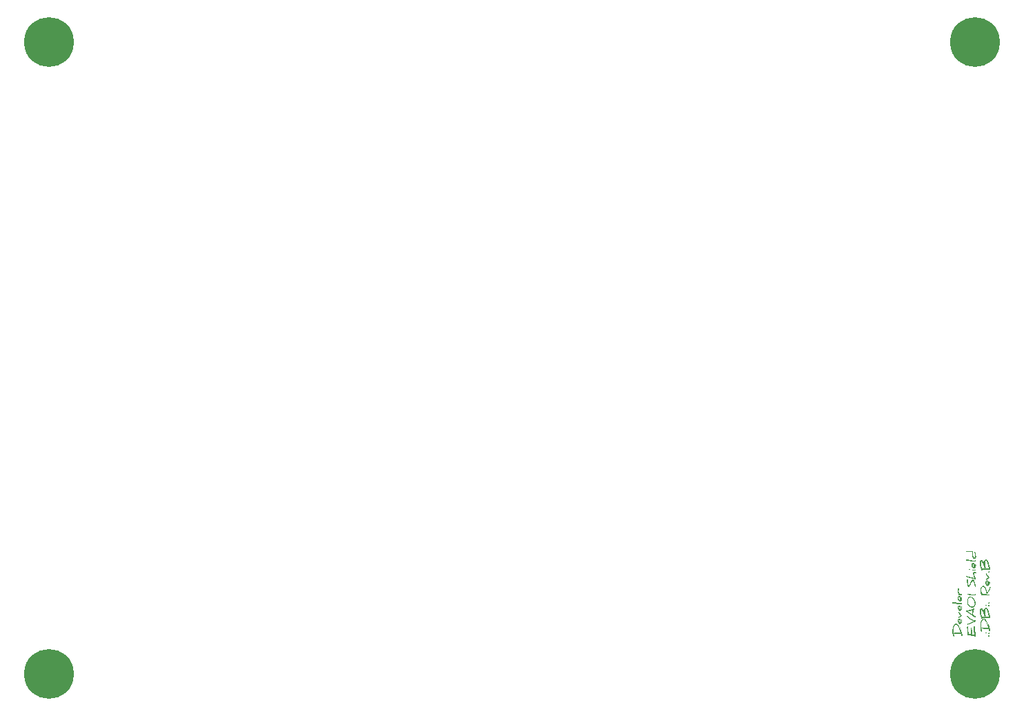
<source format=gts>
G04 Layer_Color=8388736*
%FSLAX44Y44*%
%MOMM*%
G71*
G01*
G75*
%ADD33C,6.1000*%
G36*
X1159195Y182998D02*
X1159486D01*
X1160110Y182984D01*
X1160416Y182970D01*
X1160707D01*
X1160984Y182956D01*
X1161234Y182942D01*
X1161442Y182915D01*
X1161622Y182901D01*
X1161650D01*
X1161705Y182915D01*
X1161816D01*
X1161969Y182928D01*
X1162149Y182942D01*
X1162357D01*
X1162593Y182956D01*
X1163342D01*
X1163481Y182942D01*
X1163800D01*
X1164174Y182928D01*
X1164604Y182915D01*
X1165061Y182887D01*
X1165075Y182873D01*
X1165103Y182859D01*
X1165159Y182817D01*
X1165242Y182762D01*
X1165339Y182707D01*
X1165464Y182623D01*
X1165616Y182526D01*
X1165783Y182429D01*
X1165713Y182152D01*
Y182096D01*
X1165699Y182055D01*
Y181999D01*
Y181930D01*
X1165686Y181847D01*
X1165672Y181736D01*
Y181611D01*
X1165658Y181458D01*
X1165644Y181278D01*
X1165616Y181070D01*
X1165602Y180834D01*
X1165478Y179503D01*
Y179489D01*
Y179461D01*
Y179420D01*
Y179350D01*
X1165491Y179267D01*
Y179156D01*
X1165505Y179045D01*
Y178907D01*
X1165519Y178754D01*
X1165547Y178574D01*
X1165561Y178393D01*
X1165589Y178199D01*
X1165616Y177977D01*
X1165658Y177742D01*
X1165699Y177506D01*
X1165741Y177242D01*
Y177229D01*
X1165755Y177173D01*
X1165769Y177104D01*
X1165783Y176993D01*
X1165810Y176882D01*
X1165838Y176743D01*
X1165921Y176452D01*
X1166005Y176133D01*
X1166046Y175994D01*
X1166102Y175856D01*
X1166143Y175731D01*
X1166199Y175620D01*
X1166254Y175537D01*
X1166310Y175481D01*
Y175467D01*
X1166323Y175453D01*
X1166337Y175426D01*
X1166351Y175384D01*
X1166379Y175301D01*
X1166421Y175204D01*
X1166476Y175079D01*
X1166490Y175065D01*
X1166504Y175023D01*
X1166545Y174954D01*
X1166587Y174885D01*
X1166656Y174815D01*
X1166726Y174746D01*
X1166809Y174704D01*
X1166892Y174691D01*
X1166906D01*
X1166962Y174718D01*
X1167017Y174746D01*
X1167072Y174788D01*
X1167142Y174843D01*
X1167239Y174926D01*
X1167253Y174940D01*
X1167281Y174968D01*
X1167322Y175010D01*
X1167377Y175065D01*
X1167488Y175204D01*
X1167544Y175273D01*
X1167586Y175342D01*
Y175356D01*
X1167599Y175370D01*
X1167641Y175453D01*
X1167697Y175578D01*
X1167752Y175758D01*
X1167821Y175966D01*
X1167877Y176216D01*
X1167918Y176493D01*
X1167932Y176785D01*
Y176812D01*
Y176840D01*
Y176896D01*
X1167918Y176965D01*
Y177048D01*
X1167905Y177159D01*
X1167891Y177298D01*
X1167863Y177464D01*
X1167849Y177658D01*
X1167821Y177894D01*
X1167780Y178144D01*
X1167738Y178449D01*
X1167697Y178782D01*
X1167641Y179156D01*
X1167572Y179572D01*
X1167211Y181902D01*
Y182096D01*
Y182110D01*
X1167225Y182138D01*
X1167267Y182166D01*
X1167350Y182180D01*
X1167377D01*
X1167447Y182166D01*
X1167586Y182110D01*
X1167669Y182069D01*
X1167766Y182013D01*
X1167780D01*
X1167807Y181985D01*
X1167905Y181916D01*
X1168016Y181819D01*
X1168057Y181763D01*
X1168099Y181708D01*
X1168113Y181694D01*
Y181666D01*
X1168126Y181625D01*
X1168154Y181569D01*
X1168182Y181486D01*
X1168210Y181389D01*
X1168237Y181278D01*
X1168279Y181139D01*
X1168335Y180973D01*
X1168390Y180779D01*
X1168459Y180557D01*
X1168529Y180293D01*
X1168612Y180002D01*
X1168695Y179669D01*
X1168792Y179309D01*
Y179295D01*
X1168806Y179239D01*
X1168834Y179156D01*
X1168848Y179045D01*
X1168875Y178920D01*
X1168917Y178768D01*
X1168945Y178588D01*
X1168986Y178421D01*
X1169056Y178033D01*
X1169125Y177645D01*
X1169167Y177284D01*
X1169180Y177118D01*
Y176979D01*
Y176965D01*
Y176937D01*
X1169194Y176868D01*
Y176771D01*
Y176757D01*
Y176743D01*
Y176702D01*
Y176632D01*
Y176563D01*
Y176466D01*
X1169208Y176355D01*
Y176230D01*
X1169236Y175453D01*
X1169083Y175121D01*
Y175107D01*
Y175093D01*
X1169070Y175051D01*
Y174982D01*
X1169056Y174912D01*
X1169028Y174815D01*
X1169000Y174704D01*
X1168959Y174580D01*
X1168945Y174552D01*
X1168889Y174496D01*
X1168820Y174399D01*
X1168723Y174288D01*
X1168612Y174164D01*
X1168487Y174039D01*
X1168348Y173914D01*
X1168196Y173803D01*
X1168182Y173789D01*
X1168140Y173775D01*
X1168085Y173734D01*
X1167988Y173692D01*
X1167877Y173623D01*
X1167724Y173567D01*
X1167558Y173498D01*
X1167364Y173415D01*
X1167336D01*
X1167281Y173387D01*
X1167197Y173359D01*
X1167100Y173332D01*
X1166878Y173276D01*
X1166781Y173262D01*
X1166712Y173248D01*
X1166698D01*
X1166643Y173262D01*
X1166573Y173276D01*
X1166476Y173304D01*
X1166351Y173345D01*
X1166213Y173429D01*
X1166046Y173526D01*
X1165866Y173664D01*
X1165852Y173678D01*
X1165824Y173692D01*
X1165783Y173734D01*
X1165727Y173803D01*
X1165658Y173872D01*
X1165589Y173969D01*
X1165505Y174094D01*
X1165408Y174233D01*
X1165311Y174399D01*
X1165214Y174580D01*
X1165117Y174788D01*
X1165020Y175010D01*
X1164923Y175259D01*
X1164826Y175537D01*
X1164743Y175842D01*
X1164673Y176175D01*
X1164659Y176188D01*
X1164632Y176244D01*
X1164590Y176327D01*
X1164535Y176438D01*
Y176452D01*
Y176466D01*
X1164521Y176507D01*
Y176563D01*
X1164493Y176715D01*
X1164451Y176910D01*
X1164424Y177131D01*
X1164368Y177395D01*
X1164313Y177686D01*
X1164257Y177977D01*
Y178005D01*
X1164243Y178074D01*
X1164216Y178213D01*
X1164188Y178393D01*
X1164174Y178615D01*
X1164146Y178907D01*
X1164132Y179239D01*
Y179628D01*
Y179655D01*
Y179711D01*
Y179808D01*
Y179919D01*
Y180072D01*
Y180224D01*
Y180585D01*
X1164118Y180945D01*
Y181126D01*
Y181278D01*
Y181417D01*
Y181528D01*
X1164105Y181611D01*
Y181666D01*
X1163966D01*
X1163869Y181680D01*
X1163744D01*
X1163578Y181694D01*
X1163411Y181708D01*
X1163203Y181722D01*
X1162981Y181736D01*
X1162732Y181750D01*
X1162468Y181777D01*
X1162191Y181791D01*
X1161886Y181819D01*
X1161567Y181861D01*
X1161234Y181888D01*
X1160887Y181930D01*
X1160873D01*
X1160832Y181916D01*
X1160762Y181902D01*
X1160651Y181874D01*
X1160527Y181861D01*
X1160360Y181847D01*
X1160180Y181833D01*
X1159958Y181819D01*
X1159930D01*
X1159902Y181833D01*
X1159764D01*
X1159667Y181847D01*
X1158959D01*
X1158821Y181833D01*
X1158280D01*
X1158127Y181847D01*
X1157947D01*
X1157753Y181861D01*
X1157559Y181888D01*
X1157378Y181916D01*
X1157226Y181958D01*
X1157212D01*
X1157184Y181985D01*
X1157143Y182013D01*
X1157087Y182069D01*
X1157046Y182152D01*
X1157004Y182263D01*
X1156976Y182401D01*
X1156962Y182568D01*
Y182582D01*
X1156976Y182651D01*
X1157018Y182762D01*
X1157059Y182831D01*
X1157101Y182915D01*
X1157143D01*
X1157184Y182928D01*
X1157240D01*
X1157392Y182942D01*
X1157559Y182956D01*
X1157725Y182970D01*
X1157878Y182998D01*
X1157975D01*
X1158002Y183012D01*
X1158918D01*
X1159195Y182998D01*
D02*
G37*
G36*
X1159181Y172624D02*
X1159223Y172610D01*
X1159292Y172596D01*
X1159376Y172569D01*
X1159486Y172555D01*
X1159611Y172513D01*
X1159764Y172486D01*
X1159930Y172444D01*
X1160124Y172416D01*
X1160332Y172361D01*
X1160568Y172319D01*
X1160818Y172278D01*
X1161109Y172222D01*
X1161400Y172180D01*
X1161733Y172125D01*
X1161747D01*
X1161803Y172111D01*
X1161844Y172097D01*
X1161899D01*
X1161983Y172069D01*
X1162066Y172056D01*
X1162177Y172028D01*
X1162302Y172000D01*
X1162440Y171972D01*
X1162607Y171931D01*
X1162787Y171875D01*
X1162995Y171820D01*
X1163231Y171764D01*
X1163494Y171695D01*
X1163550D01*
X1163605Y171709D01*
X1163744D01*
X1163827Y171723D01*
X1163966D01*
X1164035Y171695D01*
X1164160Y171667D01*
X1164340Y171640D01*
X1164562Y171598D01*
X1164840Y171542D01*
X1165159Y171487D01*
X1165533Y171432D01*
X1165769D01*
X1165880Y171418D01*
X1166559D01*
X1166753Y171432D01*
X1166962Y171445D01*
X1167169Y171459D01*
X1167364Y171487D01*
X1167530Y171515D01*
X1167544Y171501D01*
X1167586Y171487D01*
X1167655Y171459D01*
X1167752Y171432D01*
X1167766Y171445D01*
X1167780Y171459D01*
X1167821Y171487D01*
X1167863Y171515D01*
X1168002Y171556D01*
X1168085Y171584D01*
X1168237D01*
X1168293Y171570D01*
X1168376Y171556D01*
X1168556Y171515D01*
X1168653Y171459D01*
X1168751Y171404D01*
X1168764Y171390D01*
X1168792Y171376D01*
X1168834Y171334D01*
X1168875Y171279D01*
X1168959Y171140D01*
X1168986Y171071D01*
X1169000Y170974D01*
Y170946D01*
X1168986Y170918D01*
X1168972Y170863D01*
X1168959Y170807D01*
X1168917Y170724D01*
X1168875Y170641D01*
X1168806Y170530D01*
X1168792Y170516D01*
X1168778Y170488D01*
X1168737Y170433D01*
X1168695Y170378D01*
X1168584Y170253D01*
X1168515Y170197D01*
X1168459Y170156D01*
X1168431D01*
X1168390Y170142D01*
X1168321D01*
X1168210Y170128D01*
X1168126D01*
X1168043Y170114D01*
X1167946Y170100D01*
X1167821D01*
X1167697Y170086D01*
X1167544Y170072D01*
X1167530D01*
X1167516Y170059D01*
X1167461Y170017D01*
X1167391Y169961D01*
X1167350Y169948D01*
X1165644D01*
X1159084Y170974D01*
X1159070D01*
X1159015Y170988D01*
X1158932Y171015D01*
X1158835Y171029D01*
X1158654Y171071D01*
X1158571Y171085D01*
X1158516Y171099D01*
X1158432D01*
X1158377Y171085D01*
X1158308Y171071D01*
X1158224Y171057D01*
X1158113Y171043D01*
X1157767Y171002D01*
X1156921Y171418D01*
X1156824Y171612D01*
Y171626D01*
Y171653D01*
X1156838Y171709D01*
X1156865Y171778D01*
X1156921Y171861D01*
X1156976Y171972D01*
X1157073Y172097D01*
X1157198Y172250D01*
X1157212Y172264D01*
X1157254Y172305D01*
X1157323Y172375D01*
X1157406Y172444D01*
X1157489Y172513D01*
X1157587Y172583D01*
X1157683Y172624D01*
X1157767Y172638D01*
X1159154D01*
X1159181Y172624D01*
D02*
G37*
G36*
X1181951Y172915D02*
X1182020Y172902D01*
X1182117Y172874D01*
X1182214Y172832D01*
X1182325Y172777D01*
X1182450Y172707D01*
Y172694D01*
X1182478Y172680D01*
X1182505Y172638D01*
X1182547Y172583D01*
X1182602Y172513D01*
X1182672Y172430D01*
X1182838Y172222D01*
X1182852D01*
X1182866Y172208D01*
X1182907Y172180D01*
X1182963Y172153D01*
X1183088Y172056D01*
X1183254Y171931D01*
X1183268Y171903D01*
X1183310Y171848D01*
X1183365Y171751D01*
X1183435Y171626D01*
X1183518Y171473D01*
X1183615Y171293D01*
X1183726Y171112D01*
X1183823Y170918D01*
X1184045Y170516D01*
X1184142Y170322D01*
X1184225Y170128D01*
X1184294Y169961D01*
X1184350Y169809D01*
X1184391Y169684D01*
X1184405Y169587D01*
Y169573D01*
X1184391Y169531D01*
X1184364Y169476D01*
X1184294Y169379D01*
X1184461Y169213D01*
X1184489Y169185D01*
X1184544Y169129D01*
X1184599Y169046D01*
X1184613Y169018D01*
X1184627Y168991D01*
Y168963D01*
X1184599Y168894D01*
Y168880D01*
X1184586Y168866D01*
X1184572Y168852D01*
Y168838D01*
Y168824D01*
X1184599Y168769D01*
X1184627Y168741D01*
X1184669Y168699D01*
X1184724Y168658D01*
X1184794Y168616D01*
Y168034D01*
X1184669Y168159D01*
X1184655Y168145D01*
X1184613Y168089D01*
X1184586Y167992D01*
X1184572Y167923D01*
Y167840D01*
Y167826D01*
Y167812D01*
X1184586Y167729D01*
X1184613Y167590D01*
X1184669Y167437D01*
X1184697Y167465D01*
X1184738Y167521D01*
X1184780Y167576D01*
X1184835Y167632D01*
Y167618D01*
X1184849Y167604D01*
X1184904Y167521D01*
X1184960Y167382D01*
X1185043Y167243D01*
X1185113Y167077D01*
X1185182Y166924D01*
X1185237Y166786D01*
X1185251Y166675D01*
Y166661D01*
X1185237Y166619D01*
X1185223Y166564D01*
Y166550D01*
X1185210Y166508D01*
X1185196Y166467D01*
Y166439D01*
X1185210Y166397D01*
X1185223Y166356D01*
X1185251Y166314D01*
X1185279Y166245D01*
X1185321Y166148D01*
Y166134D01*
X1185334Y166106D01*
X1185376Y166009D01*
X1185418Y165912D01*
X1185432Y165870D01*
Y165856D01*
Y165842D01*
Y165815D01*
X1185418Y165773D01*
X1185404Y165718D01*
X1185348Y165593D01*
X1185307Y165551D01*
X1185251Y165510D01*
X1185265Y165496D01*
X1185279Y165468D01*
X1185334Y165385D01*
X1185404Y165302D01*
X1185418Y165260D01*
X1185432Y165246D01*
Y165232D01*
X1185418Y165191D01*
X1185404Y165135D01*
X1185390Y165121D01*
X1185376Y165094D01*
X1185362Y165052D01*
Y165024D01*
Y165010D01*
Y164983D01*
X1185390Y164900D01*
X1185418Y164844D01*
X1185459Y164802D01*
X1185515Y164775D01*
X1185584Y164761D01*
X1185612D01*
X1185653Y164775D01*
X1185709Y164788D01*
X1186444Y161405D01*
X1186430Y161377D01*
X1186416Y161308D01*
X1186388Y161197D01*
X1186361Y161072D01*
X1186319Y160947D01*
X1186291Y160836D01*
X1186264Y160753D01*
X1186250Y160697D01*
Y160683D01*
X1186222Y160642D01*
X1186194Y160573D01*
X1186153Y160503D01*
X1186097Y160420D01*
X1186028Y160337D01*
X1185931Y160267D01*
X1185834Y160212D01*
X1185820D01*
X1185778Y160226D01*
X1185487D01*
X1185404Y160212D01*
X1185307D01*
X1185196Y160198D01*
X1185071Y160184D01*
X1185057D01*
X1185029Y160170D01*
X1184988D01*
X1184918Y160156D01*
X1184835Y160129D01*
X1184738Y160115D01*
X1184613Y160101D01*
X1184489Y160073D01*
X1184336Y160059D01*
X1184169Y160032D01*
X1183989Y160018D01*
X1183795Y160004D01*
X1183587Y159990D01*
X1183379Y159976D01*
X1182894Y159962D01*
X1182838D01*
X1182796Y159949D01*
X1182741D01*
X1182672Y159935D01*
X1182575Y159921D01*
X1182533D01*
X1182478Y159907D01*
X1182422D01*
X1182311Y159893D01*
X1182283Y159879D01*
X1182145D01*
X1182006Y159893D01*
X1181812D01*
X1181576Y159921D01*
X1181299Y159949D01*
X1180966Y159976D01*
X1180592Y160032D01*
X1180536D01*
X1180467Y160018D01*
X1180370Y159990D01*
X1180356D01*
X1180300Y160004D01*
X1180217Y160018D01*
X1180078Y160046D01*
X1179995Y160059D01*
X1179898Y160073D01*
X1179773Y160087D01*
X1179648Y160115D01*
X1179510Y160129D01*
X1179343Y160156D01*
X1179163Y160184D01*
X1178969Y160212D01*
X1178927D01*
X1178872Y160226D01*
X1178802Y160240D01*
X1178636Y160254D01*
X1178428Y160281D01*
X1178234Y160309D01*
X1178040Y160323D01*
X1177956Y160337D01*
X1177887Y160351D01*
X1177735D01*
X1177679Y160337D01*
X1177554Y160295D01*
X1177416Y160226D01*
Y160212D01*
X1177430Y160184D01*
X1177443Y160129D01*
Y160073D01*
X1177457Y159990D01*
X1177471Y159893D01*
X1177485Y159671D01*
Y159657D01*
Y159643D01*
Y159602D01*
X1177471Y159546D01*
X1177443Y159422D01*
X1177388Y159283D01*
X1177305Y159130D01*
X1177166Y159005D01*
X1177069Y158950D01*
X1176972Y158908D01*
X1176861Y158895D01*
X1176722Y158881D01*
X1176653D01*
X1176570Y158895D01*
X1176473Y158908D01*
X1176376Y158936D01*
X1176278Y158992D01*
X1176195Y159047D01*
X1176126Y159130D01*
X1176112Y159144D01*
X1176098Y159186D01*
X1176070Y159241D01*
X1176015Y159338D01*
X1175959Y159449D01*
X1175890Y159602D01*
X1175807Y159768D01*
X1175724Y159962D01*
X1175627Y160198D01*
X1175516Y160448D01*
X1175391Y160739D01*
X1175266Y161058D01*
X1175141Y161405D01*
X1175003Y161779D01*
X1174864Y162181D01*
X1174711Y162625D01*
Y162639D01*
Y162653D01*
Y162694D01*
X1174697Y162750D01*
X1174684Y162889D01*
X1174670Y163069D01*
Y163083D01*
X1174656Y163111D01*
X1174642Y163152D01*
X1174628Y163221D01*
X1174600Y163305D01*
X1174586Y163402D01*
X1174559Y163526D01*
X1174517Y163651D01*
X1174448Y163956D01*
X1174365Y164303D01*
X1174281Y164692D01*
X1174184Y165121D01*
X1174101Y165579D01*
X1174018Y166051D01*
X1173935Y166550D01*
X1173865Y167063D01*
X1173796Y167576D01*
X1173754Y168075D01*
X1173727Y168575D01*
X1173713Y169060D01*
Y169102D01*
X1173727Y169129D01*
X1173740Y169171D01*
X1173754Y169226D01*
X1173768Y169310D01*
Y169324D01*
Y169351D01*
X1173782Y169435D01*
X1173796Y169531D01*
X1173810Y169573D01*
Y169587D01*
Y169601D01*
Y169629D01*
Y169670D01*
X1173824Y169740D01*
X1173838Y169809D01*
X1173851Y169906D01*
X1173865Y170031D01*
X1173907Y170156D01*
X1173935Y170294D01*
X1173990Y170447D01*
X1174115Y170807D01*
X1174198Y171002D01*
X1174295Y171210D01*
X1174420Y171432D01*
X1174545Y171653D01*
X1174559D01*
X1174573Y171681D01*
X1174614Y171695D01*
X1174670Y171737D01*
X1174794Y171806D01*
X1174947Y171903D01*
X1175127Y171986D01*
X1175294Y172069D01*
X1175446Y172125D01*
X1175571Y172139D01*
X1175654D01*
X1175724Y172125D01*
X1175807Y172111D01*
X1175904Y172083D01*
X1176126Y172014D01*
X1176251Y171972D01*
X1176389Y171903D01*
X1176542Y171834D01*
X1176694Y171737D01*
X1176847Y171626D01*
X1177000Y171501D01*
X1177166Y171348D01*
X1177318Y171182D01*
X1177332Y171154D01*
X1177360Y171126D01*
X1177388Y171085D01*
X1177443Y171029D01*
X1177499Y170960D01*
X1177554Y170863D01*
X1177637Y170752D01*
X1177735Y170627D01*
X1177832Y170475D01*
X1177956Y170294D01*
X1178095Y170100D01*
X1178234Y169864D01*
X1178400Y169615D01*
X1178580Y169337D01*
X1178775Y169018D01*
X1178789D01*
X1178816Y169032D01*
X1178844Y169060D01*
X1178872Y169102D01*
X1178900Y169157D01*
X1178927Y169240D01*
X1178955Y169351D01*
Y169379D01*
X1178969Y169435D01*
X1178983Y169531D01*
X1178997Y169629D01*
X1179010Y169740D01*
X1179024Y169837D01*
X1179038Y169906D01*
X1179052Y169934D01*
Y169948D01*
X1179066Y169975D01*
X1179108Y170058D01*
X1179163Y170142D01*
X1179191Y170170D01*
X1179205Y170183D01*
Y170197D01*
Y170211D01*
X1179191Y170239D01*
X1179163Y170267D01*
Y170280D01*
X1179149Y170294D01*
Y170350D01*
Y170364D01*
X1179163Y170419D01*
X1179177Y170502D01*
X1179232Y170599D01*
Y170613D01*
Y170627D01*
X1179260Y170710D01*
X1179302Y170835D01*
X1179357Y170988D01*
X1179454Y171196D01*
X1179593Y171432D01*
X1179773Y171681D01*
X1179995Y171959D01*
X1180009Y171972D01*
X1180023Y171986D01*
X1180106Y172083D01*
X1180231Y172208D01*
X1180397Y172361D01*
X1180592Y172513D01*
X1180786Y172652D01*
X1181008Y172777D01*
X1181105Y172818D01*
X1181216Y172846D01*
X1181229D01*
X1181271Y172860D01*
X1181340Y172874D01*
X1181424Y172888D01*
X1181632Y172915D01*
X1181853Y172929D01*
X1181895D01*
X1181951Y172915D01*
D02*
G37*
G36*
X1166018Y168394D02*
X1166046D01*
X1166129Y168381D01*
X1166240Y168367D01*
X1166379Y168339D01*
X1166518Y168297D01*
X1166656Y168242D01*
X1166767Y168172D01*
X1166837Y168089D01*
Y168075D01*
Y168006D01*
X1166851Y167895D01*
Y167826D01*
Y167729D01*
X1166864Y167632D01*
X1166878Y167507D01*
X1166892Y167368D01*
X1166906Y167215D01*
X1166920Y167049D01*
X1166948Y166855D01*
X1166975Y166647D01*
X1167003Y166411D01*
X1167183Y165135D01*
X1167197Y165121D01*
X1167211Y165066D01*
X1167225Y164983D01*
X1167253Y164872D01*
X1167294Y164705D01*
X1167308Y164594D01*
X1167336Y164484D01*
X1167322Y164470D01*
X1167308Y164442D01*
X1167294Y164400D01*
Y164359D01*
X1167281Y164289D01*
X1167267Y164206D01*
Y164095D01*
X1167281Y164081D01*
X1167322Y164040D01*
X1167350Y164012D01*
X1167377Y163984D01*
X1167391D01*
X1167419Y164012D01*
X1167461Y164067D01*
X1167488Y164109D01*
X1167530Y164178D01*
X1167572Y164248D01*
X1167613Y164345D01*
X1167655Y164470D01*
X1167710Y164622D01*
X1167780Y164789D01*
X1167835Y164983D01*
X1167918Y165219D01*
X1167988Y165482D01*
Y165496D01*
Y165551D01*
X1168002Y165634D01*
Y165759D01*
X1168016Y165898D01*
X1168029Y166051D01*
X1168057Y166231D01*
X1168071Y166411D01*
Y166425D01*
Y166453D01*
X1168085Y166494D01*
X1168099Y166550D01*
X1168126Y166688D01*
X1168168Y166855D01*
X1168223Y167021D01*
X1168307Y167160D01*
X1168348Y167215D01*
X1168404Y167257D01*
X1168459Y167285D01*
X1168515Y167299D01*
X1168529Y167285D01*
X1168556Y167271D01*
X1168584Y167229D01*
X1168640Y167174D01*
X1168695Y167077D01*
X1168778Y166938D01*
X1168875Y166758D01*
X1168889Y166744D01*
X1168917Y166716D01*
X1168959Y166675D01*
X1169000Y166619D01*
X1169070Y166550D01*
X1169153Y166467D01*
Y166439D01*
Y166383D01*
X1169167Y166300D01*
X1169180Y166217D01*
Y166120D01*
X1169194Y166037D01*
X1169208Y165981D01*
Y165954D01*
Y165926D01*
Y165870D01*
X1169194Y165773D01*
Y165648D01*
X1169180Y165482D01*
X1169167Y165371D01*
Y165246D01*
X1169111Y164497D01*
Y164484D01*
Y164456D01*
X1169097Y164400D01*
X1169083Y164317D01*
X1169056Y164220D01*
X1169014Y164081D01*
X1168959Y163929D01*
X1168875Y163735D01*
X1168861Y163707D01*
X1168848Y163679D01*
X1168820Y163624D01*
X1168778Y163540D01*
X1168723Y163430D01*
X1168640Y163291D01*
X1168556Y163124D01*
X1168542Y163097D01*
X1168515Y163027D01*
X1168459Y162903D01*
X1168376Y162764D01*
X1168265Y162584D01*
X1168126Y162403D01*
X1167960Y162209D01*
X1167752Y162015D01*
X1167724Y162001D01*
X1167655Y161945D01*
X1167544Y161862D01*
X1167405Y161779D01*
X1167239Y161682D01*
X1167059Y161613D01*
X1166864Y161557D01*
X1166684Y161530D01*
X1166587D01*
X1166476Y161543D01*
X1166351D01*
X1166060Y161599D01*
X1165921Y161627D01*
X1165810Y161682D01*
X1165783Y161696D01*
X1165727Y161737D01*
X1165616Y161807D01*
X1165491Y161904D01*
X1165325Y162029D01*
X1165159Y162181D01*
X1164964Y162376D01*
X1164770Y162611D01*
X1164576Y162889D01*
X1164382Y163194D01*
X1164216Y163540D01*
X1164049Y163929D01*
X1163924Y164373D01*
X1163813Y164858D01*
X1163758Y165385D01*
X1163730Y165967D01*
Y165981D01*
Y166009D01*
Y166064D01*
X1163744Y166148D01*
Y166231D01*
X1163758Y166328D01*
X1163786Y166564D01*
X1163855Y166813D01*
X1163938Y167077D01*
X1164049Y167327D01*
X1164216Y167548D01*
X1164229Y167562D01*
X1164285Y167618D01*
X1164354Y167701D01*
X1164465Y167798D01*
X1164604Y167923D01*
X1164756Y168062D01*
X1164937Y168200D01*
X1165131Y168353D01*
X1165145D01*
X1165159Y168367D01*
X1165200D01*
X1165256Y168381D01*
X1165325Y168394D01*
X1165394D01*
X1165602Y168408D01*
X1165852D01*
X1166018Y168394D01*
D02*
G37*
G36*
X1161539Y160808D02*
X1161608Y160781D01*
X1161692Y160739D01*
X1161803Y160656D01*
X1161941Y160559D01*
X1162108Y160420D01*
Y160406D01*
X1162094Y160392D01*
X1162066Y160309D01*
X1162024Y160198D01*
X1161955Y160073D01*
X1161886Y159949D01*
X1161775Y159838D01*
X1161664Y159754D01*
X1161594Y159740D01*
X1161525Y159727D01*
X1161456D01*
X1161386Y159740D01*
X1161275Y159768D01*
X1161151Y159796D01*
X1160998Y159838D01*
X1160832Y159907D01*
X1160651Y160004D01*
Y160018D01*
Y160032D01*
X1160638Y160073D01*
Y160143D01*
X1160624Y160226D01*
X1160610Y160323D01*
X1160596Y160462D01*
X1160582Y160614D01*
X1160596Y160628D01*
X1160665Y160656D01*
X1160749Y160683D01*
X1160859Y160725D01*
X1160998Y160767D01*
X1161137Y160808D01*
X1161303Y160822D01*
X1161456Y160836D01*
X1161497D01*
X1161539Y160808D01*
D02*
G37*
G36*
X1168182Y160462D02*
X1168251D01*
X1168348Y160434D01*
X1168487Y160406D01*
X1168653Y160378D01*
X1168875Y160323D01*
X1168917Y160143D01*
Y160129D01*
Y160115D01*
Y160101D01*
Y160087D01*
X1168903Y160046D01*
X1168889Y159976D01*
X1168875Y159893D01*
X1168848Y159782D01*
X1168806Y159657D01*
X1168751Y159491D01*
X1168737Y159505D01*
X1168667D01*
X1168584Y159491D01*
X1168473Y159435D01*
X1168390Y159394D01*
X1168307Y159338D01*
X1168293Y159324D01*
X1168251Y159297D01*
X1168182Y159269D01*
X1168113Y159213D01*
X1167960Y159130D01*
X1167891Y159089D01*
X1167835Y159075D01*
X1167821D01*
X1167794Y159061D01*
X1167641D01*
X1167544Y159075D01*
X1167433D01*
X1167281Y159089D01*
X1167086Y159102D01*
X1166864Y159130D01*
X1166809D01*
X1166740Y159144D01*
X1166643Y159158D01*
X1166518D01*
X1166379Y159172D01*
X1166227Y159200D01*
X1166060Y159213D01*
X1165686Y159255D01*
X1165283Y159311D01*
X1164867Y159380D01*
X1164451Y159449D01*
X1164437Y159463D01*
X1164410Y159491D01*
X1164368Y159532D01*
X1164326Y159588D01*
X1164243Y159727D01*
X1164216Y159824D01*
X1164202Y159921D01*
Y159935D01*
Y159976D01*
X1164229Y160032D01*
X1164257Y160101D01*
X1164313Y160170D01*
X1164396Y160254D01*
X1164521Y160323D01*
X1164673Y160392D01*
X1164798D01*
X1164881Y160406D01*
X1165131D01*
X1165311Y160420D01*
X1165824D01*
X1165977Y160434D01*
X1166337D01*
X1166545Y160448D01*
X1166989D01*
X1167239Y160462D01*
X1167502D01*
X1167794Y160476D01*
X1168140D01*
X1168182Y160462D01*
D02*
G37*
G36*
X1168709Y157327D02*
X1168751Y157313D01*
X1168834Y157286D01*
X1168917Y157244D01*
X1169028Y157189D01*
X1169167Y157106D01*
Y157078D01*
X1169180Y157050D01*
X1169194Y157008D01*
X1169208Y156953D01*
X1169222Y156884D01*
X1169250Y156786D01*
X1169277Y156676D01*
X1169291Y156703D01*
X1169305Y156773D01*
X1169347Y156870D01*
X1169402Y157008D01*
X1169527Y156856D01*
Y156842D01*
X1169513Y156828D01*
X1169499Y156731D01*
X1169444Y156606D01*
X1169361Y156454D01*
X1169236Y156287D01*
X1169070Y156107D01*
X1168959Y156038D01*
X1168834Y155954D01*
X1168709Y155885D01*
X1168556Y155830D01*
X1168459D01*
X1168335Y155843D01*
X1167932D01*
X1167655Y155857D01*
X1166962D01*
X1166948Y155843D01*
X1166920Y155816D01*
X1166851Y155746D01*
X1166753Y155635D01*
Y155622D01*
Y155594D01*
X1166767Y155538D01*
X1166781Y155469D01*
X1166795Y155372D01*
X1166809Y155261D01*
X1166823Y155150D01*
X1166851Y155011D01*
X1166906Y154706D01*
X1166962Y154373D01*
X1167031Y154027D01*
X1167114Y153666D01*
Y153638D01*
X1167128Y153611D01*
X1167142Y153555D01*
X1167169Y153486D01*
X1167197Y153403D01*
X1167239Y153292D01*
X1167294Y153153D01*
X1167350Y152987D01*
X1167433Y152792D01*
X1167516Y152557D01*
X1167613Y152307D01*
X1167738Y152016D01*
X1167877Y151683D01*
X1168029Y151308D01*
X1168196Y150892D01*
Y150879D01*
X1168223Y150823D01*
X1168251Y150754D01*
X1168293Y150657D01*
X1168335Y150546D01*
X1168390Y150421D01*
X1168501Y150130D01*
X1168612Y149811D01*
X1168709Y149520D01*
X1168751Y149395D01*
X1168778Y149270D01*
X1168792Y149173D01*
X1168806Y149103D01*
Y149089D01*
Y149048D01*
X1168778Y148993D01*
X1168751Y148923D01*
X1168709Y148854D01*
X1168640Y148771D01*
X1168542Y148687D01*
X1168404Y148604D01*
X1168390D01*
X1168348Y148576D01*
X1168293Y148562D01*
X1168210Y148535D01*
X1168043Y148493D01*
X1167863Y148465D01*
X1167780D01*
X1167710Y148479D01*
X1167627Y148493D01*
X1167516Y148507D01*
X1167377Y148521D01*
X1167225Y148549D01*
X1167031Y148590D01*
X1166823Y148632D01*
X1166573Y148687D01*
X1166296Y148757D01*
X1165991Y148826D01*
X1165658Y148923D01*
X1165283Y149020D01*
X1164881Y149145D01*
X1164867D01*
X1164854Y149159D01*
X1164826Y149173D01*
X1164770Y149200D01*
X1164715Y149228D01*
X1164632Y149270D01*
X1164535Y149311D01*
X1164424Y149367D01*
X1164396D01*
X1164313Y149381D01*
X1164188Y149409D01*
X1164035Y149436D01*
X1163855Y149478D01*
X1163675Y149520D01*
X1163272Y149616D01*
X1163259D01*
X1163203Y149630D01*
X1163106Y149658D01*
X1162967Y149700D01*
X1162787Y149741D01*
X1162551Y149811D01*
X1162274Y149880D01*
X1161955Y149977D01*
X1161581Y150088D01*
X1161359Y150143D01*
X1161137Y150213D01*
X1160901Y150282D01*
X1160651Y150352D01*
X1160388Y150421D01*
X1160110Y150504D01*
X1159805Y150587D01*
X1159500Y150684D01*
X1159167Y150781D01*
X1158835Y150879D01*
X1158474Y150990D01*
X1158100Y151101D01*
X1157697Y151211D01*
X1157295Y151336D01*
X1157198D01*
X1157115Y151350D01*
X1156990Y151364D01*
X1156824Y151406D01*
X1156810Y151419D01*
X1156782Y151433D01*
X1156727Y151475D01*
X1156671Y151544D01*
X1156616Y151628D01*
X1156560Y151738D01*
X1156533Y151877D01*
X1156519Y152044D01*
Y152057D01*
Y152071D01*
X1156533Y152155D01*
X1156574Y152238D01*
X1156602Y152279D01*
X1156643Y152307D01*
X1156671Y152321D01*
X1156727Y152335D01*
X1156824Y152376D01*
X1156935Y152418D01*
X1157059Y152446D01*
X1157170Y152487D01*
X1157268Y152501D01*
X1157323Y152515D01*
X1157351D01*
X1157378Y152501D01*
X1157420D01*
X1157476Y152487D01*
X1157559Y152460D01*
X1157656Y152432D01*
X1157781Y152404D01*
X1157947Y152362D01*
X1158127Y152307D01*
X1158363Y152252D01*
X1158627Y152168D01*
X1158918Y152085D01*
X1159278Y151988D01*
X1159667Y151877D01*
X1159695D01*
X1159764Y151849D01*
X1159861Y151822D01*
X1160000Y151780D01*
X1160166Y151738D01*
X1160360Y151683D01*
X1160568Y151628D01*
X1160776Y151558D01*
X1161220Y151433D01*
X1161428Y151364D01*
X1161636Y151308D01*
X1161816Y151253D01*
X1161969Y151211D01*
X1162108Y151156D01*
X1162205Y151128D01*
X1162218D01*
X1162246Y151114D01*
X1162302Y151101D01*
X1162371Y151073D01*
X1162468Y151045D01*
X1162593Y151003D01*
X1162732Y150962D01*
X1162898Y150920D01*
X1163078Y150865D01*
X1163272Y150795D01*
X1163494Y150740D01*
X1163744Y150670D01*
X1164007Y150601D01*
X1164299Y150532D01*
X1164604Y150449D01*
X1164923Y150365D01*
X1164937D01*
X1164992Y150352D01*
X1165061Y150338D01*
X1165173Y150310D01*
X1165283Y150282D01*
X1165422Y150241D01*
X1165713Y150185D01*
X1166018Y150116D01*
X1166171Y150074D01*
X1166310Y150047D01*
X1166421Y150033D01*
X1166532Y150005D01*
X1166601Y149991D01*
X1166823D01*
X1166837Y150005D01*
X1166864Y150060D01*
X1166892Y150143D01*
X1166906Y150268D01*
Y150282D01*
X1166892Y150310D01*
Y150352D01*
X1166864Y150407D01*
X1166837Y150476D01*
X1166809Y150574D01*
X1166753Y150698D01*
X1166545Y151211D01*
Y151225D01*
X1166532Y151239D01*
X1166518Y151281D01*
X1166504Y151336D01*
X1166490Y151406D01*
X1166462Y151489D01*
X1166434Y151600D01*
X1166393Y151725D01*
X1166351Y151863D01*
X1166310Y152030D01*
X1166254Y152210D01*
X1166199Y152418D01*
X1166143Y152654D01*
X1166074Y152903D01*
X1166005Y153181D01*
X1165935Y153472D01*
Y153500D01*
X1165908Y153555D01*
X1165894Y153652D01*
X1165852Y153777D01*
X1165824Y153916D01*
X1165783Y154082D01*
X1165686Y154443D01*
X1165589Y154817D01*
X1165547Y154998D01*
X1165519Y155164D01*
X1165478Y155316D01*
X1165464Y155441D01*
X1165436Y155538D01*
Y155608D01*
Y155774D01*
Y155788D01*
Y155830D01*
X1165450Y155899D01*
X1165464Y155996D01*
X1165478Y156093D01*
X1165519Y156218D01*
X1165575Y156343D01*
X1165630Y156481D01*
X1165713Y156606D01*
X1165824Y156731D01*
X1165949Y156856D01*
X1166102Y156953D01*
X1166296Y157050D01*
X1166504Y157119D01*
X1166753Y157161D01*
X1167031Y157175D01*
X1167128D01*
X1167211Y157161D01*
X1167322D01*
X1167461Y157147D01*
X1167627Y157133D01*
X1167821Y157106D01*
X1167891D01*
X1167932Y157119D01*
X1167988Y157133D01*
X1168071Y157147D01*
X1168168Y157175D01*
X1168279Y157216D01*
X1168640Y157341D01*
X1168667D01*
X1168709Y157327D01*
D02*
G37*
G36*
X1185362Y158270D02*
X1185418Y158229D01*
X1185501Y158146D01*
X1185584Y158048D01*
X1185681Y157924D01*
X1185764Y157785D01*
X1185820Y157619D01*
X1185848Y157424D01*
Y157411D01*
Y157383D01*
Y157341D01*
X1185834Y157286D01*
X1185820Y157133D01*
X1185764Y156967D01*
X1185695Y156786D01*
X1185584Y156648D01*
X1185515Y156579D01*
X1185432Y156537D01*
X1185348Y156509D01*
X1185237Y156495D01*
X1185223D01*
X1185154Y156509D01*
X1185071Y156523D01*
X1184932Y156565D01*
X1184766Y156634D01*
X1184572Y156717D01*
X1184336Y156856D01*
X1184072Y157036D01*
Y157605D01*
X1184100Y157633D01*
X1184169Y157688D01*
X1184280Y157785D01*
X1184419Y157882D01*
X1184558Y157979D01*
X1184697Y158076D01*
X1184808Y158132D01*
X1184904Y158159D01*
X1184960D01*
X1185029Y158173D01*
X1185099D01*
X1185182Y158187D01*
X1185251Y158215D01*
X1185307Y158243D01*
X1185334Y158284D01*
X1185362Y158270D01*
D02*
G37*
G36*
X1181701Y155677D02*
X1181826Y155622D01*
X1181895Y155580D01*
X1181964Y155525D01*
X1181978Y155511D01*
X1181992Y155483D01*
X1182048Y155414D01*
X1182131Y155316D01*
X1182242Y155164D01*
X1182311Y155067D01*
X1182394Y154970D01*
X1182478Y154845D01*
X1182589Y154706D01*
X1182713Y154540D01*
X1182838Y154373D01*
X1182907D01*
X1182977Y154360D01*
X1183060Y154346D01*
X1183074Y154332D01*
X1183088Y154304D01*
X1183129Y154249D01*
X1183185Y154193D01*
X1183240Y154110D01*
X1183310Y153999D01*
X1183490Y153763D01*
X1183698Y153486D01*
X1183934Y153167D01*
X1184183Y152834D01*
X1184433Y152473D01*
X1184697Y152127D01*
X1184946Y151766D01*
X1185182Y151447D01*
X1185390Y151142D01*
X1185570Y150878D01*
X1185640Y150768D01*
X1185695Y150657D01*
X1185751Y150573D01*
X1185792Y150504D01*
X1185806Y150449D01*
X1185820Y150421D01*
Y150393D01*
X1185806Y150365D01*
X1185778Y150310D01*
X1185751Y150241D01*
X1185709Y150157D01*
X1185640Y150033D01*
X1185543Y149894D01*
X1185529Y149880D01*
X1185501Y149824D01*
X1185445Y149755D01*
X1185390Y149672D01*
X1185334Y149589D01*
X1185265Y149519D01*
X1185210Y149450D01*
X1185168Y149409D01*
X1185154Y149395D01*
X1185099Y149367D01*
X1185002Y149311D01*
X1184891Y149242D01*
X1184738Y149159D01*
X1184572Y149076D01*
X1184378Y148965D01*
X1184169Y148854D01*
X1183934Y148729D01*
X1183698Y148604D01*
X1183199Y148368D01*
X1182686Y148119D01*
X1182186Y147911D01*
X1182172Y147897D01*
X1182145Y147883D01*
X1182089Y147841D01*
X1182020Y147786D01*
X1181992Y147772D01*
X1181937Y147730D01*
X1181853Y147689D01*
X1181770Y147675D01*
X1181756D01*
X1181729Y147689D01*
X1181687Y147703D01*
X1181632Y147730D01*
X1181493Y147800D01*
X1181327Y147883D01*
X1181174Y147980D01*
X1181035Y148091D01*
X1180980Y148146D01*
X1180938Y148202D01*
X1180910Y148257D01*
X1180897Y148313D01*
X1180924Y148341D01*
X1180966Y148382D01*
X1181021Y148424D01*
X1181077Y148465D01*
X1181146Y148521D01*
X1181243Y148590D01*
X1181354Y148673D01*
X1181493Y148771D01*
X1181659Y148895D01*
X1181853Y149020D01*
X1182075Y149173D01*
X1182325Y149339D01*
X1182339Y149353D01*
X1182381Y149381D01*
X1182450Y149422D01*
X1182547Y149492D01*
X1182658Y149561D01*
X1182783Y149644D01*
X1183032Y149824D01*
X1183296Y150019D01*
X1183421Y150102D01*
X1183532Y150185D01*
X1183615Y150254D01*
X1183698Y150324D01*
X1183740Y150365D01*
X1183754Y150393D01*
Y150421D01*
X1183740Y150463D01*
X1183712Y150518D01*
X1183670Y150615D01*
X1183615Y150726D01*
X1183532Y150878D01*
X1183421Y151073D01*
X1183407Y151100D01*
X1183365Y151170D01*
X1183310Y151267D01*
X1183240Y151378D01*
X1183157Y151503D01*
X1183074Y151627D01*
X1183005Y151725D01*
X1182935Y151808D01*
X1182921Y151835D01*
X1182894Y151891D01*
X1182838Y151988D01*
X1182755Y152141D01*
X1182658Y152321D01*
X1182519Y152529D01*
X1182381Y152779D01*
X1182200Y153056D01*
X1182186Y153070D01*
X1182172Y153084D01*
X1182131Y153125D01*
X1182075Y153195D01*
X1182006Y153278D01*
X1181937Y153375D01*
X1181840Y153500D01*
X1181729Y153652D01*
Y153666D01*
X1181715Y153680D01*
X1181701Y153722D01*
X1181673Y153777D01*
X1181646Y153846D01*
X1181618Y153930D01*
X1181548Y154124D01*
X1181451Y154373D01*
X1181354Y154678D01*
X1181243Y155025D01*
X1181132Y155400D01*
X1181146Y155414D01*
X1181174Y155441D01*
X1181216Y155497D01*
X1181271Y155552D01*
X1181424Y155649D01*
X1181507Y155677D01*
X1181590Y155691D01*
X1181618D01*
X1181701Y155677D01*
D02*
G37*
G36*
X1183018Y146954D02*
X1183046D01*
X1183129Y146940D01*
X1183240Y146926D01*
X1183379Y146898D01*
X1183518Y146857D01*
X1183656Y146801D01*
X1183767Y146732D01*
X1183837Y146649D01*
Y146635D01*
Y146566D01*
X1183850Y146454D01*
Y146385D01*
Y146288D01*
X1183864Y146191D01*
X1183878Y146066D01*
X1183892Y145927D01*
X1183906Y145775D01*
X1183920Y145609D01*
X1183948Y145414D01*
X1183975Y145206D01*
X1184003Y144971D01*
X1184183Y143695D01*
X1184197Y143681D01*
X1184211Y143625D01*
X1184225Y143542D01*
X1184253Y143431D01*
X1184294Y143265D01*
X1184308Y143154D01*
X1184336Y143043D01*
X1184322Y143029D01*
X1184308Y143001D01*
X1184294Y142960D01*
Y142918D01*
X1184280Y142849D01*
X1184267Y142766D01*
Y142655D01*
X1184280Y142641D01*
X1184322Y142599D01*
X1184350Y142571D01*
X1184378Y142544D01*
X1184391D01*
X1184419Y142571D01*
X1184461Y142627D01*
X1184489Y142668D01*
X1184530Y142738D01*
X1184572Y142807D01*
X1184613Y142904D01*
X1184655Y143029D01*
X1184710Y143182D01*
X1184780Y143348D01*
X1184835Y143542D01*
X1184918Y143778D01*
X1184988Y144041D01*
Y144055D01*
Y144111D01*
X1185002Y144194D01*
Y144319D01*
X1185015Y144458D01*
X1185029Y144610D01*
X1185057Y144790D01*
X1185071Y144971D01*
Y144985D01*
Y145012D01*
X1185085Y145054D01*
X1185099Y145109D01*
X1185126Y145248D01*
X1185168Y145414D01*
X1185223Y145581D01*
X1185307Y145719D01*
X1185348Y145775D01*
X1185404Y145817D01*
X1185459Y145844D01*
X1185515Y145858D01*
X1185529Y145844D01*
X1185556Y145830D01*
X1185584Y145789D01*
X1185640Y145733D01*
X1185695Y145636D01*
X1185778Y145498D01*
X1185875Y145317D01*
X1185889Y145303D01*
X1185917Y145276D01*
X1185958Y145234D01*
X1186000Y145179D01*
X1186069Y145109D01*
X1186153Y145026D01*
Y144998D01*
Y144943D01*
X1186167Y144860D01*
X1186180Y144776D01*
Y144679D01*
X1186194Y144596D01*
X1186208Y144541D01*
Y144513D01*
Y144485D01*
Y144430D01*
X1186194Y144333D01*
Y144208D01*
X1186180Y144041D01*
X1186167Y143931D01*
Y143806D01*
X1186111Y143057D01*
Y143043D01*
Y143015D01*
X1186097Y142960D01*
X1186083Y142877D01*
X1186056Y142779D01*
X1186014Y142641D01*
X1185958Y142488D01*
X1185875Y142294D01*
X1185862Y142266D01*
X1185848Y142239D01*
X1185820Y142183D01*
X1185778Y142100D01*
X1185723Y141989D01*
X1185640Y141850D01*
X1185556Y141684D01*
X1185543Y141656D01*
X1185515Y141587D01*
X1185459Y141462D01*
X1185376Y141323D01*
X1185265Y141143D01*
X1185126Y140963D01*
X1184960Y140768D01*
X1184752Y140574D01*
X1184724Y140561D01*
X1184655Y140505D01*
X1184544Y140422D01*
X1184405Y140339D01*
X1184239Y140241D01*
X1184059Y140172D01*
X1183864Y140117D01*
X1183684Y140089D01*
X1183587D01*
X1183476Y140103D01*
X1183351D01*
X1183060Y140158D01*
X1182921Y140186D01*
X1182810Y140241D01*
X1182783Y140255D01*
X1182727Y140297D01*
X1182616Y140366D01*
X1182491Y140463D01*
X1182325Y140588D01*
X1182159Y140741D01*
X1181964Y140935D01*
X1181770Y141171D01*
X1181576Y141448D01*
X1181382Y141753D01*
X1181216Y142100D01*
X1181049Y142488D01*
X1180924Y142932D01*
X1180813Y143417D01*
X1180758Y143944D01*
X1180730Y144527D01*
Y144541D01*
Y144568D01*
Y144624D01*
X1180744Y144707D01*
Y144790D01*
X1180758Y144887D01*
X1180786Y145123D01*
X1180855Y145373D01*
X1180938Y145636D01*
X1181049Y145886D01*
X1181216Y146108D01*
X1181229Y146122D01*
X1181285Y146177D01*
X1181354Y146260D01*
X1181465Y146357D01*
X1181604Y146482D01*
X1181756Y146621D01*
X1181937Y146760D01*
X1182131Y146912D01*
X1182145D01*
X1182159Y146926D01*
X1182200D01*
X1182256Y146940D01*
X1182325Y146954D01*
X1182394D01*
X1182602Y146968D01*
X1182852D01*
X1183018Y146954D01*
D02*
G37*
G36*
X1158751Y148382D02*
X1158848Y148355D01*
X1158946Y148299D01*
X1159043Y148216D01*
X1159140Y148077D01*
X1159167Y147994D01*
X1159195Y147883D01*
X1159223Y147772D01*
Y147633D01*
Y147619D01*
Y147592D01*
X1159209Y147550D01*
Y147467D01*
X1159195Y147370D01*
X1159181Y147231D01*
X1159167Y147051D01*
X1159112Y146496D01*
Y146468D01*
Y146441D01*
Y146385D01*
X1159126Y146302D01*
X1159140Y146191D01*
X1159154Y146039D01*
X1159167Y145858D01*
X1159265Y145123D01*
Y145109D01*
Y145082D01*
Y145040D01*
Y144971D01*
Y144957D01*
Y144901D01*
Y144804D01*
Y144693D01*
Y144679D01*
Y144624D01*
X1159251Y144555D01*
Y144485D01*
X1159237Y144319D01*
Y144249D01*
Y144194D01*
Y144180D01*
Y144138D01*
X1159251Y144055D01*
X1159265Y144000D01*
Y143917D01*
X1159278Y143820D01*
X1159292Y143709D01*
X1159306Y143584D01*
X1159320Y143431D01*
X1159334Y143265D01*
X1159362Y143071D01*
X1159376Y142849D01*
X1159403Y142599D01*
Y142571D01*
X1159417Y142516D01*
X1159445Y142405D01*
X1159473Y142252D01*
X1159514Y142044D01*
X1159556Y141823D01*
X1159597Y141545D01*
X1159639Y141226D01*
Y141212D01*
X1159653Y141157D01*
Y141088D01*
X1159681Y140990D01*
X1159708Y140879D01*
X1159750Y140768D01*
X1159819Y140630D01*
X1159889Y140505D01*
X1159916Y140519D01*
X1159986Y140561D01*
X1160110Y140616D01*
X1160263Y140713D01*
X1160277Y140727D01*
X1160319Y140782D01*
X1160388Y140879D01*
X1160485Y141004D01*
X1160624Y141171D01*
X1160776Y141365D01*
X1160956Y141615D01*
X1161164Y141892D01*
X1161178Y141906D01*
X1161192Y141961D01*
X1161234Y142030D01*
X1161303Y142155D01*
X1161373Y142308D01*
X1161456Y142502D01*
X1161567Y142738D01*
X1161692Y143015D01*
Y143029D01*
X1161719Y143043D01*
X1161747Y143071D01*
X1161775Y143126D01*
X1161830Y143182D01*
X1161872Y143265D01*
X1161941Y143362D01*
X1162010Y143473D01*
X1162066Y143625D01*
Y143639D01*
X1162080Y143681D01*
X1162108Y143736D01*
X1162149Y143833D01*
X1162191Y143944D01*
X1162260Y144083D01*
X1162316Y144249D01*
X1162399Y144430D01*
X1162496Y144638D01*
X1162593Y144860D01*
X1162704Y145109D01*
X1162815Y145373D01*
X1162953Y145664D01*
X1163092Y145969D01*
X1163245Y146288D01*
X1163411Y146635D01*
Y146649D01*
X1163425Y146663D01*
X1163467Y146746D01*
X1163550Y146871D01*
X1163647Y147037D01*
X1163786Y147217D01*
X1163952Y147398D01*
X1164132Y147592D01*
X1164354Y147758D01*
X1164382Y147772D01*
X1164465Y147828D01*
X1164576Y147897D01*
X1164743Y147980D01*
X1164923Y148049D01*
X1165131Y148119D01*
X1165367Y148174D01*
X1165602Y148188D01*
X1165672D01*
X1165741Y148160D01*
X1165824Y148133D01*
X1165935Y148091D01*
X1166046Y148008D01*
X1166171Y147911D01*
X1166296Y147772D01*
X1166310Y147744D01*
X1166365Y147675D01*
X1166448Y147578D01*
X1166545Y147453D01*
X1166656Y147328D01*
X1166753Y147203D01*
X1166851Y147106D01*
X1166920Y147037D01*
Y147023D01*
Y146995D01*
Y146940D01*
Y146871D01*
X1166934Y146704D01*
X1166948Y146524D01*
X1166962Y146510D01*
X1167003Y146454D01*
X1167059Y146371D01*
X1167114Y146274D01*
X1167169Y146177D01*
X1167225Y146094D01*
X1167267Y146025D01*
X1167281Y145983D01*
X1167267Y145955D01*
X1167253Y145927D01*
Y145914D01*
X1167239Y145900D01*
X1167225Y145830D01*
Y145817D01*
Y145775D01*
X1167253Y145692D01*
X1167281Y145567D01*
X1167322Y145400D01*
X1167364Y145290D01*
X1167405Y145165D01*
X1167447Y145040D01*
X1167502Y144887D01*
X1167572Y144707D01*
X1167641Y144527D01*
Y144513D01*
X1167655Y144485D01*
X1167669Y144444D01*
X1167697Y144388D01*
X1167724Y144305D01*
X1167766Y144208D01*
X1167794Y144111D01*
X1167835Y143986D01*
X1167932Y143709D01*
X1168029Y143376D01*
X1168126Y143001D01*
X1168223Y142599D01*
X1168321Y142488D01*
X1168335Y142474D01*
X1168376Y142419D01*
X1168418Y142350D01*
X1168431Y142266D01*
Y142239D01*
X1168418Y142197D01*
X1168404Y142114D01*
X1168390Y142100D01*
X1168376Y142058D01*
X1168362Y142003D01*
Y141961D01*
Y141947D01*
X1168376Y141906D01*
X1168390Y141850D01*
X1168418Y141739D01*
X1168431Y141670D01*
X1168445Y141587D01*
X1168473Y141490D01*
X1168501Y141379D01*
X1168529Y141240D01*
X1168570Y141088D01*
Y141074D01*
X1168584Y141046D01*
Y141004D01*
X1168598Y140949D01*
X1168626Y140824D01*
X1168667Y140658D01*
X1168709Y140505D01*
X1168737Y140366D01*
X1168751Y140311D01*
Y140255D01*
X1168764Y140228D01*
Y140214D01*
Y140186D01*
Y140117D01*
Y140006D01*
X1168778Y139867D01*
X1168792Y139701D01*
X1168806Y139507D01*
X1168834Y139298D01*
X1168875Y139077D01*
Y139063D01*
X1168861Y139049D01*
X1168806Y138966D01*
X1168723Y138841D01*
X1168653Y138771D01*
X1168570Y138702D01*
X1168556D01*
X1168529Y138674D01*
X1168445Y138619D01*
X1168348Y138563D01*
X1168293Y138550D01*
X1168237Y138536D01*
X1168196D01*
X1168182Y138563D01*
X1168140Y138619D01*
X1168071Y138730D01*
X1167974Y138882D01*
Y138896D01*
X1167960Y138924D01*
X1167946Y138980D01*
X1167932Y139063D01*
X1167905Y139160D01*
X1167877Y139271D01*
X1167849Y139409D01*
X1167807Y139562D01*
X1167766Y139728D01*
X1167724Y139909D01*
X1167627Y140297D01*
X1167516Y140727D01*
X1167391Y141198D01*
X1167253Y141698D01*
X1167114Y142211D01*
X1166809Y143237D01*
X1166643Y143750D01*
X1166490Y144222D01*
X1166323Y144679D01*
X1166157Y145095D01*
X1166143Y145109D01*
X1166129Y145165D01*
X1166102Y145234D01*
X1166060Y145317D01*
X1166005Y145428D01*
X1165949Y145553D01*
X1165810Y145817D01*
X1165644Y146080D01*
X1165561Y146205D01*
X1165478Y146316D01*
X1165394Y146399D01*
X1165311Y146482D01*
X1165228Y146524D01*
X1165145Y146538D01*
X1165131D01*
X1165089Y146524D01*
X1165020Y146510D01*
X1164937Y146468D01*
X1164840Y146413D01*
X1164729Y146316D01*
X1164618Y146177D01*
X1164493Y145997D01*
Y145983D01*
X1164465Y145955D01*
X1164437Y145900D01*
X1164396Y145817D01*
X1164326Y145719D01*
X1164257Y145581D01*
X1164160Y145414D01*
X1164035Y145220D01*
Y145206D01*
X1164021Y145192D01*
X1163994Y145151D01*
X1163966Y145095D01*
X1163883Y144957D01*
X1163786Y144763D01*
X1163661Y144541D01*
X1163536Y144263D01*
X1163397Y143972D01*
X1163259Y143639D01*
X1163245Y143625D01*
X1163231Y143584D01*
X1163203Y143501D01*
X1163162Y143417D01*
X1163120Y143306D01*
X1163064Y143182D01*
X1162953Y142904D01*
X1162843Y142613D01*
X1162732Y142336D01*
X1162676Y142225D01*
X1162635Y142128D01*
X1162607Y142044D01*
X1162579Y141989D01*
X1162565Y141961D01*
X1162524Y141906D01*
X1162454Y141781D01*
X1162413Y141712D01*
X1162357Y141615D01*
X1162288Y141503D01*
X1162205Y141393D01*
X1162121Y141254D01*
X1162010Y141101D01*
X1161899Y140935D01*
X1161761Y140741D01*
X1161622Y140547D01*
X1161456Y140325D01*
X1161442Y140311D01*
X1161400Y140255D01*
X1161345Y140186D01*
X1161262Y140089D01*
X1161178Y139964D01*
X1161067Y139839D01*
X1160818Y139562D01*
X1160540Y139271D01*
X1160416Y139146D01*
X1160277Y139021D01*
X1160138Y138924D01*
X1160013Y138855D01*
X1159902Y138799D01*
X1159805Y138785D01*
X1159791D01*
X1159736Y138813D01*
X1159695Y138841D01*
X1159639Y138882D01*
X1159570Y138938D01*
X1159486Y139007D01*
X1159112Y139326D01*
Y139340D01*
X1159098Y139354D01*
X1159084Y139382D01*
X1159056Y139451D01*
X1159029Y139534D01*
X1158973Y139645D01*
X1158904Y139812D01*
Y139825D01*
X1158890Y139839D01*
X1158876Y139881D01*
X1158848Y139950D01*
X1158821Y140020D01*
X1158779Y140131D01*
X1158724Y140255D01*
X1158668Y140408D01*
Y140422D01*
X1158654Y140449D01*
Y140491D01*
X1158641Y140547D01*
X1158613Y140630D01*
X1158599Y140741D01*
X1158571Y140866D01*
X1158543Y141018D01*
X1158516Y141198D01*
X1158488Y141406D01*
X1158446Y141628D01*
X1158405Y141878D01*
X1158377Y142169D01*
X1158322Y142474D01*
X1158280Y142821D01*
X1158238Y143195D01*
Y143209D01*
Y143223D01*
X1158224Y143306D01*
X1158211Y143431D01*
X1158183Y143598D01*
X1158169Y143792D01*
X1158141Y144028D01*
X1158113Y144263D01*
X1158086Y144527D01*
Y144541D01*
Y144582D01*
X1158072Y144652D01*
Y144735D01*
X1158058Y144846D01*
X1158044Y144957D01*
X1158030Y145095D01*
X1158016Y145248D01*
X1158002Y145581D01*
X1157975Y145927D01*
X1157961Y146288D01*
Y146621D01*
Y146635D01*
Y146704D01*
Y146787D01*
X1157975Y146898D01*
X1157989Y147037D01*
X1158002Y147190D01*
X1158044Y147508D01*
X1158127Y147841D01*
X1158197Y147980D01*
X1158252Y148119D01*
X1158335Y148230D01*
X1158432Y148327D01*
X1158543Y148382D01*
X1158668Y148396D01*
X1158696D01*
X1158751Y148382D01*
D02*
G37*
G36*
X1178165Y140366D02*
X1178234Y140352D01*
X1178303Y140339D01*
X1178400Y140311D01*
X1178511Y140269D01*
X1178622Y140228D01*
X1178761Y140172D01*
X1178913Y140103D01*
X1179066Y140020D01*
X1179246Y139923D01*
X1179440Y139812D01*
X1179634Y139687D01*
X1179856Y139534D01*
X1179870Y139520D01*
X1179898Y139493D01*
X1179954Y139437D01*
X1180037Y139326D01*
X1180134Y139187D01*
X1180189Y139090D01*
X1180245Y138993D01*
X1180314Y138869D01*
X1180383Y138730D01*
X1180467Y138577D01*
X1180550Y138411D01*
X1180564Y138397D01*
X1180605Y138369D01*
X1180661Y138300D01*
X1180744Y138217D01*
X1180841Y138092D01*
X1180952Y137939D01*
X1181091Y137745D01*
X1181229Y137523D01*
Y137495D01*
X1181257Y137426D01*
X1181299Y137315D01*
X1181340Y137163D01*
X1181410Y136968D01*
X1181493Y136719D01*
X1181604Y136441D01*
X1181715Y136123D01*
X1181729Y136109D01*
X1181742Y136067D01*
X1181784Y135998D01*
X1181840Y135901D01*
X1181895Y135776D01*
X1181978Y135623D01*
X1182075Y135443D01*
X1182172Y135235D01*
Y135193D01*
X1182186Y135138D01*
X1182200Y135082D01*
Y135013D01*
X1182214Y134944D01*
X1182242Y134847D01*
X1182256Y134722D01*
X1182283Y134583D01*
X1182297Y134431D01*
X1182339Y134236D01*
X1182367Y134028D01*
X1182408Y133793D01*
Y133779D01*
X1182422Y133751D01*
Y133696D01*
X1182436Y133626D01*
X1182478Y133446D01*
X1182519Y133252D01*
X1182589Y133058D01*
X1182658Y132877D01*
X1182700Y132808D01*
X1182741Y132753D01*
X1182783Y132725D01*
X1182838Y132711D01*
X1182852D01*
X1182894Y132725D01*
X1182949Y132766D01*
X1183046Y132822D01*
X1183171Y132933D01*
X1183240Y133016D01*
X1183324Y133099D01*
X1183421Y133210D01*
X1183518Y133335D01*
X1183629Y133474D01*
X1183754Y133640D01*
Y133654D01*
X1183781Y133668D01*
X1183809Y133709D01*
X1183837Y133765D01*
X1183934Y133890D01*
X1184031Y134056D01*
X1184156Y134236D01*
X1184253Y134403D01*
X1184350Y134555D01*
X1184405Y134680D01*
Y134694D01*
X1184419Y134722D01*
X1184447Y134763D01*
X1184475Y134819D01*
X1184502Y134902D01*
X1184558Y135013D01*
X1184613Y135138D01*
X1184669Y135277D01*
X1184752Y135443D01*
X1184835Y135623D01*
X1184932Y135831D01*
X1185029Y136067D01*
X1185140Y136317D01*
X1185265Y136580D01*
X1185404Y136885D01*
X1185556Y137204D01*
X1185958Y138425D01*
Y138439D01*
X1185972Y138466D01*
X1186000Y138494D01*
X1186028Y138549D01*
X1186097Y138674D01*
X1186194Y138827D01*
X1186333Y138980D01*
X1186472Y139118D01*
X1186638Y139215D01*
X1186721Y139243D01*
X1186818Y139257D01*
X1186832D01*
X1186860Y139229D01*
X1186929Y139160D01*
X1187012Y139035D01*
X1187040Y138966D01*
X1187054Y138869D01*
X1187040Y138841D01*
Y138799D01*
X1187026Y138758D01*
X1187012Y138688D01*
X1186999Y138591D01*
Y138577D01*
X1186985Y138549D01*
Y138494D01*
X1186971Y138453D01*
X1186957Y138328D01*
Y138286D01*
Y138258D01*
Y138244D01*
Y138217D01*
Y138161D01*
Y138092D01*
X1186943Y138009D01*
X1186929Y137898D01*
X1186902Y137662D01*
X1186860Y137385D01*
X1186791Y137079D01*
X1186694Y136774D01*
X1186569Y136455D01*
X1186555Y136428D01*
X1186541Y136400D01*
X1186527Y136358D01*
X1186513Y136303D01*
X1186472Y136234D01*
X1186444Y136150D01*
X1186388Y136039D01*
X1186333Y135914D01*
X1186264Y135748D01*
X1186180Y135568D01*
X1186083Y135360D01*
X1185972Y135124D01*
X1185848Y134847D01*
X1185834Y134833D01*
X1185806Y134791D01*
X1185764Y134708D01*
X1185695Y134611D01*
X1185612Y134472D01*
X1185501Y134306D01*
X1185376Y134112D01*
X1185237Y133890D01*
X1185223Y133862D01*
X1185182Y133806D01*
X1185113Y133709D01*
X1185029Y133598D01*
X1184932Y133474D01*
X1184821Y133349D01*
X1184697Y133224D01*
X1184586Y133127D01*
Y133113D01*
Y133071D01*
X1184572Y132988D01*
X1184544Y132877D01*
X1184530Y132864D01*
X1184475Y132822D01*
X1184391Y132753D01*
X1184280Y132628D01*
X1184211Y132544D01*
X1184142Y132461D01*
X1184059Y132350D01*
X1183961Y132226D01*
X1183864Y132087D01*
X1183767Y131934D01*
X1183656Y131768D01*
X1183532Y131574D01*
Y131560D01*
X1183504Y131532D01*
X1183476Y131490D01*
X1183435Y131435D01*
X1183337Y131283D01*
X1183213Y131130D01*
X1183060Y130963D01*
X1182921Y130811D01*
X1182838Y130756D01*
X1182769Y130714D01*
X1182700Y130686D01*
X1182644Y130672D01*
X1182616Y130686D01*
X1182575Y130700D01*
X1182519Y130728D01*
X1182422Y130756D01*
X1182311Y130797D01*
X1182159Y130866D01*
X1181964Y130936D01*
Y130950D01*
X1181951Y131005D01*
X1181937Y131074D01*
X1181909Y131185D01*
X1181881Y131324D01*
X1181840Y131504D01*
X1181798Y131699D01*
X1181742Y131920D01*
X1181687Y132156D01*
X1181632Y132434D01*
X1181562Y132725D01*
X1181479Y133044D01*
X1181410Y133391D01*
X1181313Y133751D01*
X1181229Y134125D01*
X1181132Y134528D01*
Y134542D01*
X1181118Y134583D01*
X1181105Y134639D01*
X1181091Y134750D01*
X1181049Y134888D01*
X1181008Y135082D01*
X1180952Y135318D01*
X1180924Y135457D01*
X1180883Y135609D01*
X1180869Y135637D01*
Y135665D01*
X1180841Y135720D01*
X1180827Y135776D01*
X1180786Y135859D01*
X1180744Y135942D01*
X1180702Y136053D01*
X1180633Y136178D01*
X1180564Y136317D01*
X1180480Y136469D01*
X1180370Y136650D01*
X1180259Y136844D01*
X1180134Y137052D01*
X1179981Y137288D01*
X1179815Y137537D01*
X1179801Y137551D01*
X1179759Y137606D01*
X1179704Y137690D01*
X1179621Y137801D01*
X1179524Y137939D01*
X1179399Y138078D01*
X1179135Y138397D01*
X1178830Y138716D01*
X1178664Y138855D01*
X1178497Y138993D01*
X1178345Y139104D01*
X1178178Y139187D01*
X1178026Y139243D01*
X1177873Y139257D01*
X1177846D01*
X1177762Y139243D01*
X1177624Y139229D01*
X1177457Y139187D01*
X1177263Y139104D01*
X1177055Y138993D01*
X1176847Y138855D01*
X1176736Y138758D01*
X1176625Y138647D01*
X1176611D01*
X1176597Y138619D01*
X1176528Y138536D01*
X1176431Y138411D01*
X1176320Y138244D01*
X1176195Y138022D01*
X1176070Y137773D01*
X1175973Y137495D01*
X1175904Y137177D01*
X1175890Y137163D01*
X1175876Y137107D01*
X1175848Y137052D01*
X1175821Y136968D01*
X1175779Y136802D01*
X1175751Y136733D01*
Y136691D01*
Y136663D01*
Y136622D01*
Y136580D01*
Y136497D01*
Y136414D01*
X1175738Y136303D01*
Y136164D01*
Y136150D01*
Y136081D01*
Y135998D01*
Y135887D01*
Y135637D01*
Y135512D01*
Y135401D01*
X1175724Y134542D01*
Y134528D01*
Y134500D01*
X1175738Y134458D01*
X1175751Y134445D01*
X1175793D01*
X1175821Y134431D01*
X1175835Y134417D01*
Y134403D01*
Y134389D01*
Y134306D01*
Y134181D01*
Y134056D01*
Y134042D01*
Y133973D01*
Y133890D01*
Y133793D01*
X1175848Y133585D01*
X1175862Y133488D01*
X1175876Y133418D01*
Y133404D01*
X1175904Y133349D01*
X1175932Y133266D01*
X1175973Y133141D01*
X1176029Y132988D01*
X1176112Y132780D01*
X1176209Y132544D01*
X1176320Y132267D01*
Y132253D01*
X1176334Y132198D01*
X1176362Y132115D01*
X1176389Y131990D01*
X1176431Y131837D01*
X1176473Y131671D01*
X1176528Y131477D01*
X1176597Y131255D01*
X1176611Y131227D01*
X1176639Y131172D01*
X1176681Y131088D01*
X1176736Y130977D01*
X1176805Y130880D01*
X1176889Y130783D01*
X1176972Y130700D01*
X1177055Y130658D01*
X1177069D01*
X1177111Y130645D01*
X1177194Y130617D01*
X1177291Y130589D01*
X1177430Y130561D01*
X1177582Y130520D01*
X1177762Y130478D01*
X1177970Y130436D01*
X1178192Y130381D01*
X1178442Y130339D01*
X1178705Y130284D01*
X1178997Y130242D01*
X1179288Y130201D01*
X1179607Y130159D01*
X1179940Y130118D01*
X1180286Y130090D01*
X1180356D01*
X1180453Y130104D01*
X1180744D01*
X1180938Y130118D01*
X1181729D01*
X1181742Y130104D01*
X1181812Y130090D01*
X1181923Y130048D01*
X1182089Y129979D01*
X1182117D01*
X1182200Y129951D01*
X1182325Y129937D01*
X1182491Y129909D01*
X1182672Y129882D01*
X1182866Y129854D01*
X1183074Y129840D01*
X1183268Y129826D01*
X1183532D01*
X1183975Y129882D01*
X1184086D01*
X1184169Y129896D01*
X1184918D01*
X1185099Y129868D01*
X1185307Y129840D01*
X1185515Y129799D01*
X1185681Y129715D01*
X1185764Y129674D01*
X1185820Y129618D01*
X1185848Y129549D01*
X1185862Y129480D01*
Y129466D01*
X1185848Y129438D01*
X1185834Y129410D01*
X1185820Y129355D01*
X1185792Y129272D01*
X1185751Y129174D01*
Y129161D01*
X1185737Y129133D01*
X1185709Y129077D01*
X1185695Y129022D01*
X1185653Y128897D01*
X1185640Y128855D01*
Y128828D01*
X1185598D01*
X1185556Y128814D01*
X1185487Y128800D01*
X1185404Y128786D01*
X1185293D01*
X1185168Y128772D01*
X1185015Y128758D01*
X1184849Y128745D01*
X1184655Y128731D01*
X1184433Y128717D01*
X1184197Y128703D01*
X1183934Y128689D01*
X1183656D01*
X1183351Y128675D01*
X1182991D01*
X1182935Y128689D01*
X1182852D01*
X1182783Y128703D01*
X1182700D01*
X1182602Y128717D01*
X1182491Y128731D01*
X1182367Y128745D01*
X1182214Y128758D01*
X1182048Y128772D01*
X1181853Y128800D01*
X1181840D01*
X1181784Y128814D01*
X1181715D01*
X1181604Y128828D01*
X1181479Y128842D01*
X1181340Y128855D01*
X1181174Y128869D01*
X1180994Y128897D01*
X1180619Y128939D01*
X1180231Y128994D01*
X1179843Y129036D01*
X1179648Y129064D01*
X1179482Y129091D01*
X1179454Y129105D01*
X1179399Y129119D01*
X1179288Y129147D01*
X1179149Y129188D01*
X1178983Y129230D01*
X1178789Y129285D01*
X1178567Y129341D01*
X1178331Y129396D01*
X1177984D01*
X1177970Y129382D01*
X1177929Y129341D01*
X1177901Y129285D01*
X1177873Y129258D01*
X1177887Y129230D01*
X1177901Y129202D01*
X1177915Y129161D01*
X1177943Y129105D01*
X1177984Y129036D01*
Y129022D01*
X1177998Y129008D01*
X1178026Y128925D01*
X1178067Y128842D01*
X1178081Y128800D01*
Y128772D01*
Y128745D01*
X1178054Y128689D01*
X1178026Y128661D01*
X1177970Y128620D01*
X1177915Y128564D01*
X1177832Y128523D01*
X1177818D01*
X1177804Y128509D01*
X1177735Y128495D01*
X1177637Y128467D01*
X1177554Y128453D01*
X1177485D01*
X1177430Y128467D01*
X1177291Y128481D01*
X1177111Y128509D01*
X1176916Y128550D01*
X1176708Y128634D01*
X1176514Y128731D01*
X1176320Y128869D01*
X1176306Y128883D01*
X1176251Y128925D01*
X1176181Y129008D01*
X1176070Y129133D01*
X1175932Y129313D01*
X1175848Y129410D01*
X1175751Y129535D01*
X1175654Y129660D01*
X1175543Y129812D01*
X1175432Y129965D01*
X1175308Y130145D01*
Y130159D01*
X1175294Y130187D01*
X1175280Y130229D01*
X1175266Y130270D01*
X1175252Y130339D01*
X1175224Y130423D01*
X1175210Y130520D01*
X1175169Y130645D01*
X1175141Y130797D01*
X1175100Y130977D01*
X1175058Y131172D01*
X1175003Y131407D01*
X1174947Y131685D01*
X1174892Y131990D01*
Y132004D01*
X1174878Y132073D01*
X1174864Y132156D01*
X1174836Y132281D01*
X1174808Y132420D01*
X1174781Y132586D01*
X1174753Y132766D01*
X1174725Y132961D01*
X1174670Y133363D01*
X1174614Y133765D01*
X1174586Y133959D01*
X1174573Y134125D01*
X1174559Y134278D01*
Y134417D01*
Y134431D01*
Y134486D01*
Y134555D01*
Y134653D01*
Y134791D01*
Y134930D01*
X1174573Y135096D01*
Y135290D01*
X1174586Y135485D01*
Y135707D01*
X1174614Y136164D01*
X1174656Y136650D01*
X1174697Y137135D01*
X1174711Y137149D01*
X1174739Y137204D01*
X1174781Y137301D01*
X1174836Y137440D01*
Y137454D01*
Y137468D01*
Y137509D01*
X1174850Y137565D01*
X1174878Y137704D01*
X1174933Y137898D01*
X1175016Y138120D01*
X1175155Y138397D01*
X1175238Y138536D01*
X1175335Y138688D01*
X1175446Y138855D01*
X1175585Y139021D01*
X1175599Y139035D01*
X1175613Y139063D01*
X1175654Y139104D01*
X1175710Y139174D01*
X1175848Y139312D01*
X1176029Y139493D01*
X1176237Y139687D01*
X1176473Y139853D01*
X1176722Y140006D01*
X1176833Y140047D01*
X1176958Y140089D01*
X1176986Y140103D01*
X1177013Y140117D01*
X1177055Y140131D01*
X1177111Y140158D01*
X1177180Y140186D01*
X1177194D01*
X1177208Y140200D01*
X1177291Y140241D01*
X1177360Y140283D01*
X1177388Y140297D01*
X1177457D01*
X1177485Y140311D01*
X1177554D01*
X1177624Y140325D01*
X1177721Y140339D01*
X1177735D01*
X1177762Y140352D01*
X1177818D01*
X1177873Y140366D01*
X1177984Y140380D01*
X1178123D01*
X1178165Y140366D01*
D02*
G37*
G36*
X1147853Y137939D02*
X1147867Y137912D01*
X1147895Y137870D01*
X1147937Y137787D01*
X1147992Y137676D01*
X1148089Y137523D01*
X1148145Y137426D01*
X1148200Y137315D01*
X1148089Y137191D01*
X1148103Y137163D01*
X1148145Y137107D01*
X1148186Y137024D01*
X1148200Y136927D01*
Y136899D01*
Y136858D01*
X1148186Y136830D01*
Y136774D01*
Y136705D01*
X1148173Y136608D01*
Y136497D01*
X1148159Y136372D01*
X1148145Y136220D01*
X1148131Y136025D01*
X1148103Y135817D01*
X1148089Y135582D01*
X1148062Y135304D01*
X1147923Y133682D01*
Y133654D01*
Y133585D01*
X1147937Y133488D01*
X1147951Y133335D01*
X1147964Y133169D01*
X1147992Y132961D01*
X1148034Y132753D01*
X1148089Y132517D01*
X1148173Y132267D01*
X1148256Y132017D01*
X1148367Y131768D01*
X1148505Y131532D01*
X1148658Y131296D01*
X1148838Y131074D01*
X1149060Y130880D01*
X1149296Y130700D01*
X1149310Y130686D01*
X1149365Y130658D01*
X1149448Y130631D01*
X1149573Y130575D01*
X1149740Y130520D01*
X1149934Y130450D01*
X1150183Y130381D01*
X1150489Y130312D01*
X1150502Y130298D01*
X1150516Y130270D01*
X1150572Y130215D01*
X1150641Y130145D01*
X1150724D01*
X1150835Y130131D01*
X1150988Y130118D01*
X1151168Y130104D01*
X1151390Y130076D01*
X1151640Y130021D01*
X1151917Y129965D01*
Y129951D01*
X1151931Y129909D01*
X1151945Y129854D01*
X1151972Y129771D01*
X1151986Y129674D01*
X1152014Y129563D01*
X1152028Y129313D01*
Y129299D01*
Y129285D01*
X1152014Y129188D01*
X1151972Y129077D01*
X1151903Y128939D01*
X1151861Y128855D01*
X1151792Y128786D01*
X1151723Y128731D01*
X1151626Y128675D01*
X1151515Y128620D01*
X1151390Y128578D01*
X1151237Y128564D01*
X1151071Y128550D01*
X1151029D01*
X1150974Y128564D01*
X1150891D01*
X1150766Y128578D01*
X1150586Y128592D01*
X1150475Y128606D01*
X1150364Y128620D01*
X1150225Y128634D01*
X1150072Y128647D01*
X1150031D01*
X1149975Y128661D01*
X1149906D01*
X1149823Y128675D01*
X1149726D01*
X1149504Y128703D01*
X1149268Y128731D01*
X1149018Y128758D01*
X1148783Y128772D01*
X1148575Y128800D01*
X1148561D01*
X1148533Y128814D01*
X1148491Y128842D01*
X1148436Y128869D01*
X1148297Y128939D01*
X1148131Y129036D01*
X1147978Y129147D01*
X1147840Y129258D01*
X1147784Y129327D01*
X1147742Y129382D01*
X1147715Y129452D01*
X1147701Y129507D01*
X1147715Y129535D01*
X1147729Y129591D01*
X1147756Y129632D01*
X1147784Y129688D01*
Y129701D01*
X1147798Y129715D01*
X1147812Y129785D01*
X1147840Y129868D01*
X1147853Y129896D01*
Y129923D01*
X1147840Y129937D01*
X1147826Y129965D01*
X1147798Y130007D01*
X1147756Y130076D01*
X1147673Y130173D01*
X1147576Y130298D01*
X1147437Y130478D01*
X1147424Y130506D01*
X1147382Y130575D01*
X1147327Y130700D01*
X1147243Y130853D01*
X1147146Y131033D01*
X1147049Y131241D01*
X1146938Y131463D01*
X1146813Y131712D01*
Y131726D01*
X1146799Y131740D01*
X1146786Y131782D01*
X1146758Y131823D01*
X1146716Y131962D01*
X1146647Y132156D01*
X1146591Y132378D01*
X1146550Y132642D01*
X1146508Y132933D01*
X1146494Y133252D01*
Y133266D01*
Y133293D01*
X1146508Y133349D01*
Y133418D01*
X1146522Y133515D01*
X1146550Y133654D01*
X1146564Y133820D01*
X1146605Y134029D01*
X1146633Y134278D01*
X1146689Y134583D01*
X1146716Y134763D01*
X1146744Y134944D01*
X1146772Y135152D01*
X1146813Y135374D01*
X1146855Y135596D01*
X1146897Y135845D01*
X1146938Y136123D01*
X1146980Y136400D01*
X1147035Y136705D01*
X1147091Y137024D01*
X1147105D01*
X1147119Y137038D01*
X1147160Y137079D01*
X1147215Y137135D01*
X1147313Y137870D01*
X1147465D01*
X1147548Y137884D01*
X1147645D01*
X1147729Y137912D01*
X1147798Y137926D01*
X1147840Y137953D01*
X1147853Y137939D01*
D02*
G37*
G36*
X1165186Y129785D02*
X1165270D01*
X1165380Y129799D01*
X1165533Y129812D01*
X1165727Y129826D01*
X1165963Y129840D01*
X1166227Y129854D01*
X1166532Y129882D01*
X1166573D01*
X1166643Y129896D01*
X1166712D01*
X1166795Y129909D01*
X1166892Y129923D01*
X1167128Y129937D01*
X1167350Y129965D01*
X1167572Y129979D01*
X1167683D01*
X1167766Y129993D01*
X1167960D01*
X1167988Y130007D01*
X1168043Y130034D01*
X1168113Y130104D01*
X1168709D01*
X1168889Y129868D01*
Y129854D01*
X1168875Y129826D01*
X1168861Y129785D01*
X1168834Y129743D01*
X1168792Y129604D01*
X1168764Y129452D01*
X1168751Y129438D01*
X1168737Y129424D01*
X1168695Y129382D01*
X1168626Y129327D01*
X1168556Y129272D01*
X1168473Y129202D01*
X1168376Y129133D01*
X1168251Y129064D01*
X1167988Y128911D01*
X1167669Y128772D01*
X1167308Y128661D01*
X1167114Y128620D01*
X1166906Y128592D01*
X1166837D01*
X1166781Y128578D01*
X1166643D01*
X1166545Y128564D01*
X1166421Y128550D01*
X1166282D01*
X1166129Y128537D01*
X1165935Y128523D01*
X1165727Y128509D01*
X1165491Y128495D01*
X1165228Y128467D01*
X1164937Y128453D01*
X1160638Y129119D01*
X1160582D01*
X1160513Y129133D01*
X1160416Y129147D01*
X1160277Y129161D01*
X1160110Y129174D01*
X1159889Y129202D01*
X1159639Y129230D01*
X1159611D01*
X1159528Y129258D01*
X1159403Y129285D01*
X1159265Y129341D01*
X1159126Y129424D01*
X1159001Y129535D01*
X1158918Y129688D01*
X1158904Y129771D01*
X1158890Y129868D01*
Y129882D01*
Y129909D01*
X1158904Y129951D01*
Y129993D01*
X1158959Y130131D01*
X1158987Y130201D01*
X1159043Y130270D01*
X1159056Y130284D01*
X1159098Y130298D01*
X1159167Y130339D01*
X1159265Y130381D01*
X1159403Y130450D01*
X1159570Y130520D01*
X1159764Y130603D01*
X1160000Y130686D01*
X1165186Y129785D01*
D02*
G37*
G36*
X1149018Y127760D02*
X1149046D01*
X1149129Y127746D01*
X1149240Y127732D01*
X1149379Y127704D01*
X1149518Y127663D01*
X1149656Y127607D01*
X1149767Y127538D01*
X1149837Y127455D01*
Y127441D01*
Y127372D01*
X1149850Y127261D01*
Y127191D01*
Y127094D01*
X1149864Y126997D01*
X1149878Y126872D01*
X1149892Y126734D01*
X1149906Y126581D01*
X1149920Y126415D01*
X1149948Y126221D01*
X1149975Y126012D01*
X1150003Y125777D01*
X1150183Y124501D01*
X1150197Y124487D01*
X1150211Y124431D01*
X1150225Y124348D01*
X1150253Y124237D01*
X1150294Y124071D01*
X1150308Y123960D01*
X1150336Y123849D01*
X1150322Y123835D01*
X1150308Y123807D01*
X1150294Y123766D01*
Y123724D01*
X1150281Y123655D01*
X1150267Y123572D01*
Y123461D01*
X1150281Y123447D01*
X1150322Y123405D01*
X1150350Y123378D01*
X1150378Y123350D01*
X1150391D01*
X1150419Y123378D01*
X1150461Y123433D01*
X1150489Y123475D01*
X1150530Y123544D01*
X1150572Y123613D01*
X1150613Y123710D01*
X1150655Y123835D01*
X1150710Y123988D01*
X1150780Y124154D01*
X1150835Y124348D01*
X1150918Y124584D01*
X1150988Y124848D01*
Y124861D01*
Y124917D01*
X1151002Y125000D01*
Y125125D01*
X1151015Y125264D01*
X1151029Y125416D01*
X1151057Y125597D01*
X1151071Y125777D01*
Y125791D01*
Y125818D01*
X1151085Y125860D01*
X1151099Y125915D01*
X1151126Y126054D01*
X1151168Y126221D01*
X1151224Y126387D01*
X1151307Y126526D01*
X1151348Y126581D01*
X1151404Y126623D01*
X1151459Y126650D01*
X1151515Y126664D01*
X1151529Y126650D01*
X1151556Y126637D01*
X1151584Y126595D01*
X1151640Y126539D01*
X1151695Y126442D01*
X1151778Y126304D01*
X1151875Y126124D01*
X1151889Y126110D01*
X1151917Y126082D01*
X1151958Y126040D01*
X1152000Y125985D01*
X1152069Y125915D01*
X1152153Y125832D01*
Y125805D01*
Y125749D01*
X1152167Y125666D01*
X1152180Y125583D01*
Y125485D01*
X1152194Y125402D01*
X1152208Y125347D01*
Y125319D01*
Y125291D01*
Y125236D01*
X1152194Y125139D01*
Y125014D01*
X1152180Y124848D01*
X1152167Y124737D01*
Y124612D01*
X1152111Y123863D01*
Y123849D01*
Y123821D01*
X1152097Y123766D01*
X1152083Y123683D01*
X1152056Y123586D01*
X1152014Y123447D01*
X1151958Y123294D01*
X1151875Y123100D01*
X1151861Y123072D01*
X1151848Y123045D01*
X1151820Y122989D01*
X1151778Y122906D01*
X1151723Y122795D01*
X1151640Y122656D01*
X1151556Y122490D01*
X1151543Y122462D01*
X1151515Y122393D01*
X1151459Y122268D01*
X1151376Y122129D01*
X1151265Y121949D01*
X1151126Y121769D01*
X1150960Y121575D01*
X1150752Y121381D01*
X1150724Y121367D01*
X1150655Y121311D01*
X1150544Y121228D01*
X1150405Y121145D01*
X1150239Y121048D01*
X1150059Y120978D01*
X1149864Y120923D01*
X1149684Y120895D01*
X1149587D01*
X1149476Y120909D01*
X1149351D01*
X1149060Y120964D01*
X1148921Y120992D01*
X1148810Y121048D01*
X1148783Y121061D01*
X1148727Y121103D01*
X1148616Y121173D01*
X1148491Y121270D01*
X1148325Y121394D01*
X1148159Y121547D01*
X1147964Y121741D01*
X1147770Y121977D01*
X1147576Y122254D01*
X1147382Y122559D01*
X1147215Y122906D01*
X1147049Y123294D01*
X1146924Y123738D01*
X1146813Y124223D01*
X1146758Y124750D01*
X1146730Y125333D01*
Y125347D01*
Y125375D01*
Y125430D01*
X1146744Y125513D01*
Y125597D01*
X1146758Y125694D01*
X1146786Y125929D01*
X1146855Y126179D01*
X1146938Y126442D01*
X1147049Y126692D01*
X1147215Y126914D01*
X1147229Y126928D01*
X1147285Y126983D01*
X1147354Y127066D01*
X1147465Y127164D01*
X1147604Y127288D01*
X1147756Y127427D01*
X1147937Y127566D01*
X1148131Y127718D01*
X1148145D01*
X1148159Y127732D01*
X1148200D01*
X1148256Y127746D01*
X1148325Y127760D01*
X1148394D01*
X1148602Y127774D01*
X1148852D01*
X1149018Y127760D01*
D02*
G37*
G36*
X1185362Y120285D02*
X1185418Y120243D01*
X1185501Y120160D01*
X1185584Y120063D01*
X1185681Y119938D01*
X1185764Y119799D01*
X1185820Y119633D01*
X1185848Y119439D01*
Y119425D01*
Y119397D01*
Y119356D01*
X1185834Y119300D01*
X1185820Y119148D01*
X1185764Y118981D01*
X1185695Y118801D01*
X1185584Y118662D01*
X1185515Y118593D01*
X1185432Y118551D01*
X1185348Y118524D01*
X1185237Y118510D01*
X1185223D01*
X1185154Y118524D01*
X1185071Y118537D01*
X1184932Y118579D01*
X1184766Y118648D01*
X1184572Y118732D01*
X1184336Y118870D01*
X1184072Y119051D01*
Y119619D01*
X1184100Y119647D01*
X1184169Y119702D01*
X1184280Y119799D01*
X1184419Y119896D01*
X1184558Y119994D01*
X1184697Y120091D01*
X1184808Y120146D01*
X1184904Y120174D01*
X1184960D01*
X1185029Y120188D01*
X1185099D01*
X1185182Y120202D01*
X1185251Y120229D01*
X1185307Y120257D01*
X1185334Y120299D01*
X1185362Y120285D01*
D02*
G37*
G36*
X1142181Y120479D02*
X1142223Y120465D01*
X1142292Y120451D01*
X1142375Y120424D01*
X1142486Y120410D01*
X1142611Y120368D01*
X1142764Y120340D01*
X1142930Y120299D01*
X1143124Y120271D01*
X1143332Y120216D01*
X1143568Y120174D01*
X1143818Y120132D01*
X1144109Y120077D01*
X1144400Y120035D01*
X1144733Y119980D01*
X1144747D01*
X1144802Y119966D01*
X1144844Y119952D01*
X1144900D01*
X1144983Y119924D01*
X1145066Y119910D01*
X1145177Y119883D01*
X1145302Y119855D01*
X1145440Y119827D01*
X1145607Y119786D01*
X1145787Y119730D01*
X1145995Y119675D01*
X1146231Y119619D01*
X1146494Y119550D01*
X1146550D01*
X1146605Y119564D01*
X1146744D01*
X1146827Y119578D01*
X1146966D01*
X1147035Y119550D01*
X1147160Y119522D01*
X1147340Y119494D01*
X1147562Y119453D01*
X1147840Y119397D01*
X1148159Y119342D01*
X1148533Y119286D01*
X1148769D01*
X1148880Y119272D01*
X1149559D01*
X1149753Y119286D01*
X1149961Y119300D01*
X1150170Y119314D01*
X1150364Y119342D01*
X1150530Y119370D01*
X1150544Y119356D01*
X1150586Y119342D01*
X1150655Y119314D01*
X1150752Y119286D01*
X1150766Y119300D01*
X1150780Y119314D01*
X1150821Y119342D01*
X1150863Y119370D01*
X1151002Y119411D01*
X1151085Y119439D01*
X1151237D01*
X1151293Y119425D01*
X1151376Y119411D01*
X1151556Y119370D01*
X1151653Y119314D01*
X1151750Y119259D01*
X1151764Y119245D01*
X1151792Y119231D01*
X1151834Y119189D01*
X1151875Y119134D01*
X1151958Y118995D01*
X1151986Y118926D01*
X1152000Y118829D01*
Y118801D01*
X1151986Y118773D01*
X1151972Y118718D01*
X1151958Y118662D01*
X1151917Y118579D01*
X1151875Y118496D01*
X1151806Y118385D01*
X1151792Y118371D01*
X1151778Y118343D01*
X1151737Y118288D01*
X1151695Y118232D01*
X1151584Y118108D01*
X1151515Y118052D01*
X1151459Y118011D01*
X1151432D01*
X1151390Y117997D01*
X1151321D01*
X1151210Y117983D01*
X1151126D01*
X1151043Y117969D01*
X1150946Y117955D01*
X1150821D01*
X1150696Y117941D01*
X1150544Y117927D01*
X1150530D01*
X1150516Y117913D01*
X1150461Y117872D01*
X1150391Y117816D01*
X1150350Y117802D01*
X1148644D01*
X1142084Y118829D01*
X1142070D01*
X1142015Y118843D01*
X1141932Y118870D01*
X1141835Y118884D01*
X1141654Y118926D01*
X1141571Y118940D01*
X1141516Y118954D01*
X1141432D01*
X1141377Y118940D01*
X1141308Y118926D01*
X1141224Y118912D01*
X1141113Y118898D01*
X1140767Y118856D01*
X1139921Y119272D01*
X1139824Y119467D01*
Y119480D01*
Y119508D01*
X1139837Y119564D01*
X1139865Y119633D01*
X1139921Y119716D01*
X1139976Y119827D01*
X1140073Y119952D01*
X1140198Y120105D01*
X1140212Y120119D01*
X1140254Y120160D01*
X1140323Y120229D01*
X1140406Y120299D01*
X1140489Y120368D01*
X1140586Y120437D01*
X1140684Y120479D01*
X1140767Y120493D01*
X1142154D01*
X1142181Y120479D01*
D02*
G37*
G36*
X1181715Y117303D02*
X1181853Y117275D01*
X1182020Y117220D01*
X1182186Y117137D01*
X1182325Y116998D01*
X1182381Y116915D01*
X1182422Y116804D01*
X1182450Y116693D01*
X1182464Y116554D01*
Y116540D01*
Y116499D01*
X1182450Y116443D01*
X1182422Y116374D01*
X1182381Y116277D01*
X1182311Y116180D01*
X1182228Y116069D01*
X1182103Y115958D01*
X1182089Y115944D01*
X1182034Y115916D01*
X1181964Y115861D01*
X1181881Y115805D01*
X1181770Y115750D01*
X1181646Y115694D01*
X1181535Y115667D01*
X1181410Y115653D01*
X1181368D01*
X1181299Y115667D01*
X1181257Y115681D01*
X1181188Y115694D01*
X1181174D01*
X1181160Y115708D01*
X1181091Y115722D01*
X1181021Y115736D01*
X1180980D01*
Y115750D01*
X1180966Y115792D01*
X1180938Y115861D01*
X1180883Y115972D01*
Y115986D01*
X1180869Y116013D01*
X1180841Y116097D01*
X1180827Y116208D01*
X1180813Y116319D01*
Y116332D01*
Y116388D01*
X1180827Y116457D01*
X1180841Y116554D01*
X1180869Y116665D01*
X1180924Y116776D01*
X1180980Y116901D01*
X1181063Y117012D01*
X1181077Y117026D01*
X1181105Y117053D01*
X1181146Y117109D01*
X1181216Y117164D01*
X1181285Y117220D01*
X1181382Y117275D01*
X1181479Y117303D01*
X1181576Y117317D01*
X1181659D01*
X1181715Y117303D01*
D02*
G37*
G36*
X1185529Y116804D02*
X1185653Y116776D01*
Y116762D01*
X1185667Y116748D01*
X1185709Y116665D01*
X1185764Y116526D01*
X1185820Y116374D01*
X1185889Y116180D01*
X1185945Y115999D01*
X1185986Y115805D01*
X1186000Y115625D01*
Y115611D01*
X1185972Y115570D01*
X1185931Y115486D01*
X1185889Y115417D01*
X1185834Y115348D01*
X1185820Y115334D01*
X1185806Y115320D01*
X1185737Y115237D01*
X1185681Y115154D01*
X1185653Y115112D01*
X1185640Y115098D01*
X1185626D01*
X1185584Y115070D01*
X1185515Y115043D01*
X1185418Y115015D01*
X1185321Y114987D01*
X1185210Y114959D01*
X1185085Y114945D01*
X1184974Y114932D01*
X1184946D01*
X1184863Y114959D01*
X1184808Y114973D01*
X1184738Y115001D01*
X1184641Y115043D01*
X1184544Y115098D01*
X1184530Y115112D01*
X1184489Y115126D01*
X1184433Y115167D01*
X1184364Y115223D01*
X1184294Y115278D01*
X1184239Y115348D01*
X1184197Y115417D01*
X1184183Y115500D01*
Y115514D01*
Y115528D01*
X1184197Y115570D01*
Y115625D01*
X1184211Y115750D01*
X1184239Y115902D01*
X1184253Y116069D01*
X1184280Y116221D01*
X1184294Y116346D01*
Y116388D01*
Y116429D01*
X1184308Y116443D01*
X1184364Y116485D01*
X1184447Y116554D01*
X1184558Y116624D01*
X1184697Y116693D01*
X1184877Y116762D01*
X1185071Y116804D01*
X1185307Y116818D01*
X1185418D01*
X1185529Y116804D01*
D02*
G37*
G36*
X1162080Y127288D02*
X1162177Y127275D01*
X1162302D01*
X1162440Y127247D01*
X1162732Y127205D01*
X1163064Y127122D01*
X1163425Y127025D01*
X1163786Y126886D01*
X1163800Y126872D01*
X1163855Y126845D01*
X1163938Y126775D01*
X1164063Y126692D01*
X1164216Y126581D01*
X1164410Y126456D01*
X1164632Y126304D01*
X1164895Y126124D01*
X1164909D01*
X1164964Y126110D01*
X1165048Y126096D01*
X1165159Y126082D01*
X1165173Y126068D01*
X1165214Y126040D01*
X1165283Y125985D01*
X1165380Y125915D01*
X1165491Y125818D01*
X1165630Y125707D01*
X1165797Y125569D01*
X1165977Y125416D01*
X1166005Y125375D01*
X1166018Y125347D01*
X1166046Y125291D01*
X1166088Y125222D01*
X1166143Y125125D01*
X1166227Y125000D01*
X1166310Y124848D01*
X1166407Y124667D01*
X1166532Y124459D01*
X1166684Y124210D01*
X1166864Y123904D01*
X1167059Y123572D01*
X1167281Y123183D01*
Y123169D01*
X1167294Y123156D01*
X1167308Y123114D01*
X1167322Y123059D01*
X1167350Y122989D01*
X1167377Y122906D01*
X1167419Y122795D01*
X1167461Y122684D01*
Y122670D01*
X1167475Y122642D01*
X1167530Y122545D01*
X1167627Y122435D01*
X1167683Y122407D01*
X1167738Y122393D01*
X1167821D01*
X1168515Y119356D01*
Y119328D01*
Y119272D01*
X1168529Y119175D01*
Y119148D01*
X1168542Y119106D01*
X1168556Y119051D01*
Y119009D01*
X1168570Y118995D01*
X1168584Y118954D01*
X1168612Y118926D01*
X1168626Y118898D01*
Y118884D01*
X1168640Y118856D01*
X1168653Y118787D01*
X1168667Y118676D01*
Y118648D01*
X1168653Y118607D01*
X1168640Y118551D01*
X1168626Y118496D01*
X1168612Y118468D01*
X1168598Y118413D01*
X1168584Y118343D01*
Y118288D01*
Y118260D01*
X1168598Y118205D01*
Y118163D01*
X1168612Y118108D01*
Y118080D01*
Y118024D01*
X1168626Y117955D01*
Y117941D01*
Y117927D01*
Y117913D01*
Y117886D01*
X1168612Y117844D01*
X1168598Y117789D01*
X1168584Y117719D01*
X1168556Y117622D01*
X1168529Y117511D01*
X1168487Y117359D01*
X1168431Y117192D01*
X1168376Y116998D01*
X1168293Y116762D01*
X1168210Y116485D01*
X1168099Y116180D01*
X1167988Y115833D01*
X1167849Y115445D01*
X1167821Y115417D01*
X1167766Y115375D01*
X1167669Y115292D01*
X1167599Y115237D01*
X1167516Y115167D01*
X1167419Y115084D01*
X1167308Y114987D01*
X1167183Y114876D01*
X1167031Y114738D01*
X1166864Y114585D01*
X1166670Y114418D01*
X1166656D01*
X1166643Y114391D01*
X1166559Y114335D01*
X1166434Y114238D01*
X1166282Y114127D01*
X1166102Y114003D01*
X1165894Y113891D01*
X1165672Y113781D01*
X1165450Y113711D01*
X1165436D01*
X1165367Y113697D01*
X1165283Y113670D01*
X1165145Y113656D01*
X1164992Y113628D01*
X1164798Y113600D01*
X1164562Y113586D01*
X1164174D01*
X1164077Y113600D01*
X1163938Y113614D01*
X1163800Y113642D01*
X1163619Y113670D01*
X1163439Y113711D01*
X1163231Y113753D01*
X1163009Y113822D01*
X1162773Y113891D01*
X1162538Y113989D01*
X1162288Y114100D01*
X1162024Y114224D01*
X1161761Y114377D01*
X1161497Y114543D01*
X1161470Y114557D01*
X1161442Y114585D01*
X1161400Y114613D01*
X1161331Y114668D01*
X1161262Y114724D01*
X1161164Y114807D01*
X1161054Y114904D01*
X1160929Y115015D01*
X1160776Y115140D01*
X1160610Y115292D01*
X1160430Y115459D01*
X1160221Y115653D01*
X1159986Y115875D01*
X1159722Y116124D01*
X1159445Y116388D01*
X1159417Y116416D01*
X1159403Y116443D01*
X1159362Y116485D01*
X1159320Y116554D01*
X1159278Y116624D01*
X1159223Y116721D01*
X1159154Y116818D01*
X1159098Y116957D01*
X1159029Y117095D01*
X1158959Y117262D01*
X1158876Y117442D01*
X1158807Y117650D01*
X1158737Y117886D01*
X1158668Y118135D01*
X1158599Y118413D01*
Y118427D01*
X1158585Y118468D01*
X1158571Y118551D01*
X1158543Y118648D01*
X1158516Y118759D01*
X1158488Y118898D01*
X1158460Y119051D01*
X1158432Y119217D01*
X1158377Y119592D01*
X1158322Y119994D01*
X1158280Y120396D01*
X1158266Y120798D01*
Y120826D01*
Y120895D01*
X1158280Y121020D01*
Y121186D01*
X1158308Y121381D01*
X1158335Y121630D01*
X1158377Y121908D01*
X1158432Y122226D01*
Y122240D01*
Y122268D01*
X1158419Y122310D01*
Y122365D01*
X1158405Y122518D01*
Y122712D01*
Y122740D01*
X1158432Y122809D01*
X1158460Y122934D01*
X1158502Y123086D01*
X1158543Y123267D01*
X1158599Y123475D01*
X1158654Y123696D01*
X1158710Y123932D01*
X1158835Y124418D01*
X1158904Y124653D01*
X1158959Y124875D01*
X1159029Y125070D01*
X1159084Y125250D01*
X1159126Y125388D01*
X1159167Y125499D01*
Y125513D01*
X1159195Y125555D01*
X1159237Y125624D01*
X1159278Y125707D01*
X1159348Y125818D01*
X1159431Y125943D01*
X1159528Y126068D01*
X1159639Y126193D01*
X1159764Y126332D01*
X1159902Y126470D01*
X1160069Y126595D01*
X1160235Y126720D01*
X1160430Y126831D01*
X1160638Y126928D01*
X1160859Y126997D01*
X1161095Y127053D01*
X1161123Y127066D01*
X1161192Y127094D01*
X1161303Y127136D01*
X1161428Y127177D01*
X1161553Y127219D01*
X1161664Y127261D01*
X1161761Y127288D01*
X1161816Y127302D01*
X1161983D01*
X1162080Y127288D01*
D02*
G37*
G36*
X1181951Y113642D02*
X1182020Y113628D01*
X1182117Y113600D01*
X1182214Y113559D01*
X1182325Y113503D01*
X1182450Y113434D01*
Y113420D01*
X1182478Y113406D01*
X1182505Y113364D01*
X1182547Y113309D01*
X1182602Y113240D01*
X1182672Y113156D01*
X1182838Y112949D01*
X1182852D01*
X1182866Y112935D01*
X1182907Y112907D01*
X1182963Y112879D01*
X1183088Y112782D01*
X1183254Y112657D01*
X1183268Y112629D01*
X1183310Y112574D01*
X1183365Y112477D01*
X1183435Y112352D01*
X1183518Y112200D01*
X1183615Y112019D01*
X1183726Y111839D01*
X1183823Y111645D01*
X1184045Y111243D01*
X1184142Y111048D01*
X1184225Y110854D01*
X1184294Y110688D01*
X1184350Y110535D01*
X1184391Y110410D01*
X1184405Y110314D01*
Y110300D01*
X1184391Y110258D01*
X1184364Y110203D01*
X1184294Y110105D01*
X1184461Y109939D01*
X1184489Y109911D01*
X1184544Y109856D01*
X1184599Y109773D01*
X1184613Y109745D01*
X1184627Y109717D01*
Y109689D01*
X1184599Y109620D01*
Y109606D01*
X1184586Y109592D01*
X1184572Y109578D01*
Y109565D01*
Y109551D01*
X1184599Y109495D01*
X1184627Y109467D01*
X1184669Y109426D01*
X1184724Y109384D01*
X1184794Y109343D01*
Y108760D01*
X1184669Y108885D01*
X1184655Y108871D01*
X1184613Y108816D01*
X1184586Y108719D01*
X1184572Y108649D01*
Y108566D01*
Y108552D01*
Y108538D01*
X1184586Y108455D01*
X1184613Y108316D01*
X1184669Y108164D01*
X1184697Y108192D01*
X1184738Y108247D01*
X1184780Y108303D01*
X1184835Y108358D01*
Y108344D01*
X1184849Y108330D01*
X1184904Y108247D01*
X1184960Y108108D01*
X1185043Y107970D01*
X1185113Y107803D01*
X1185182Y107651D01*
X1185237Y107512D01*
X1185251Y107401D01*
Y107387D01*
X1185237Y107346D01*
X1185223Y107290D01*
Y107276D01*
X1185210Y107235D01*
X1185196Y107193D01*
Y107165D01*
X1185210Y107124D01*
X1185223Y107082D01*
X1185251Y107041D01*
X1185279Y106971D01*
X1185321Y106874D01*
Y106860D01*
X1185334Y106833D01*
X1185376Y106735D01*
X1185418Y106638D01*
X1185432Y106597D01*
Y106583D01*
Y106569D01*
Y106541D01*
X1185418Y106500D01*
X1185404Y106444D01*
X1185348Y106319D01*
X1185307Y106278D01*
X1185251Y106236D01*
X1185265Y106222D01*
X1185279Y106195D01*
X1185334Y106111D01*
X1185404Y106028D01*
X1185418Y105986D01*
X1185432Y105973D01*
Y105959D01*
X1185418Y105917D01*
X1185404Y105862D01*
X1185390Y105848D01*
X1185376Y105820D01*
X1185362Y105779D01*
Y105751D01*
Y105737D01*
Y105709D01*
X1185390Y105626D01*
X1185418Y105570D01*
X1185459Y105529D01*
X1185515Y105501D01*
X1185584Y105487D01*
X1185612D01*
X1185653Y105501D01*
X1185709Y105515D01*
X1186444Y102131D01*
X1186430Y102103D01*
X1186416Y102034D01*
X1186388Y101923D01*
X1186361Y101798D01*
X1186319Y101673D01*
X1186291Y101562D01*
X1186264Y101479D01*
X1186250Y101424D01*
Y101410D01*
X1186222Y101368D01*
X1186194Y101299D01*
X1186153Y101230D01*
X1186097Y101146D01*
X1186028Y101063D01*
X1185931Y100994D01*
X1185834Y100938D01*
X1185820D01*
X1185778Y100952D01*
X1185487D01*
X1185404Y100938D01*
X1185307D01*
X1185196Y100925D01*
X1185071Y100911D01*
X1185057D01*
X1185029Y100897D01*
X1184988D01*
X1184918Y100883D01*
X1184835Y100855D01*
X1184738Y100841D01*
X1184613Y100828D01*
X1184489Y100800D01*
X1184336Y100786D01*
X1184169Y100758D01*
X1183989Y100744D01*
X1183795Y100730D01*
X1183587Y100716D01*
X1183379Y100703D01*
X1182894Y100689D01*
X1182838D01*
X1182796Y100675D01*
X1182741D01*
X1182672Y100661D01*
X1182575Y100647D01*
X1182533D01*
X1182478Y100633D01*
X1182422D01*
X1182311Y100619D01*
X1182283Y100606D01*
X1182145D01*
X1182006Y100619D01*
X1181812D01*
X1181576Y100647D01*
X1181299Y100675D01*
X1180966Y100703D01*
X1180592Y100758D01*
X1180536D01*
X1180467Y100744D01*
X1180370Y100716D01*
X1180356D01*
X1180300Y100730D01*
X1180217Y100744D01*
X1180078Y100772D01*
X1179995Y100786D01*
X1179898Y100800D01*
X1179773Y100814D01*
X1179648Y100841D01*
X1179510Y100855D01*
X1179343Y100883D01*
X1179163Y100911D01*
X1178969Y100938D01*
X1178927D01*
X1178872Y100952D01*
X1178802Y100966D01*
X1178636Y100980D01*
X1178428Y101008D01*
X1178234Y101035D01*
X1178040Y101049D01*
X1177956Y101063D01*
X1177887Y101077D01*
X1177735D01*
X1177679Y101063D01*
X1177554Y101022D01*
X1177416Y100952D01*
Y100938D01*
X1177430Y100911D01*
X1177443Y100855D01*
Y100800D01*
X1177457Y100716D01*
X1177471Y100619D01*
X1177485Y100398D01*
Y100384D01*
Y100370D01*
Y100328D01*
X1177471Y100273D01*
X1177443Y100148D01*
X1177388Y100009D01*
X1177305Y99857D01*
X1177166Y99732D01*
X1177069Y99676D01*
X1176972Y99635D01*
X1176861Y99621D01*
X1176722Y99607D01*
X1176653D01*
X1176570Y99621D01*
X1176473Y99635D01*
X1176376Y99663D01*
X1176278Y99718D01*
X1176195Y99774D01*
X1176126Y99857D01*
X1176112Y99871D01*
X1176098Y99912D01*
X1176070Y99968D01*
X1176015Y100065D01*
X1175959Y100176D01*
X1175890Y100328D01*
X1175807Y100495D01*
X1175724Y100689D01*
X1175627Y100925D01*
X1175516Y101174D01*
X1175391Y101465D01*
X1175266Y101784D01*
X1175141Y102131D01*
X1175003Y102506D01*
X1174864Y102908D01*
X1174711Y103351D01*
Y103365D01*
Y103379D01*
Y103421D01*
X1174697Y103476D01*
X1174684Y103615D01*
X1174670Y103795D01*
Y103809D01*
X1174656Y103837D01*
X1174642Y103878D01*
X1174628Y103948D01*
X1174600Y104031D01*
X1174586Y104128D01*
X1174559Y104253D01*
X1174517Y104378D01*
X1174448Y104683D01*
X1174365Y105030D01*
X1174281Y105418D01*
X1174184Y105848D01*
X1174101Y106306D01*
X1174018Y106777D01*
X1173935Y107276D01*
X1173865Y107789D01*
X1173796Y108303D01*
X1173754Y108802D01*
X1173727Y109301D01*
X1173713Y109787D01*
Y109828D01*
X1173727Y109856D01*
X1173740Y109897D01*
X1173754Y109953D01*
X1173768Y110036D01*
Y110050D01*
Y110078D01*
X1173782Y110161D01*
X1173796Y110258D01*
X1173810Y110300D01*
Y110314D01*
Y110327D01*
Y110355D01*
Y110397D01*
X1173824Y110466D01*
X1173838Y110535D01*
X1173851Y110632D01*
X1173865Y110757D01*
X1173907Y110882D01*
X1173935Y111021D01*
X1173990Y111173D01*
X1174115Y111534D01*
X1174198Y111728D01*
X1174295Y111936D01*
X1174420Y112158D01*
X1174545Y112380D01*
X1174559D01*
X1174573Y112408D01*
X1174614Y112422D01*
X1174670Y112463D01*
X1174794Y112532D01*
X1174947Y112629D01*
X1175127Y112713D01*
X1175294Y112796D01*
X1175446Y112851D01*
X1175571Y112865D01*
X1175654D01*
X1175724Y112851D01*
X1175807Y112837D01*
X1175904Y112810D01*
X1176126Y112740D01*
X1176251Y112699D01*
X1176389Y112629D01*
X1176542Y112560D01*
X1176694Y112463D01*
X1176847Y112352D01*
X1177000Y112227D01*
X1177166Y112075D01*
X1177318Y111908D01*
X1177332Y111881D01*
X1177360Y111853D01*
X1177388Y111811D01*
X1177443Y111756D01*
X1177499Y111686D01*
X1177554Y111589D01*
X1177637Y111478D01*
X1177735Y111354D01*
X1177832Y111201D01*
X1177956Y111021D01*
X1178095Y110827D01*
X1178234Y110591D01*
X1178400Y110341D01*
X1178580Y110064D01*
X1178775Y109745D01*
X1178789D01*
X1178816Y109759D01*
X1178844Y109787D01*
X1178872Y109828D01*
X1178900Y109883D01*
X1178927Y109967D01*
X1178955Y110078D01*
Y110105D01*
X1178969Y110161D01*
X1178983Y110258D01*
X1178997Y110355D01*
X1179010Y110466D01*
X1179024Y110563D01*
X1179038Y110632D01*
X1179052Y110660D01*
Y110674D01*
X1179066Y110702D01*
X1179108Y110785D01*
X1179163Y110868D01*
X1179191Y110896D01*
X1179205Y110910D01*
Y110924D01*
Y110938D01*
X1179191Y110965D01*
X1179163Y110993D01*
Y111007D01*
X1179149Y111021D01*
Y111076D01*
Y111090D01*
X1179163Y111146D01*
X1179177Y111229D01*
X1179232Y111326D01*
Y111340D01*
Y111354D01*
X1179260Y111437D01*
X1179302Y111562D01*
X1179357Y111714D01*
X1179454Y111922D01*
X1179593Y112158D01*
X1179773Y112408D01*
X1179995Y112685D01*
X1180009Y112699D01*
X1180023Y112713D01*
X1180106Y112810D01*
X1180231Y112935D01*
X1180397Y113087D01*
X1180592Y113240D01*
X1180786Y113378D01*
X1181008Y113503D01*
X1181105Y113545D01*
X1181216Y113573D01*
X1181229D01*
X1181271Y113586D01*
X1181340Y113600D01*
X1181424Y113614D01*
X1181632Y113642D01*
X1181853Y113656D01*
X1181895D01*
X1181951Y113642D01*
D02*
G37*
G36*
X1149018Y116249D02*
X1149046D01*
X1149129Y116235D01*
X1149240Y116221D01*
X1149379Y116194D01*
X1149518Y116152D01*
X1149656Y116097D01*
X1149767Y116027D01*
X1149837Y115944D01*
Y115930D01*
Y115861D01*
X1149850Y115750D01*
Y115681D01*
Y115583D01*
X1149864Y115486D01*
X1149878Y115362D01*
X1149892Y115223D01*
X1149906Y115070D01*
X1149920Y114904D01*
X1149948Y114710D01*
X1149975Y114502D01*
X1150003Y114266D01*
X1150183Y112990D01*
X1150197Y112976D01*
X1150211Y112921D01*
X1150225Y112837D01*
X1150253Y112727D01*
X1150294Y112560D01*
X1150308Y112449D01*
X1150336Y112338D01*
X1150322Y112324D01*
X1150308Y112297D01*
X1150294Y112255D01*
Y112213D01*
X1150281Y112144D01*
X1150267Y112061D01*
Y111950D01*
X1150281Y111936D01*
X1150322Y111895D01*
X1150350Y111867D01*
X1150378Y111839D01*
X1150391D01*
X1150419Y111867D01*
X1150461Y111922D01*
X1150489Y111964D01*
X1150530Y112033D01*
X1150572Y112102D01*
X1150613Y112200D01*
X1150655Y112324D01*
X1150710Y112477D01*
X1150780Y112643D01*
X1150835Y112837D01*
X1150918Y113073D01*
X1150988Y113337D01*
Y113351D01*
Y113406D01*
X1151002Y113489D01*
Y113614D01*
X1151015Y113753D01*
X1151029Y113905D01*
X1151057Y114086D01*
X1151071Y114266D01*
Y114280D01*
Y114308D01*
X1151085Y114349D01*
X1151099Y114405D01*
X1151126Y114543D01*
X1151168Y114710D01*
X1151224Y114876D01*
X1151307Y115015D01*
X1151348Y115070D01*
X1151404Y115112D01*
X1151459Y115140D01*
X1151515Y115154D01*
X1151529Y115140D01*
X1151556Y115126D01*
X1151584Y115084D01*
X1151640Y115029D01*
X1151695Y114932D01*
X1151778Y114793D01*
X1151875Y114613D01*
X1151889Y114599D01*
X1151917Y114571D01*
X1151958Y114529D01*
X1152000Y114474D01*
X1152069Y114405D01*
X1152153Y114321D01*
Y114294D01*
Y114238D01*
X1152167Y114155D01*
X1152180Y114072D01*
Y113975D01*
X1152194Y113891D01*
X1152208Y113836D01*
Y113808D01*
Y113781D01*
Y113725D01*
X1152194Y113628D01*
Y113503D01*
X1152180Y113337D01*
X1152167Y113226D01*
Y113101D01*
X1152111Y112352D01*
Y112338D01*
Y112310D01*
X1152097Y112255D01*
X1152083Y112172D01*
X1152056Y112075D01*
X1152014Y111936D01*
X1151958Y111784D01*
X1151875Y111589D01*
X1151861Y111562D01*
X1151848Y111534D01*
X1151820Y111478D01*
X1151778Y111395D01*
X1151723Y111284D01*
X1151640Y111146D01*
X1151556Y110979D01*
X1151543Y110951D01*
X1151515Y110882D01*
X1151459Y110757D01*
X1151376Y110619D01*
X1151265Y110438D01*
X1151126Y110258D01*
X1150960Y110064D01*
X1150752Y109870D01*
X1150724Y109856D01*
X1150655Y109800D01*
X1150544Y109717D01*
X1150405Y109634D01*
X1150239Y109537D01*
X1150059Y109467D01*
X1149864Y109412D01*
X1149684Y109384D01*
X1149587D01*
X1149476Y109398D01*
X1149351D01*
X1149060Y109454D01*
X1148921Y109481D01*
X1148810Y109537D01*
X1148783Y109551D01*
X1148727Y109592D01*
X1148616Y109662D01*
X1148491Y109759D01*
X1148325Y109884D01*
X1148159Y110036D01*
X1147964Y110230D01*
X1147770Y110466D01*
X1147576Y110743D01*
X1147382Y111048D01*
X1147215Y111395D01*
X1147049Y111784D01*
X1146924Y112227D01*
X1146813Y112713D01*
X1146758Y113240D01*
X1146730Y113822D01*
Y113836D01*
Y113864D01*
Y113919D01*
X1146744Y114003D01*
Y114086D01*
X1146758Y114183D01*
X1146786Y114418D01*
X1146855Y114668D01*
X1146938Y114932D01*
X1147049Y115181D01*
X1147215Y115403D01*
X1147229Y115417D01*
X1147285Y115472D01*
X1147354Y115556D01*
X1147465Y115653D01*
X1147604Y115778D01*
X1147756Y115916D01*
X1147937Y116055D01*
X1148131Y116208D01*
X1148145D01*
X1148159Y116221D01*
X1148200D01*
X1148256Y116235D01*
X1148325Y116249D01*
X1148394D01*
X1148602Y116263D01*
X1148852D01*
X1149018Y116249D01*
D02*
G37*
G36*
X1166629Y112643D02*
X1166726Y112616D01*
X1166823Y112574D01*
X1166934Y112491D01*
X1167031Y112366D01*
X1167059Y112297D01*
X1167086Y112200D01*
X1167114Y112102D01*
Y111978D01*
Y111409D01*
Y111395D01*
X1167100Y111368D01*
X1167086Y111340D01*
X1167059Y111284D01*
X1167003Y111201D01*
X1166948Y111104D01*
X1166864Y110979D01*
X1166851Y110965D01*
X1166823Y110910D01*
X1166767Y110841D01*
X1166712Y110757D01*
X1166601Y110577D01*
X1166573Y110508D01*
X1166545Y110452D01*
Y110438D01*
X1166532Y110411D01*
X1166504Y110369D01*
X1166490Y110314D01*
X1166462Y110230D01*
X1166421Y110147D01*
X1166337Y109925D01*
X1166254Y109676D01*
X1166171Y109384D01*
X1166088Y109065D01*
X1166018Y108746D01*
Y108719D01*
X1166005Y108663D01*
X1165977Y108552D01*
X1165949Y108413D01*
X1165921Y108247D01*
X1165894Y108053D01*
X1165852Y107831D01*
X1165810Y107595D01*
X1165783Y107346D01*
X1165741Y107082D01*
X1165672Y106541D01*
X1165630Y106028D01*
X1165616Y105779D01*
Y105543D01*
Y105515D01*
X1165630Y105460D01*
X1165658Y105390D01*
X1165727Y105293D01*
X1165616Y105154D01*
Y105127D01*
X1165644Y105057D01*
X1165686Y104946D01*
X1165769Y104794D01*
X1165824Y104711D01*
X1165894Y104628D01*
X1165977Y104544D01*
X1166074Y104447D01*
X1166199Y104350D01*
X1166337Y104253D01*
X1166490Y104170D01*
X1166670Y104073D01*
X1166684Y104059D01*
X1166712Y104031D01*
X1166767Y103989D01*
X1166837Y103934D01*
X1166920Y103851D01*
X1167031Y103768D01*
X1167156Y103657D01*
X1167308Y103546D01*
X1167336D01*
X1167405Y103518D01*
X1167530Y103490D01*
X1167683Y103449D01*
X1167697D01*
X1167710Y103435D01*
X1167752Y103421D01*
X1167807Y103393D01*
X1167877Y103352D01*
X1167946Y103310D01*
X1168154Y103185D01*
X1168168Y103171D01*
X1168196Y103130D01*
X1168251Y103060D01*
X1168335Y102963D01*
X1168445Y102838D01*
X1168556Y102700D01*
X1168709Y102533D01*
X1168875Y102339D01*
X1168861Y102325D01*
X1168848Y102298D01*
X1168820Y102242D01*
X1168778Y102173D01*
X1168667Y102020D01*
X1168556Y101840D01*
X1168542Y101826D01*
X1168515Y101798D01*
X1168473Y101757D01*
X1168418Y101701D01*
X1168335Y101646D01*
X1168251Y101604D01*
X1168154Y101576D01*
X1168043Y101562D01*
X1167891D01*
X1167794Y101576D01*
X1167599Y101604D01*
X1167516Y101618D01*
X1167461Y101646D01*
X1167447Y101660D01*
X1167419Y101687D01*
X1167364Y101743D01*
X1167281Y101812D01*
X1167100Y101979D01*
X1166892Y102159D01*
X1166878Y102173D01*
X1166823Y102214D01*
X1166740Y102284D01*
X1166629Y102367D01*
X1166490Y102450D01*
X1166351Y102547D01*
X1166199Y102644D01*
X1166046Y102727D01*
X1166032Y102741D01*
X1165991D01*
X1165977Y102727D01*
X1165949Y102714D01*
X1165880Y102700D01*
X1165797Y102686D01*
X1165686Y102658D01*
X1165519Y102630D01*
X1165478D01*
X1165408Y102617D01*
X1165367D01*
X1165283Y102630D01*
X1165186Y102686D01*
X1165131Y102714D01*
X1165089Y102769D01*
Y102783D01*
X1165061Y102811D01*
X1165048Y102866D01*
X1165006Y102935D01*
X1164937Y103116D01*
X1164840Y103310D01*
X1164826Y103338D01*
X1164798Y103393D01*
X1164756Y103476D01*
X1164701Y103587D01*
X1164632Y103698D01*
X1164562Y103795D01*
X1164493Y103892D01*
X1164410Y103962D01*
X1164396Y103976D01*
X1164354Y104003D01*
X1164285Y104045D01*
X1164160Y104114D01*
X1164091Y104170D01*
X1163994Y104225D01*
X1163883Y104281D01*
X1163758Y104364D01*
X1163619Y104447D01*
X1163453Y104544D01*
X1163439Y104558D01*
X1163425Y104572D01*
X1163383Y104614D01*
X1163328Y104669D01*
X1163272Y104725D01*
X1163189Y104808D01*
X1163078Y104905D01*
X1162967Y105002D01*
X1162953Y105016D01*
X1162912Y105030D01*
X1162843Y105071D01*
X1162746Y105141D01*
X1162621Y105210D01*
X1162482Y105293D01*
X1162302Y105404D01*
X1162094Y105529D01*
X1161872Y105668D01*
X1161622Y105820D01*
X1161345Y106000D01*
X1161054Y106181D01*
X1160721Y106389D01*
X1160374Y106611D01*
X1160000Y106846D01*
X1159611Y107096D01*
X1159584D01*
X1159514Y107124D01*
X1159389Y107151D01*
X1159237Y107193D01*
X1157656Y108136D01*
X1157573D01*
X1157462Y108150D01*
X1157323Y108178D01*
X1156643Y108677D01*
Y108691D01*
X1156629Y108705D01*
X1156602Y108774D01*
X1156574Y108843D01*
Y108857D01*
X1156560Y108871D01*
Y108885D01*
X1156574Y108954D01*
X1156616Y109079D01*
X1156699Y109218D01*
X1156754Y109287D01*
X1156824Y109370D01*
X1156921Y109454D01*
X1157018Y109537D01*
X1157143Y109620D01*
X1157295Y109703D01*
X1157462Y109773D01*
X1157656Y109842D01*
X1157670D01*
X1157711Y109856D01*
X1157794Y109884D01*
X1157850Y109911D01*
X1157919Y109925D01*
X1158016Y109953D01*
X1158127Y109994D01*
X1158252Y110036D01*
X1158405Y110078D01*
X1158571Y110133D01*
X1158765Y110203D01*
X1158779D01*
X1158793Y110216D01*
X1158835Y110230D01*
X1158890Y110244D01*
X1159043Y110300D01*
X1159237Y110355D01*
X1159473Y110424D01*
X1159736Y110508D01*
X1160027Y110591D01*
X1160319Y110674D01*
X1160332D01*
X1160388Y110688D01*
X1160457Y110702D01*
X1160568Y110716D01*
X1160693Y110730D01*
X1160845Y110757D01*
X1161012Y110785D01*
X1161192Y110813D01*
X1161594Y110896D01*
X1162038Y110979D01*
X1162482Y111062D01*
X1162926Y111159D01*
X1162940D01*
X1162967Y111173D01*
X1163023Y111187D01*
X1163092Y111201D01*
X1163189Y111229D01*
X1163300Y111257D01*
X1163439Y111298D01*
X1163592Y111354D01*
X1163772Y111409D01*
X1163952Y111465D01*
X1164160Y111548D01*
X1164396Y111631D01*
X1164645Y111714D01*
X1164895Y111825D01*
X1165186Y111936D01*
X1165478Y112061D01*
X1165505Y112075D01*
X1165533Y112102D01*
X1165589Y112144D01*
X1165658Y112186D01*
X1165755Y112255D01*
X1165880Y112324D01*
X1166018Y112408D01*
X1166032Y112422D01*
X1166074Y112449D01*
X1166143Y112491D01*
X1166227Y112532D01*
X1166407Y112616D01*
X1166476Y112643D01*
X1166545Y112657D01*
X1166573D01*
X1166629Y112643D01*
D02*
G37*
G36*
X1147701Y108940D02*
X1147826Y108885D01*
X1147895Y108843D01*
X1147964Y108788D01*
X1147978Y108774D01*
X1147992Y108746D01*
X1148048Y108677D01*
X1148131Y108580D01*
X1148242Y108427D01*
X1148311Y108330D01*
X1148394Y108233D01*
X1148478Y108108D01*
X1148588Y107970D01*
X1148713Y107803D01*
X1148838Y107637D01*
X1148907D01*
X1148977Y107623D01*
X1149060Y107609D01*
X1149074Y107595D01*
X1149088Y107568D01*
X1149129Y107512D01*
X1149185Y107457D01*
X1149240Y107373D01*
X1149310Y107262D01*
X1149490Y107027D01*
X1149698Y106749D01*
X1149934Y106430D01*
X1150183Y106097D01*
X1150433Y105737D01*
X1150696Y105390D01*
X1150946Y105030D01*
X1151182Y104711D01*
X1151390Y104406D01*
X1151570Y104142D01*
X1151640Y104031D01*
X1151695Y103920D01*
X1151750Y103837D01*
X1151792Y103768D01*
X1151806Y103712D01*
X1151820Y103684D01*
Y103657D01*
X1151806Y103629D01*
X1151778Y103574D01*
X1151750Y103504D01*
X1151709Y103421D01*
X1151640Y103296D01*
X1151543Y103157D01*
X1151529Y103144D01*
X1151501Y103088D01*
X1151445Y103019D01*
X1151390Y102935D01*
X1151335Y102852D01*
X1151265Y102783D01*
X1151210Y102714D01*
X1151168Y102672D01*
X1151154Y102658D01*
X1151099Y102630D01*
X1151002Y102575D01*
X1150891Y102506D01*
X1150738Y102422D01*
X1150572Y102339D01*
X1150378Y102228D01*
X1150170Y102117D01*
X1149934Y101993D01*
X1149698Y101868D01*
X1149199Y101632D01*
X1148686Y101382D01*
X1148186Y101174D01*
X1148173Y101160D01*
X1148145Y101146D01*
X1148089Y101105D01*
X1148020Y101049D01*
X1147992Y101035D01*
X1147937Y100994D01*
X1147853Y100952D01*
X1147770Y100939D01*
X1147756D01*
X1147729Y100952D01*
X1147687Y100966D01*
X1147632Y100994D01*
X1147493Y101063D01*
X1147327Y101146D01*
X1147174Y101244D01*
X1147035Y101355D01*
X1146980Y101410D01*
X1146938Y101466D01*
X1146910Y101521D01*
X1146897Y101576D01*
X1146924Y101604D01*
X1146966Y101646D01*
X1147021Y101687D01*
X1147077Y101729D01*
X1147146Y101784D01*
X1147243Y101854D01*
X1147354Y101937D01*
X1147493Y102034D01*
X1147659Y102159D01*
X1147853Y102284D01*
X1148075Y102436D01*
X1148325Y102603D01*
X1148339Y102617D01*
X1148381Y102644D01*
X1148450Y102686D01*
X1148547Y102755D01*
X1148658Y102825D01*
X1148783Y102908D01*
X1149032Y103088D01*
X1149296Y103282D01*
X1149421Y103365D01*
X1149532Y103449D01*
X1149615Y103518D01*
X1149698Y103587D01*
X1149740Y103629D01*
X1149753Y103657D01*
Y103684D01*
X1149740Y103726D01*
X1149712Y103781D01*
X1149670Y103879D01*
X1149615Y103989D01*
X1149532Y104142D01*
X1149421Y104336D01*
X1149407Y104364D01*
X1149365Y104433D01*
X1149310Y104530D01*
X1149240Y104641D01*
X1149157Y104766D01*
X1149074Y104891D01*
X1149005Y104988D01*
X1148935Y105071D01*
X1148921Y105099D01*
X1148894Y105154D01*
X1148838Y105252D01*
X1148755Y105404D01*
X1148658Y105584D01*
X1148519Y105792D01*
X1148381Y106042D01*
X1148200Y106319D01*
X1148186Y106333D01*
X1148173Y106347D01*
X1148131Y106389D01*
X1148075Y106458D01*
X1148006Y106541D01*
X1147937Y106638D01*
X1147840Y106763D01*
X1147729Y106916D01*
Y106930D01*
X1147715Y106944D01*
X1147701Y106985D01*
X1147673Y107041D01*
X1147645Y107110D01*
X1147618Y107193D01*
X1147548Y107387D01*
X1147451Y107637D01*
X1147354Y107942D01*
X1147243Y108289D01*
X1147132Y108663D01*
X1147146Y108677D01*
X1147174Y108705D01*
X1147215Y108760D01*
X1147271Y108816D01*
X1147424Y108913D01*
X1147507Y108940D01*
X1147590Y108954D01*
X1147618D01*
X1147701Y108940D01*
D02*
G37*
G36*
X1178733Y100190D02*
X1178802D01*
X1178858Y100176D01*
X1178927D01*
X1179010Y100162D01*
X1179108Y100148D01*
X1179219Y100134D01*
X1179357Y100120D01*
X1179510Y100106D01*
X1179690Y100092D01*
X1179704Y100079D01*
X1179732Y100065D01*
X1179787Y100009D01*
X1179856Y99940D01*
X1179884Y99954D01*
X1179940Y99968D01*
X1179967D01*
X1180023Y99954D01*
X1180134Y99940D01*
X1180259Y99898D01*
X1180411Y99815D01*
X1180592Y99704D01*
X1180772Y99565D01*
X1180869Y99468D01*
X1180966Y99357D01*
X1181063Y99163D01*
X1181077Y99149D01*
X1181105Y99108D01*
X1181160Y99052D01*
X1181202Y99038D01*
X1181188D01*
X1181160Y99025D01*
X1181105Y98983D01*
X1181035Y98900D01*
Y98886D01*
X1181049Y98872D01*
X1181077Y98830D01*
X1181118Y98775D01*
X1181216Y98636D01*
X1181340Y98470D01*
Y98484D01*
X1181368Y98525D01*
X1181396Y98581D01*
X1181437Y98664D01*
X1181451D01*
X1181465Y98650D01*
X1181493Y98622D01*
X1181548Y98595D01*
X1181604Y98539D01*
X1181673Y98456D01*
X1181770Y98359D01*
X1181784D01*
X1181770Y98345D01*
X1181742Y98317D01*
X1181659Y98248D01*
X1181604Y98220D01*
X1181535Y98165D01*
Y97985D01*
X1181548Y97971D01*
X1181562Y97943D01*
X1181618Y97901D01*
X1181673Y97832D01*
X1181742Y97735D01*
X1181840Y97638D01*
X1181951Y97513D01*
X1182089Y97360D01*
X1182103Y97374D01*
X1182131Y97416D01*
X1182159Y97471D01*
X1182172Y97555D01*
Y97568D01*
X1182159Y97624D01*
X1182145Y97679D01*
X1182117Y97721D01*
X1182131Y97707D01*
X1182186Y97679D01*
X1182256Y97624D01*
X1182339Y97568D01*
X1182422Y97485D01*
X1182491Y97388D01*
X1182547Y97291D01*
X1182575Y97194D01*
X1182561D01*
X1182533Y97166D01*
X1182491Y97139D01*
X1182422Y97083D01*
Y97097D01*
X1182408Y97139D01*
X1182367Y97194D01*
X1182311Y97277D01*
X1182131D01*
X1182117Y97249D01*
X1182103Y97208D01*
Y97152D01*
X1183421Y94670D01*
Y94656D01*
X1183393Y94601D01*
X1183379Y94573D01*
X1183365Y94531D01*
Y94517D01*
X1183379Y94490D01*
X1183421Y94434D01*
X1183476Y94351D01*
X1184031Y92687D01*
Y92673D01*
X1184045Y92645D01*
X1184059Y92604D01*
X1184086Y92534D01*
X1184142Y92382D01*
X1184225Y92188D01*
X1184336Y91979D01*
X1184447Y91771D01*
X1184572Y91591D01*
X1184641Y91522D01*
X1184710Y91452D01*
X1184724Y91466D01*
X1184752Y91522D01*
X1184794Y91605D01*
X1184808Y91688D01*
Y91702D01*
X1184794Y91730D01*
Y91758D01*
X1184780Y91813D01*
X1184752Y91896D01*
X1184710Y91993D01*
X1184669Y92132D01*
Y92146D01*
X1184655Y92201D01*
X1184627Y92257D01*
X1184613Y92340D01*
X1184586Y92423D01*
X1184572Y92493D01*
X1184558Y92548D01*
Y92590D01*
Y92604D01*
Y92659D01*
X1184572Y92742D01*
X1184599Y92825D01*
X1184613Y92798D01*
X1184641Y92728D01*
X1184697Y92590D01*
X1184780Y92409D01*
X1184877Y92174D01*
X1185002Y91896D01*
X1185140Y91550D01*
X1185307Y91161D01*
Y91133D01*
Y91064D01*
X1185321Y90939D01*
Y90856D01*
X1185334Y90759D01*
Y90745D01*
X1185348Y90731D01*
X1185362Y90690D01*
X1185376Y90634D01*
X1185432Y90496D01*
X1185501Y90301D01*
X1185570Y90079D01*
X1185653Y89830D01*
X1185737Y89566D01*
X1185820Y89303D01*
Y89275D01*
X1185848Y89206D01*
X1185875Y89081D01*
X1185917Y88928D01*
X1185958Y88734D01*
X1186014Y88526D01*
X1186069Y88291D01*
X1186125Y88027D01*
X1186250Y87486D01*
X1186347Y86931D01*
X1186388Y86654D01*
X1186416Y86404D01*
X1186430Y86169D01*
X1186444Y85961D01*
Y85947D01*
Y85933D01*
X1186430Y85877D01*
X1186416Y85822D01*
X1186402Y85752D01*
X1186361Y85655D01*
X1186319Y85545D01*
X1186250Y85406D01*
X1186236Y85392D01*
X1186222Y85350D01*
X1186180Y85281D01*
X1186139Y85198D01*
X1186028Y85031D01*
X1185958Y84948D01*
X1185903Y84893D01*
X1185889D01*
X1185875Y84865D01*
X1185834Y84851D01*
X1185778Y84823D01*
X1185709Y84796D01*
X1185640Y84782D01*
X1185432Y84754D01*
X1185418D01*
X1185376Y84768D01*
X1185321Y84782D01*
X1185251Y84837D01*
X1185154Y84907D01*
X1185057Y85017D01*
X1184960Y85184D01*
X1184918Y85281D01*
X1184863Y85392D01*
Y85420D01*
X1184891Y85475D01*
Y85489D01*
X1184904Y85503D01*
X1184918Y85558D01*
Y85572D01*
X1184904Y85642D01*
X1184877Y85725D01*
X1184821Y85836D01*
Y85850D01*
Y85864D01*
X1184808Y85947D01*
X1184794Y86072D01*
X1184766Y86224D01*
X1184752Y86390D01*
X1184724Y86571D01*
X1184697Y86737D01*
X1184669Y86890D01*
Y86917D01*
X1184655Y86973D01*
X1184627Y87084D01*
X1184599Y87195D01*
X1184572Y87333D01*
X1184530Y87486D01*
X1184489Y87625D01*
X1184433Y87750D01*
X1184405D01*
X1184364Y87736D01*
X1184308D01*
X1184169Y87722D01*
X1183975Y87694D01*
X1183754Y87666D01*
X1183504Y87639D01*
X1183240Y87611D01*
X1182949Y87583D01*
X1182381Y87514D01*
X1182103Y87486D01*
X1181840Y87458D01*
X1181604Y87431D01*
X1181410Y87417D01*
X1181257Y87403D01*
X1181105D01*
X1181049Y87417D01*
X1180994D01*
X1180938Y87431D01*
X1180869D01*
X1180786Y87444D01*
X1180675Y87458D01*
X1180550Y87472D01*
X1180397Y87486D01*
X1180231Y87514D01*
X1180037Y87528D01*
X1179815Y87555D01*
X1179801D01*
X1179745Y87569D01*
X1179662D01*
X1179565Y87583D01*
X1179440Y87597D01*
X1179288Y87611D01*
X1178969Y87639D01*
X1178622Y87666D01*
X1178275Y87708D01*
X1178123D01*
X1177984Y87722D01*
X1177859Y87736D01*
X1177735D01*
X1177679Y87750D01*
X1177610Y87791D01*
X1177513Y87847D01*
X1177499D01*
X1177457Y87833D01*
X1177402Y87819D01*
X1177332Y87805D01*
X1177291D01*
X1177235Y87819D01*
X1177166Y87833D01*
X1177138D01*
X1177097Y87847D01*
X1177013Y87860D01*
X1176958Y87874D01*
X1176889Y87902D01*
X1176792Y87916D01*
X1176694Y87944D01*
X1176570Y87971D01*
X1176431Y88013D01*
X1176264Y88055D01*
X1176084Y88096D01*
Y88110D01*
X1176057Y88166D01*
X1176029Y88249D01*
X1175973Y88346D01*
Y88332D01*
X1175946Y88318D01*
X1175904Y88235D01*
X1175862Y88124D01*
X1175835Y87999D01*
Y87971D01*
X1175848Y87916D01*
X1175862Y87860D01*
X1175876Y87791D01*
X1175890Y87708D01*
X1175918Y87611D01*
X1175946Y87486D01*
X1175973Y87333D01*
X1176015Y87167D01*
X1176057Y86959D01*
X1176112Y86723D01*
X1176167Y86460D01*
X1176514Y84934D01*
Y84920D01*
Y84907D01*
X1176500Y84865D01*
X1176473Y84810D01*
X1176431Y84740D01*
X1176376Y84657D01*
X1176306Y84560D01*
X1176195Y84463D01*
X1176181Y84449D01*
X1176154Y84421D01*
X1176112Y84380D01*
X1176057Y84338D01*
X1175932Y84255D01*
X1175876Y84227D01*
X1175835Y84213D01*
X1175821D01*
X1175779Y84227D01*
X1175710Y84241D01*
X1175613Y84283D01*
X1175516Y84352D01*
X1175391Y84449D01*
X1175280Y84588D01*
X1175155Y84782D01*
Y84796D01*
X1175127Y84837D01*
X1175100Y84920D01*
X1175058Y85045D01*
X1175030Y85115D01*
X1175003Y85212D01*
X1174961Y85337D01*
X1174919Y85461D01*
X1174878Y85614D01*
X1174822Y85780D01*
X1174767Y85961D01*
X1174711Y86169D01*
Y86182D01*
X1174697Y86238D01*
X1174670Y86321D01*
X1174642Y86432D01*
X1174614Y86557D01*
X1174573Y86709D01*
X1174531Y86876D01*
X1174489Y87056D01*
X1174420Y87431D01*
X1174351Y87805D01*
X1174295Y88166D01*
X1174281Y88332D01*
Y88471D01*
Y93477D01*
Y93491D01*
Y93505D01*
X1174295Y93533D01*
X1174309Y93588D01*
X1174323Y93658D01*
X1174351Y93769D01*
X1174392Y93907D01*
Y93921D01*
X1174406Y93976D01*
X1174420Y94046D01*
X1174448Y94129D01*
X1174462Y94212D01*
X1174475Y94296D01*
X1174489Y94365D01*
X1174503Y94406D01*
Y94420D01*
Y94434D01*
X1174517Y94517D01*
Y94628D01*
X1174531Y94795D01*
X1174559Y94975D01*
X1174586Y95183D01*
X1174656Y95613D01*
Y95627D01*
X1174670Y95668D01*
X1174684Y95724D01*
X1174697Y95807D01*
X1174725Y95918D01*
X1174767Y96043D01*
X1174808Y96182D01*
X1174850Y96348D01*
X1174919Y96514D01*
X1174989Y96709D01*
X1175169Y97111D01*
X1175405Y97568D01*
X1175529Y97804D01*
X1175682Y98040D01*
X1175696Y98054D01*
X1175724Y98095D01*
X1175765Y98165D01*
X1175835Y98262D01*
X1175904Y98373D01*
X1176001Y98484D01*
X1176223Y98761D01*
X1176486Y99052D01*
X1176778Y99330D01*
X1176930Y99454D01*
X1177083Y99579D01*
X1177249Y99676D01*
X1177402Y99746D01*
X1177416D01*
X1177443Y99760D01*
X1177485Y99787D01*
X1177554Y99815D01*
X1177637Y99857D01*
X1177735Y99898D01*
X1177859Y99954D01*
X1178012Y100009D01*
X1178040Y100023D01*
X1178109Y100037D01*
X1178192Y100065D01*
X1178317Y100106D01*
X1178428Y100148D01*
X1178553Y100176D01*
X1178650Y100190D01*
X1178702Y100200D01*
X1178733Y100190D01*
D02*
G37*
G36*
X1182907Y96611D02*
X1182921Y96584D01*
X1182949Y96542D01*
X1183018Y96459D01*
X1183032Y96473D01*
X1183046Y96487D01*
X1183060Y96514D01*
Y96223D01*
X1183046Y96237D01*
X1183032Y96279D01*
X1183005Y96348D01*
X1182977Y96417D01*
X1182935Y96487D01*
X1182907Y96556D01*
X1182868Y96596D01*
X1182907Y96625D01*
Y96611D01*
D02*
G37*
G36*
X1183240Y96001D02*
X1183254Y95974D01*
X1183268Y95946D01*
X1183296Y95890D01*
X1183324Y95807D01*
X1183365Y95710D01*
Y95696D01*
X1183379Y95668D01*
X1183421Y95571D01*
X1183476Y95460D01*
X1183490Y95419D01*
Y95391D01*
Y95377D01*
Y95336D01*
Y95280D01*
Y95225D01*
X1183504Y95100D01*
X1183518Y95044D01*
X1183532Y95017D01*
Y95030D01*
X1183545Y95058D01*
X1183559Y95128D01*
X1183573Y95225D01*
Y95211D01*
X1183601Y95183D01*
X1183629Y95114D01*
X1183670Y95017D01*
X1183726Y94892D01*
X1183795Y94725D01*
X1183864Y94531D01*
X1183948Y94282D01*
X1183934D01*
X1183892Y94309D01*
X1183823Y94351D01*
X1183754Y94406D01*
X1183670Y94503D01*
X1183573Y94628D01*
X1183490Y94781D01*
X1183421Y94989D01*
X1183143Y95849D01*
X1183157Y95863D01*
X1183185Y95904D01*
X1183226Y95960D01*
X1183240Y96015D01*
Y96001D01*
D02*
G37*
G36*
X1184031Y94074D02*
X1184045Y94046D01*
X1184072Y93990D01*
X1184100Y93935D01*
X1184142Y93838D01*
X1184183Y93713D01*
X1183948D01*
X1184003Y94087D01*
X1184017D01*
X1184031Y94074D01*
D02*
G37*
G36*
X1149018Y100217D02*
X1149046D01*
X1149129Y100203D01*
X1149240Y100190D01*
X1149379Y100162D01*
X1149518Y100120D01*
X1149656Y100065D01*
X1149767Y99995D01*
X1149837Y99912D01*
Y99898D01*
Y99829D01*
X1149850Y99718D01*
Y99649D01*
Y99552D01*
X1149864Y99454D01*
X1149878Y99330D01*
X1149892Y99191D01*
X1149906Y99038D01*
X1149920Y98872D01*
X1149948Y98678D01*
X1149975Y98470D01*
X1150003Y98234D01*
X1150183Y96958D01*
X1150197Y96944D01*
X1150211Y96889D01*
X1150225Y96806D01*
X1150253Y96695D01*
X1150294Y96528D01*
X1150308Y96417D01*
X1150336Y96306D01*
X1150322Y96292D01*
X1150308Y96265D01*
X1150294Y96223D01*
Y96182D01*
X1150281Y96112D01*
X1150267Y96029D01*
Y95918D01*
X1150281Y95904D01*
X1150322Y95863D01*
X1150350Y95835D01*
X1150378Y95807D01*
X1150391D01*
X1150419Y95835D01*
X1150461Y95890D01*
X1150489Y95932D01*
X1150530Y96001D01*
X1150572Y96071D01*
X1150613Y96168D01*
X1150655Y96292D01*
X1150710Y96445D01*
X1150780Y96611D01*
X1150835Y96806D01*
X1150918Y97041D01*
X1150988Y97305D01*
Y97319D01*
Y97374D01*
X1151002Y97458D01*
Y97582D01*
X1151015Y97721D01*
X1151029Y97873D01*
X1151057Y98054D01*
X1151071Y98234D01*
Y98248D01*
Y98276D01*
X1151085Y98317D01*
X1151099Y98373D01*
X1151126Y98511D01*
X1151168Y98678D01*
X1151224Y98844D01*
X1151307Y98983D01*
X1151348Y99038D01*
X1151404Y99080D01*
X1151459Y99108D01*
X1151515Y99122D01*
X1151529Y99108D01*
X1151556Y99094D01*
X1151584Y99052D01*
X1151640Y98997D01*
X1151695Y98900D01*
X1151778Y98761D01*
X1151875Y98581D01*
X1151889Y98567D01*
X1151917Y98539D01*
X1151958Y98498D01*
X1152000Y98442D01*
X1152069Y98373D01*
X1152153Y98290D01*
Y98262D01*
Y98206D01*
X1152167Y98123D01*
X1152180Y98040D01*
Y97943D01*
X1152194Y97860D01*
X1152208Y97804D01*
Y97776D01*
Y97749D01*
Y97693D01*
X1152194Y97596D01*
Y97471D01*
X1152180Y97305D01*
X1152167Y97194D01*
Y97069D01*
X1152111Y96320D01*
Y96306D01*
Y96279D01*
X1152097Y96223D01*
X1152083Y96140D01*
X1152056Y96043D01*
X1152014Y95904D01*
X1151958Y95752D01*
X1151875Y95557D01*
X1151861Y95530D01*
X1151848Y95502D01*
X1151820Y95447D01*
X1151778Y95363D01*
X1151723Y95252D01*
X1151640Y95114D01*
X1151556Y94947D01*
X1151543Y94920D01*
X1151515Y94850D01*
X1151459Y94725D01*
X1151376Y94587D01*
X1151265Y94406D01*
X1151126Y94226D01*
X1150960Y94032D01*
X1150752Y93838D01*
X1150724Y93824D01*
X1150655Y93769D01*
X1150544Y93685D01*
X1150405Y93602D01*
X1150239Y93505D01*
X1150059Y93436D01*
X1149864Y93380D01*
X1149684Y93352D01*
X1149587D01*
X1149476Y93366D01*
X1149351D01*
X1149060Y93422D01*
X1148921Y93449D01*
X1148810Y93505D01*
X1148783Y93519D01*
X1148727Y93560D01*
X1148616Y93630D01*
X1148491Y93727D01*
X1148325Y93852D01*
X1148159Y94004D01*
X1147964Y94198D01*
X1147770Y94434D01*
X1147576Y94712D01*
X1147382Y95017D01*
X1147215Y95363D01*
X1147049Y95752D01*
X1146924Y96195D01*
X1146813Y96681D01*
X1146758Y97208D01*
X1146730Y97790D01*
Y97804D01*
Y97832D01*
Y97887D01*
X1146744Y97971D01*
Y98054D01*
X1146758Y98151D01*
X1146786Y98387D01*
X1146855Y98636D01*
X1146938Y98900D01*
X1147049Y99149D01*
X1147215Y99371D01*
X1147229Y99385D01*
X1147285Y99441D01*
X1147354Y99524D01*
X1147465Y99621D01*
X1147604Y99746D01*
X1147756Y99885D01*
X1147937Y100023D01*
X1148131Y100176D01*
X1148145D01*
X1148159Y100190D01*
X1148200D01*
X1148256Y100203D01*
X1148325Y100217D01*
X1148394D01*
X1148602Y100231D01*
X1148852D01*
X1149018Y100217D01*
D02*
G37*
G36*
X1184461Y93117D02*
X1184475Y93089D01*
X1184502Y93047D01*
X1184530Y92992D01*
X1184572Y92922D01*
X1184544D01*
X1184489Y92950D01*
X1184461Y92978D01*
X1184433Y93020D01*
X1184405Y93075D01*
Y93144D01*
X1184433D01*
X1184461Y93117D01*
D02*
G37*
G36*
X1158335Y103601D02*
X1158405Y103560D01*
X1158530Y103504D01*
X1158599Y103449D01*
X1158696Y103393D01*
X1158793Y103310D01*
X1158918Y103227D01*
X1159056Y103116D01*
X1159223Y102991D01*
X1159403Y102852D01*
X1159597Y102686D01*
X1159611Y102658D01*
X1159625Y102603D01*
X1159667Y102533D01*
X1159708Y102492D01*
X1159722D01*
X1159764Y102478D01*
X1159833Y102436D01*
X1159902Y102395D01*
X1160000Y102311D01*
X1160097Y102214D01*
X1160194Y102076D01*
X1160277Y101909D01*
X1160291Y101923D01*
X1160360D01*
X1160443Y101895D01*
X1160499Y101868D01*
X1160554Y101826D01*
X1160624Y101771D01*
X1160693Y101701D01*
X1160721Y101673D01*
X1160749Y101646D01*
X1160776Y101604D01*
X1160832Y101549D01*
X1160901Y101479D01*
X1160984Y101396D01*
X1161081Y101285D01*
X1161095Y101271D01*
X1161137Y101244D01*
X1161192Y101188D01*
X1161275Y101119D01*
X1161386Y101022D01*
X1161497Y100911D01*
X1161622Y100772D01*
X1161761Y100619D01*
X1161775D01*
X1161803Y100606D01*
X1161858Y100592D01*
X1161927Y100564D01*
X1162024Y100522D01*
X1162163Y100453D01*
X1162316Y100370D01*
X1162496Y100259D01*
X1162510Y100231D01*
X1162579Y100162D01*
X1162676Y100037D01*
X1162759Y99968D01*
X1162843Y99898D01*
X1162857D01*
X1162884Y99885D01*
X1162926D01*
X1162981Y99857D01*
X1163051Y99843D01*
X1163148Y99801D01*
X1163245Y99760D01*
X1163370Y99718D01*
X1163397Y99690D01*
X1163425Y99663D01*
X1163467Y99621D01*
X1163536Y99579D01*
X1163605Y99524D01*
X1163702Y99454D01*
X1163813Y99385D01*
X1163827D01*
X1163869Y99371D01*
X1163952Y99358D01*
X1164049Y99344D01*
X1164188Y99302D01*
X1164354Y99260D01*
X1164548Y99191D01*
X1164784Y99122D01*
X1164798Y99094D01*
X1164854Y99038D01*
X1164937Y98955D01*
X1165061Y98844D01*
X1165089D01*
X1165117Y98830D01*
X1165173Y98817D01*
X1165242Y98789D01*
X1165325Y98775D01*
X1165436Y98733D01*
X1165575Y98692D01*
X1165727Y98650D01*
X1165908Y98595D01*
X1166129Y98525D01*
X1166365Y98456D01*
X1166643Y98373D01*
X1166948Y98276D01*
X1167294Y98165D01*
X1167669Y98040D01*
X1167932D01*
X1168043Y98026D01*
X1168182D01*
X1168348Y98012D01*
X1168362Y97985D01*
X1168390Y97929D01*
X1168431Y97860D01*
X1168487Y97749D01*
X1168570Y97610D01*
X1168681Y97430D01*
X1168820Y97208D01*
Y97194D01*
X1168806Y97152D01*
X1168792Y97111D01*
X1168778Y97055D01*
X1168764Y97000D01*
X1168751Y96917D01*
X1168723Y96903D01*
X1168653Y96861D01*
X1168542Y96778D01*
X1168376Y96681D01*
X1168154Y96542D01*
X1167905Y96390D01*
X1167599Y96195D01*
X1167253Y95987D01*
X1167239D01*
X1167211Y95974D01*
X1167156Y95946D01*
X1167072Y95904D01*
X1166989Y95863D01*
X1166864Y95807D01*
X1166726Y95752D01*
X1166573Y95682D01*
X1166407Y95599D01*
X1166213Y95516D01*
X1166005Y95419D01*
X1165783Y95322D01*
X1165547Y95211D01*
X1165283Y95086D01*
X1165020Y94961D01*
X1164729Y94836D01*
X1164715Y94823D01*
X1164659Y94809D01*
X1164562Y94767D01*
X1164493Y94739D01*
X1164410Y94712D01*
X1164313Y94670D01*
X1164202Y94628D01*
X1164077Y94573D01*
X1163938Y94517D01*
X1163772Y94462D01*
X1163592Y94393D01*
X1163397Y94323D01*
X1163175Y94240D01*
X1163162D01*
X1163134Y94212D01*
X1163092Y94185D01*
X1163037Y94157D01*
X1162953Y94101D01*
X1162857Y94046D01*
X1162746Y93976D01*
X1162607Y93893D01*
X1162579Y93879D01*
X1162551Y93852D01*
X1162496Y93824D01*
X1162413Y93769D01*
X1162316Y93713D01*
X1162177Y93644D01*
X1162010Y93547D01*
X1161969D01*
X1161927Y93533D01*
X1161858D01*
X1161775Y93519D01*
X1161678Y93505D01*
X1161567Y93477D01*
X1161428Y93449D01*
X1161414Y93436D01*
X1161373Y93394D01*
X1161303Y93352D01*
X1161206Y93297D01*
X1161095Y93228D01*
X1160956Y93186D01*
X1160804Y93144D01*
X1160638Y93131D01*
X1158946Y92534D01*
X1158918D01*
X1158848Y92548D01*
X1158765Y92576D01*
X1158737Y92604D01*
X1158724Y92631D01*
Y92645D01*
X1158710Y92673D01*
X1158696Y92728D01*
X1158682Y92784D01*
X1158654Y92909D01*
X1158641Y92964D01*
Y93006D01*
Y93034D01*
Y93103D01*
Y93200D01*
X1158654Y93311D01*
X1158668Y93422D01*
X1158682Y93533D01*
X1158710Y93630D01*
X1158751Y93685D01*
X1158765Y93699D01*
X1158793Y93713D01*
X1158848Y93755D01*
X1158946Y93796D01*
X1159084Y93852D01*
X1159181Y93879D01*
X1159292Y93921D01*
X1159417Y93963D01*
X1159556Y93990D01*
X1159708Y94032D01*
X1159889Y94074D01*
X1159916Y94101D01*
X1159944Y94115D01*
X1160000Y94157D01*
X1160013D01*
X1160041Y94171D01*
X1160083Y94185D01*
X1160138Y94198D01*
X1160208Y94212D01*
X1160291Y94240D01*
X1160499Y94309D01*
X1160735Y94406D01*
X1161012Y94503D01*
X1161289Y94628D01*
X1161567Y94781D01*
X1163619Y95613D01*
X1163633Y95627D01*
X1163675Y95641D01*
X1163730Y95682D01*
X1163827Y95738D01*
X1163952Y95807D01*
X1164091Y95890D01*
X1164271Y96001D01*
X1164465Y96112D01*
X1164493Y96126D01*
X1164562Y96140D01*
X1164618Y96168D01*
X1164701Y96182D01*
X1164784Y96223D01*
X1164881Y96251D01*
X1164992Y96306D01*
X1165131Y96348D01*
X1165270Y96417D01*
X1165436Y96487D01*
X1165602Y96556D01*
X1165797Y96639D01*
X1166005Y96736D01*
X1166227Y96847D01*
Y96875D01*
X1166213Y96917D01*
X1166185Y96986D01*
X1166115Y97055D01*
X1166074D01*
X1166032Y97069D01*
X1165949Y97083D01*
X1165852Y97111D01*
X1165727Y97152D01*
X1165575Y97194D01*
X1165380Y97263D01*
X1165367Y97277D01*
X1165297Y97305D01*
X1165186Y97360D01*
X1165117Y97402D01*
X1165020Y97458D01*
X1164923Y97513D01*
X1164798Y97568D01*
X1164659Y97638D01*
X1164521Y97721D01*
X1164340Y97818D01*
X1164160Y97915D01*
X1163952Y98026D01*
X1163730Y98151D01*
X1163494Y98276D01*
X1163481Y98290D01*
X1163453Y98303D01*
X1163383Y98331D01*
X1163314Y98373D01*
X1163203Y98442D01*
X1163092Y98498D01*
X1162953Y98581D01*
X1162801Y98678D01*
X1162621Y98775D01*
X1162440Y98886D01*
X1162246Y99011D01*
X1162024Y99136D01*
X1161567Y99427D01*
X1161054Y99746D01*
X1161040Y99760D01*
X1161012Y99774D01*
X1160956Y99815D01*
X1160887Y99857D01*
X1160804Y99926D01*
X1160693Y100009D01*
X1160554Y100106D01*
X1160416Y100231D01*
X1160249Y100370D01*
X1160055Y100522D01*
X1159861Y100689D01*
X1159639Y100883D01*
X1159403Y101105D01*
X1159154Y101341D01*
X1158890Y101590D01*
X1158613Y101868D01*
X1158599Y101882D01*
X1158571Y101909D01*
X1158530Y101951D01*
X1158488Y101993D01*
X1158349Y102131D01*
X1158197Y102311D01*
X1158044Y102492D01*
X1157905Y102672D01*
X1157864Y102755D01*
X1157822Y102838D01*
X1157794Y102908D01*
X1157781Y102963D01*
Y102991D01*
X1157808Y103060D01*
X1157864Y103185D01*
X1157905Y103268D01*
X1157975Y103352D01*
X1157989Y103365D01*
X1158002Y103393D01*
X1158086Y103490D01*
X1158197Y103574D01*
X1158252Y103601D01*
X1158294Y103615D01*
X1158308D01*
X1158335Y103601D01*
D02*
G37*
G36*
X1144733Y93963D02*
X1144802D01*
X1144858Y93949D01*
X1144927D01*
X1145011Y93935D01*
X1145107Y93921D01*
X1145219Y93907D01*
X1145357Y93893D01*
X1145510Y93879D01*
X1145690Y93866D01*
X1145704Y93852D01*
X1145732Y93838D01*
X1145787Y93782D01*
X1145856Y93713D01*
X1145884Y93727D01*
X1145940Y93741D01*
X1145967D01*
X1146023Y93727D01*
X1146134Y93713D01*
X1146259Y93671D01*
X1146411Y93588D01*
X1146591Y93477D01*
X1146772Y93339D01*
X1146869Y93242D01*
X1146966Y93131D01*
X1147063Y92936D01*
X1147077Y92922D01*
X1147105Y92881D01*
X1147160Y92825D01*
X1147202Y92812D01*
X1147188D01*
X1147160Y92798D01*
X1147105Y92756D01*
X1147035Y92673D01*
Y92659D01*
X1147049Y92645D01*
X1147077Y92604D01*
X1147119Y92548D01*
X1147215Y92409D01*
X1147340Y92243D01*
Y92257D01*
X1147368Y92298D01*
X1147396Y92354D01*
X1147437Y92437D01*
X1147451D01*
X1147465Y92423D01*
X1147493Y92395D01*
X1147548Y92368D01*
X1147604Y92312D01*
X1147673Y92229D01*
X1147770Y92132D01*
X1147784D01*
X1147770Y92118D01*
X1147742Y92090D01*
X1147659Y92021D01*
X1147604Y91993D01*
X1147534Y91938D01*
Y91758D01*
X1147548Y91744D01*
X1147562Y91716D01*
X1147618Y91674D01*
X1147673Y91605D01*
X1147742Y91508D01*
X1147840Y91411D01*
X1147951Y91286D01*
X1148089Y91133D01*
X1148103Y91147D01*
X1148131Y91189D01*
X1148159Y91244D01*
X1148173Y91328D01*
Y91341D01*
X1148159Y91397D01*
X1148145Y91453D01*
X1148117Y91494D01*
X1148131Y91480D01*
X1148186Y91453D01*
X1148256Y91397D01*
X1148339Y91341D01*
X1148422Y91258D01*
X1148491Y91161D01*
X1148547Y91064D01*
X1148575Y90967D01*
X1148561D01*
X1148533Y90939D01*
X1148491Y90912D01*
X1148422Y90856D01*
Y90870D01*
X1148408Y90912D01*
X1148367Y90967D01*
X1148311Y91050D01*
X1148131D01*
X1148117Y91023D01*
X1148103Y90981D01*
Y90926D01*
X1149421Y88443D01*
Y88429D01*
X1149393Y88374D01*
X1149379Y88346D01*
X1149365Y88304D01*
Y88291D01*
X1149379Y88263D01*
X1149421Y88207D01*
X1149476Y88124D01*
X1150031Y86460D01*
Y86446D01*
X1150045Y86418D01*
X1150059Y86377D01*
X1150086Y86307D01*
X1150142Y86155D01*
X1150225Y85961D01*
X1150336Y85753D01*
X1150447Y85545D01*
X1150572Y85364D01*
X1150641Y85295D01*
X1150710Y85226D01*
X1150724Y85239D01*
X1150752Y85295D01*
X1150794Y85378D01*
X1150807Y85461D01*
Y85475D01*
X1150794Y85503D01*
Y85531D01*
X1150780Y85586D01*
X1150752Y85669D01*
X1150710Y85766D01*
X1150669Y85905D01*
Y85919D01*
X1150655Y85975D01*
X1150627Y86030D01*
X1150613Y86113D01*
X1150586Y86196D01*
X1150572Y86266D01*
X1150558Y86321D01*
Y86363D01*
Y86377D01*
Y86432D01*
X1150572Y86515D01*
X1150599Y86599D01*
X1150613Y86571D01*
X1150641Y86502D01*
X1150696Y86363D01*
X1150780Y86182D01*
X1150877Y85947D01*
X1151002Y85669D01*
X1151140Y85323D01*
X1151307Y84934D01*
Y84907D01*
Y84837D01*
X1151321Y84712D01*
Y84629D01*
X1151335Y84532D01*
Y84518D01*
X1151348Y84504D01*
X1151362Y84463D01*
X1151376Y84407D01*
X1151432Y84269D01*
X1151501Y84074D01*
X1151570Y83853D01*
X1151653Y83603D01*
X1151737Y83340D01*
X1151820Y83076D01*
Y83048D01*
X1151848Y82979D01*
X1151875Y82854D01*
X1151917Y82702D01*
X1151958Y82507D01*
X1152014Y82299D01*
X1152069Y82064D01*
X1152125Y81800D01*
X1152250Y81259D01*
X1152347Y80704D01*
X1152388Y80427D01*
X1152416Y80177D01*
X1152430Y79942D01*
X1152444Y79734D01*
Y79720D01*
Y79706D01*
X1152430Y79651D01*
X1152416Y79595D01*
X1152402Y79526D01*
X1152361Y79429D01*
X1152319Y79318D01*
X1152250Y79179D01*
X1152236Y79165D01*
X1152222Y79124D01*
X1152180Y79054D01*
X1152139Y78971D01*
X1152028Y78804D01*
X1151958Y78721D01*
X1151903Y78666D01*
X1151889D01*
X1151875Y78638D01*
X1151834Y78624D01*
X1151778Y78597D01*
X1151709Y78569D01*
X1151640Y78555D01*
X1151432Y78527D01*
X1151418D01*
X1151376Y78541D01*
X1151321Y78555D01*
X1151251Y78610D01*
X1151154Y78680D01*
X1151057Y78791D01*
X1150960Y78957D01*
X1150918Y79054D01*
X1150863Y79165D01*
Y79193D01*
X1150891Y79248D01*
Y79262D01*
X1150904Y79276D01*
X1150918Y79331D01*
Y79345D01*
X1150904Y79415D01*
X1150877Y79498D01*
X1150821Y79609D01*
Y79623D01*
Y79637D01*
X1150807Y79720D01*
X1150794Y79845D01*
X1150766Y79997D01*
X1150752Y80164D01*
X1150724Y80344D01*
X1150696Y80510D01*
X1150669Y80663D01*
Y80691D01*
X1150655Y80746D01*
X1150627Y80857D01*
X1150599Y80968D01*
X1150572Y81107D01*
X1150530Y81259D01*
X1150489Y81398D01*
X1150433Y81523D01*
X1150405D01*
X1150364Y81509D01*
X1150308D01*
X1150170Y81495D01*
X1149975Y81467D01*
X1149753Y81440D01*
X1149504Y81412D01*
X1149240Y81384D01*
X1148949Y81356D01*
X1148381Y81287D01*
X1148103Y81259D01*
X1147840Y81231D01*
X1147604Y81204D01*
X1147410Y81190D01*
X1147257Y81176D01*
X1147105D01*
X1147049Y81190D01*
X1146994D01*
X1146938Y81204D01*
X1146869D01*
X1146786Y81218D01*
X1146675Y81231D01*
X1146550Y81245D01*
X1146397Y81259D01*
X1146231Y81287D01*
X1146037Y81301D01*
X1145815Y81328D01*
X1145801D01*
X1145745Y81342D01*
X1145662D01*
X1145565Y81356D01*
X1145440Y81370D01*
X1145288Y81384D01*
X1144969Y81412D01*
X1144622Y81440D01*
X1144275Y81481D01*
X1144123D01*
X1143984Y81495D01*
X1143859Y81509D01*
X1143735D01*
X1143679Y81523D01*
X1143610Y81564D01*
X1143513Y81620D01*
X1143499D01*
X1143457Y81606D01*
X1143402Y81592D01*
X1143332Y81578D01*
X1143291D01*
X1143235Y81592D01*
X1143166Y81606D01*
X1143138D01*
X1143097Y81620D01*
X1143013Y81634D01*
X1142958Y81648D01*
X1142889Y81675D01*
X1142792Y81689D01*
X1142694Y81717D01*
X1142570Y81745D01*
X1142431Y81786D01*
X1142264Y81828D01*
X1142084Y81869D01*
Y81883D01*
X1142057Y81939D01*
X1142029Y82022D01*
X1141973Y82119D01*
Y82105D01*
X1141945Y82091D01*
X1141904Y82008D01*
X1141862Y81897D01*
X1141835Y81772D01*
Y81745D01*
X1141849Y81689D01*
X1141862Y81634D01*
X1141876Y81564D01*
X1141890Y81481D01*
X1141918Y81384D01*
X1141945Y81259D01*
X1141973Y81107D01*
X1142015Y80940D01*
X1142057Y80732D01*
X1142112Y80496D01*
X1142167Y80233D01*
X1142514Y78707D01*
Y78693D01*
Y78680D01*
X1142500Y78638D01*
X1142473Y78583D01*
X1142431Y78513D01*
X1142375Y78430D01*
X1142306Y78333D01*
X1142195Y78236D01*
X1142181Y78222D01*
X1142154Y78194D01*
X1142112Y78153D01*
X1142057Y78111D01*
X1141932Y78028D01*
X1141876Y78000D01*
X1141835Y77986D01*
X1141821D01*
X1141779Y78000D01*
X1141710Y78014D01*
X1141613Y78056D01*
X1141516Y78125D01*
X1141391Y78222D01*
X1141280Y78361D01*
X1141155Y78555D01*
Y78569D01*
X1141127Y78610D01*
X1141100Y78693D01*
X1141058Y78818D01*
X1141030Y78888D01*
X1141003Y78985D01*
X1140961Y79110D01*
X1140919Y79234D01*
X1140878Y79387D01*
X1140822Y79553D01*
X1140767Y79734D01*
X1140711Y79942D01*
Y79956D01*
X1140697Y80011D01*
X1140670Y80094D01*
X1140642Y80205D01*
X1140614Y80330D01*
X1140573Y80483D01*
X1140531Y80649D01*
X1140489Y80829D01*
X1140420Y81204D01*
X1140351Y81578D01*
X1140295Y81939D01*
X1140281Y82105D01*
Y82244D01*
Y87250D01*
Y87264D01*
Y87278D01*
X1140295Y87306D01*
X1140309Y87361D01*
X1140323Y87431D01*
X1140351Y87542D01*
X1140392Y87680D01*
Y87694D01*
X1140406Y87750D01*
X1140420Y87819D01*
X1140448Y87902D01*
X1140462Y87985D01*
X1140475Y88069D01*
X1140489Y88138D01*
X1140503Y88180D01*
Y88193D01*
Y88207D01*
X1140517Y88291D01*
Y88401D01*
X1140531Y88568D01*
X1140559Y88748D01*
X1140586Y88956D01*
X1140656Y89386D01*
Y89400D01*
X1140670Y89442D01*
X1140684Y89497D01*
X1140697Y89580D01*
X1140725Y89691D01*
X1140767Y89816D01*
X1140808Y89955D01*
X1140850Y90121D01*
X1140919Y90288D01*
X1140989Y90482D01*
X1141169Y90884D01*
X1141405Y91341D01*
X1141529Y91577D01*
X1141682Y91813D01*
X1141696Y91827D01*
X1141724Y91868D01*
X1141765Y91938D01*
X1141835Y92035D01*
X1141904Y92146D01*
X1142001Y92257D01*
X1142223Y92534D01*
X1142486Y92825D01*
X1142778Y93103D01*
X1142930Y93228D01*
X1143083Y93352D01*
X1143249Y93449D01*
X1143402Y93519D01*
X1143416D01*
X1143443Y93533D01*
X1143485Y93560D01*
X1143554Y93588D01*
X1143637Y93630D01*
X1143735Y93671D01*
X1143859Y93727D01*
X1144012Y93782D01*
X1144040Y93796D01*
X1144109Y93810D01*
X1144192Y93838D01*
X1144317Y93879D01*
X1144428Y93921D01*
X1144553Y93949D01*
X1144650Y93963D01*
X1144702Y93973D01*
X1144733Y93963D01*
D02*
G37*
G36*
X1148907Y90385D02*
X1148921Y90357D01*
X1148949Y90315D01*
X1149018Y90232D01*
X1149032Y90246D01*
X1149046Y90260D01*
X1149060Y90288D01*
Y89996D01*
X1149046Y90010D01*
X1149032Y90052D01*
X1149005Y90121D01*
X1148977Y90190D01*
X1148935Y90260D01*
X1148907Y90329D01*
X1148868Y90369D01*
X1148907Y90399D01*
Y90385D01*
D02*
G37*
G36*
X1149240Y89774D02*
X1149254Y89747D01*
X1149268Y89719D01*
X1149296Y89663D01*
X1149324Y89580D01*
X1149365Y89483D01*
Y89469D01*
X1149379Y89442D01*
X1149421Y89345D01*
X1149476Y89234D01*
X1149490Y89192D01*
Y89164D01*
Y89150D01*
Y89109D01*
Y89053D01*
Y88998D01*
X1149504Y88873D01*
X1149518Y88818D01*
X1149532Y88790D01*
Y88804D01*
X1149545Y88831D01*
X1149559Y88901D01*
X1149573Y88998D01*
Y88984D01*
X1149601Y88956D01*
X1149629Y88887D01*
X1149670Y88790D01*
X1149726Y88665D01*
X1149795Y88498D01*
X1149864Y88304D01*
X1149948Y88055D01*
X1149934D01*
X1149892Y88083D01*
X1149823Y88124D01*
X1149753Y88180D01*
X1149670Y88277D01*
X1149573Y88401D01*
X1149490Y88554D01*
X1149421Y88762D01*
X1149143Y89622D01*
X1149157Y89636D01*
X1149185Y89677D01*
X1149227Y89733D01*
X1149240Y89788D01*
Y89774D01*
D02*
G37*
G36*
X1150031Y87847D02*
X1150045Y87819D01*
X1150072Y87764D01*
X1150100Y87708D01*
X1150142Y87611D01*
X1150183Y87486D01*
X1149948D01*
X1150003Y87861D01*
X1150017D01*
X1150031Y87847D01*
D02*
G37*
G36*
X1150461Y86890D02*
X1150475Y86862D01*
X1150502Y86820D01*
X1150530Y86765D01*
X1150572Y86696D01*
X1150544D01*
X1150489Y86723D01*
X1150461Y86751D01*
X1150433Y86793D01*
X1150405Y86848D01*
Y86917D01*
X1150433D01*
X1150461Y86890D01*
D02*
G37*
G36*
X1181715Y83353D02*
X1181853Y83326D01*
X1182020Y83270D01*
X1182186Y83187D01*
X1182325Y83048D01*
X1182381Y82965D01*
X1182422Y82854D01*
X1182450Y82743D01*
X1182464Y82604D01*
Y82591D01*
Y82549D01*
X1182450Y82493D01*
X1182422Y82424D01*
X1182381Y82327D01*
X1182311Y82230D01*
X1182228Y82119D01*
X1182103Y82008D01*
X1182089Y81994D01*
X1182034Y81966D01*
X1181964Y81911D01*
X1181881Y81855D01*
X1181770Y81800D01*
X1181646Y81745D01*
X1181535Y81717D01*
X1181410Y81703D01*
X1181368D01*
X1181299Y81717D01*
X1181257Y81731D01*
X1181188Y81745D01*
X1181174D01*
X1181160Y81758D01*
X1181091Y81772D01*
X1181021Y81786D01*
X1180980D01*
Y81800D01*
X1180966Y81842D01*
X1180938Y81911D01*
X1180883Y82022D01*
Y82036D01*
X1180869Y82064D01*
X1180841Y82147D01*
X1180827Y82258D01*
X1180813Y82369D01*
Y82382D01*
Y82438D01*
X1180827Y82507D01*
X1180841Y82604D01*
X1180869Y82715D01*
X1180924Y82826D01*
X1180980Y82951D01*
X1181063Y83062D01*
X1181077Y83076D01*
X1181105Y83104D01*
X1181146Y83159D01*
X1181216Y83215D01*
X1181285Y83270D01*
X1181382Y83326D01*
X1181479Y83353D01*
X1181576Y83367D01*
X1181659D01*
X1181715Y83353D01*
D02*
G37*
G36*
X1185529Y82854D02*
X1185653Y82826D01*
Y82812D01*
X1185667Y82799D01*
X1185709Y82715D01*
X1185764Y82577D01*
X1185820Y82424D01*
X1185889Y82230D01*
X1185945Y82050D01*
X1185986Y81855D01*
X1186000Y81675D01*
Y81661D01*
X1185972Y81620D01*
X1185931Y81537D01*
X1185889Y81467D01*
X1185834Y81398D01*
X1185820Y81384D01*
X1185806Y81370D01*
X1185737Y81287D01*
X1185681Y81204D01*
X1185653Y81162D01*
X1185640Y81148D01*
X1185626D01*
X1185584Y81121D01*
X1185515Y81093D01*
X1185418Y81065D01*
X1185321Y81037D01*
X1185210Y81010D01*
X1185085Y80996D01*
X1184974Y80982D01*
X1184946D01*
X1184863Y81010D01*
X1184808Y81023D01*
X1184738Y81051D01*
X1184641Y81093D01*
X1184544Y81148D01*
X1184530Y81162D01*
X1184489Y81176D01*
X1184433Y81218D01*
X1184364Y81273D01*
X1184294Y81328D01*
X1184239Y81398D01*
X1184197Y81467D01*
X1184183Y81550D01*
Y81564D01*
Y81578D01*
X1184197Y81620D01*
Y81675D01*
X1184211Y81800D01*
X1184239Y81953D01*
X1184253Y82119D01*
X1184280Y82272D01*
X1184294Y82396D01*
Y82438D01*
Y82480D01*
X1184308Y82493D01*
X1184364Y82535D01*
X1184447Y82604D01*
X1184558Y82674D01*
X1184697Y82743D01*
X1184877Y82812D01*
X1185071Y82854D01*
X1185307Y82868D01*
X1185418D01*
X1185529Y82854D01*
D02*
G37*
G36*
X1158724Y91938D02*
X1158737Y91882D01*
X1158765Y91813D01*
X1158807Y91716D01*
X1158876Y91494D01*
X1158890Y91383D01*
X1158904Y91272D01*
Y91286D01*
Y91300D01*
Y91314D01*
X1158918D01*
X1158932Y91300D01*
Y91272D01*
X1158946Y91244D01*
X1158959Y91189D01*
X1158987Y91106D01*
X1159001Y91009D01*
X1159029Y90884D01*
X1159015Y90842D01*
Y90801D01*
Y90731D01*
X1159001Y90634D01*
Y90509D01*
Y90343D01*
X1159015Y90315D01*
X1159029Y90260D01*
X1159043Y90204D01*
X1159070Y90149D01*
X1159084Y90121D01*
X1159098Y90066D01*
X1159112Y89996D01*
X1159126Y89941D01*
Y89913D01*
X1159140Y89830D01*
Y89705D01*
X1159167Y89525D01*
X1159195Y89303D01*
X1159223Y89025D01*
X1159265Y88720D01*
X1159320Y88360D01*
X1159611Y86363D01*
Y86349D01*
X1159597Y86307D01*
X1159584Y86238D01*
Y86224D01*
X1159570Y86182D01*
X1159556Y86127D01*
Y86085D01*
Y86072D01*
X1159570Y86030D01*
X1159584Y85975D01*
X1159597Y85877D01*
X1159625Y85753D01*
X1159653Y85586D01*
X1159695Y85378D01*
X1159722Y85239D01*
X1159736Y85101D01*
X1159764Y84948D01*
X1159791Y84768D01*
X1159833Y84574D01*
X1159861Y84380D01*
X1159902Y84144D01*
X1159944Y83908D01*
X1159986Y83645D01*
X1160041Y83353D01*
X1160083Y83048D01*
X1160138Y82729D01*
X1160208Y82382D01*
X1160263Y82008D01*
X1160277D01*
X1160291Y81980D01*
X1160332Y81953D01*
X1160402Y81911D01*
X1160471Y81869D01*
X1160582Y81814D01*
X1160693Y81758D01*
X1160832Y81703D01*
X1160984Y81634D01*
X1161164Y81564D01*
X1161373Y81495D01*
X1161594Y81440D01*
X1161844Y81370D01*
X1162121Y81315D01*
X1162413Y81259D01*
X1162732Y81218D01*
Y81231D01*
X1162759Y81259D01*
X1162773Y81315D01*
X1162801Y81398D01*
X1162829Y81495D01*
X1162843Y81592D01*
X1162870Y81717D01*
Y81855D01*
Y81869D01*
X1162857Y81897D01*
X1162843Y81953D01*
X1162829Y82008D01*
X1162815Y82064D01*
Y82077D01*
X1162801Y82091D01*
X1162787Y82161D01*
X1162773Y82216D01*
X1162759Y82244D01*
Y82258D01*
Y82272D01*
Y82285D01*
X1162773Y82299D01*
X1162787Y82341D01*
X1162801Y82396D01*
X1162829Y82480D01*
X1162857Y82577D01*
Y82591D01*
Y82632D01*
Y82688D01*
Y82785D01*
Y82896D01*
Y83048D01*
Y83215D01*
X1162843Y83409D01*
Y83645D01*
Y83894D01*
X1162829Y84185D01*
Y84490D01*
X1162815Y84837D01*
Y85212D01*
X1162801Y85628D01*
X1162787Y86058D01*
X1162718Y88249D01*
Y88263D01*
Y88291D01*
Y88304D01*
Y88332D01*
Y88388D01*
X1162732Y88429D01*
X1162773Y88540D01*
X1162815Y88582D01*
X1162857Y88609D01*
X1162870D01*
X1162898Y88623D01*
X1162953Y88637D01*
X1163009Y88651D01*
X1163189Y88679D01*
X1163383Y88720D01*
X1163397Y88707D01*
X1163425Y88637D01*
X1163481Y88540D01*
X1163550Y88388D01*
X1163592Y88277D01*
X1163647Y88166D01*
X1163689Y88041D01*
X1163730Y87902D01*
X1163786Y87750D01*
X1163841Y87569D01*
X1163883Y87375D01*
X1163938Y87167D01*
Y87153D01*
X1163952Y87126D01*
X1163966Y87056D01*
X1163980Y86987D01*
X1163994Y86876D01*
X1164021Y86751D01*
X1164035Y86599D01*
X1164063Y86432D01*
X1164091Y86238D01*
X1164105Y86030D01*
X1164132Y85794D01*
X1164146Y85545D01*
X1164160Y85281D01*
X1164174Y84976D01*
X1164188Y84671D01*
Y84338D01*
Y84324D01*
Y84283D01*
Y84213D01*
Y84116D01*
X1164202Y83991D01*
Y83853D01*
X1164216Y83672D01*
X1164229Y83478D01*
X1164243Y83242D01*
X1164257Y82993D01*
X1164285Y82715D01*
X1164313Y82410D01*
X1164354Y82077D01*
X1164396Y81717D01*
X1164437Y81342D01*
X1164493Y80940D01*
Y80926D01*
X1164507Y80899D01*
X1164521Y80857D01*
X1164548Y80801D01*
X1164590Y80746D01*
X1164645Y80691D01*
X1164729Y80649D01*
X1164826Y80621D01*
X1165186Y80538D01*
X1165200D01*
X1165242Y80510D01*
X1165297Y80496D01*
X1165380Y80455D01*
X1165491Y80427D01*
X1165602Y80386D01*
X1165866Y80288D01*
X1166143Y80191D01*
X1166407Y80122D01*
X1166656Y80066D01*
X1166753Y80039D01*
X1167169D01*
Y80053D01*
X1167183Y80108D01*
X1167197Y80177D01*
X1167225Y80261D01*
X1166476Y85711D01*
Y85725D01*
Y85753D01*
Y85808D01*
Y85891D01*
X1166462Y86016D01*
Y86196D01*
X1166448Y86404D01*
X1166434Y86543D01*
Y86682D01*
X1166421Y86793D01*
X1166365Y87611D01*
Y87625D01*
X1166379Y87666D01*
X1166407Y87736D01*
X1166462Y87833D01*
Y87847D01*
Y87874D01*
Y87930D01*
Y88013D01*
X1166476Y88152D01*
Y88235D01*
Y88332D01*
Y88457D01*
Y88582D01*
Y88720D01*
Y88887D01*
Y88901D01*
Y88915D01*
X1166462Y88942D01*
Y88998D01*
X1166448Y89067D01*
X1166434Y89164D01*
X1166421Y89289D01*
Y89303D01*
X1166407Y89345D01*
Y89414D01*
X1166393Y89483D01*
X1166379Y89552D01*
Y89608D01*
X1166365Y89663D01*
Y89677D01*
Y89691D01*
Y89747D01*
X1166379Y89830D01*
X1166393Y89955D01*
X1166407Y90093D01*
X1166448Y90246D01*
X1166490Y90426D01*
X1166559Y90606D01*
X1166573D01*
X1166629Y90620D01*
X1166698Y90648D01*
X1166781Y90676D01*
X1166864Y90704D01*
X1166934Y90717D01*
X1166989Y90745D01*
X1167017Y90759D01*
Y90773D01*
X1167031D01*
X1167072Y90759D01*
X1167142Y90731D01*
X1167211Y90704D01*
X1167281Y90648D01*
X1167377Y90579D01*
X1167461Y90482D01*
X1167475Y90468D01*
X1167488Y90426D01*
X1167530Y90371D01*
X1167572Y90301D01*
X1167641Y90135D01*
X1167669Y90038D01*
X1167683Y89941D01*
Y89913D01*
X1167669Y89872D01*
X1167655Y89774D01*
Y89747D01*
X1167641Y89691D01*
X1167627Y89622D01*
Y89566D01*
Y89552D01*
X1167641Y89525D01*
X1167655Y89483D01*
X1167669Y89414D01*
X1167697Y89345D01*
X1167738Y89234D01*
Y89220D01*
X1167752Y89178D01*
X1167766Y89136D01*
X1167780Y89067D01*
X1167821Y88956D01*
X1167835Y88915D01*
Y88887D01*
X1168099Y85905D01*
Y85891D01*
Y85864D01*
X1168113Y85794D01*
Y85711D01*
X1168126Y85600D01*
X1168140Y85461D01*
X1168168Y85295D01*
X1168196Y85101D01*
X1168223Y84879D01*
X1168251Y84615D01*
X1168293Y84324D01*
X1168335Y84005D01*
X1168390Y83658D01*
X1168445Y83270D01*
X1168515Y82840D01*
X1168584Y82382D01*
X1168931Y80136D01*
Y80122D01*
Y80094D01*
X1168917Y80039D01*
X1168903Y79956D01*
X1168875Y79831D01*
X1168861Y79748D01*
X1168848Y79651D01*
X1168820Y79539D01*
X1168792Y79415D01*
X1168764Y79262D01*
X1168723Y79110D01*
Y79096D01*
X1168709Y79068D01*
Y79026D01*
X1168695Y78971D01*
X1168667Y78832D01*
X1168626Y78666D01*
X1168584Y78485D01*
X1168556Y78319D01*
X1168542Y78180D01*
X1168529Y78125D01*
Y78083D01*
Y78070D01*
X1168515D01*
X1168487Y78056D01*
X1168404Y78028D01*
X1168307Y78000D01*
X1168265Y77986D01*
X1168237D01*
X1168196Y78000D01*
X1168126Y78028D01*
X1168002Y78056D01*
X1167932Y78083D01*
X1167835Y78111D01*
X1167724Y78153D01*
X1167599Y78194D01*
X1167461Y78236D01*
X1167294Y78291D01*
X1167281D01*
X1167253Y78305D01*
X1167197Y78319D01*
X1167128Y78347D01*
X1167045Y78375D01*
X1166948Y78402D01*
X1166740Y78485D01*
X1166504Y78555D01*
X1166268Y78638D01*
X1166060Y78693D01*
X1165963Y78721D01*
X1165880Y78749D01*
X1164562Y79124D01*
Y79110D01*
X1164548Y79096D01*
X1164535Y79082D01*
X1164507Y79054D01*
X1164451Y79012D01*
X1164368Y78957D01*
X1164257Y78888D01*
X1164105Y78791D01*
X1164035D01*
X1163980Y78777D01*
X1163910Y78763D01*
X1163813Y78735D01*
X1163716Y78693D01*
X1163592Y78652D01*
X1163578Y78666D01*
X1163550Y78721D01*
X1163494Y78791D01*
X1163425Y78902D01*
X1163328Y79026D01*
X1163203Y79179D01*
X1163064Y79359D01*
X1162898Y79553D01*
X1162884D01*
X1162857Y79581D01*
X1162815Y79595D01*
X1162773Y79609D01*
X1162718Y79623D01*
X1162635Y79651D01*
X1162538Y79692D01*
X1162427Y79720D01*
X1162302Y79761D01*
X1162135Y79817D01*
X1161955Y79858D01*
X1161747Y79928D01*
X1161497Y79997D01*
X1161234Y80066D01*
X1161192D01*
X1161151Y80053D01*
X1160901D01*
X1160776Y80150D01*
X1160762Y80164D01*
X1160721Y80191D01*
X1160679Y80219D01*
X1160624Y80233D01*
X1160596D01*
X1160540Y80191D01*
X1160485Y80164D01*
X1160443Y80108D01*
X1160388Y80039D01*
X1160332Y79942D01*
Y79928D01*
X1160305Y79900D01*
X1160291Y79845D01*
X1160263Y79789D01*
X1160221Y79637D01*
X1160194Y79484D01*
Y79470D01*
Y79442D01*
X1160166D01*
X1160110Y79415D01*
X1160013Y79401D01*
X1159916Y79373D01*
X1159667Y79331D01*
X1159570Y79304D01*
X1159459D01*
X1159417Y79318D01*
X1159348Y79331D01*
X1159278Y79359D01*
X1159195Y79401D01*
X1159098Y79484D01*
X1159029Y79581D01*
X1158959Y79720D01*
Y79734D01*
X1158946Y79761D01*
X1158932Y79803D01*
X1158904Y79872D01*
X1158890Y79956D01*
X1158862Y80066D01*
X1158835Y80177D01*
X1158793Y80316D01*
X1158765Y80455D01*
X1158737Y80621D01*
X1158696Y80982D01*
X1158654Y81398D01*
X1158641Y81855D01*
Y81883D01*
X1158654Y81911D01*
X1158682Y81953D01*
Y81966D01*
X1158696Y81980D01*
X1158710Y81994D01*
Y82008D01*
Y82022D01*
X1158696Y82036D01*
X1158682Y82077D01*
X1158668Y82133D01*
X1158641Y82202D01*
X1158599Y82313D01*
X1158543Y82452D01*
Y82466D01*
Y82535D01*
X1158530Y82632D01*
Y82771D01*
X1158516Y82937D01*
Y83145D01*
X1158502Y83395D01*
X1158488Y83672D01*
X1158474Y83977D01*
X1158460Y84324D01*
X1158432Y84699D01*
X1158419Y85101D01*
X1158391Y85531D01*
X1158363Y85988D01*
X1158335Y86488D01*
X1158308Y87001D01*
X1158127Y89844D01*
Y89858D01*
Y89885D01*
X1158141Y89955D01*
X1158169Y90066D01*
X1158224Y90218D01*
X1158252Y90315D01*
X1158294Y90426D01*
X1158335Y90551D01*
X1158391Y90690D01*
X1158446Y90842D01*
X1158516Y91023D01*
Y91036D01*
X1158530Y91064D01*
Y91120D01*
Y91175D01*
X1158543Y91272D01*
Y91383D01*
Y91536D01*
Y91550D01*
Y91577D01*
X1158557Y91633D01*
X1158571Y91688D01*
X1158613Y91827D01*
X1158710Y91952D01*
X1158724Y91938D01*
D02*
G37*
G36*
X1185362Y79761D02*
X1185418Y79720D01*
X1185501Y79637D01*
X1185584Y79539D01*
X1185681Y79415D01*
X1185764Y79276D01*
X1185820Y79110D01*
X1185848Y78915D01*
Y78902D01*
Y78874D01*
Y78832D01*
X1185834Y78777D01*
X1185820Y78624D01*
X1185764Y78458D01*
X1185695Y78278D01*
X1185584Y78139D01*
X1185515Y78069D01*
X1185432Y78028D01*
X1185348Y78000D01*
X1185237Y77986D01*
X1185223D01*
X1185154Y78000D01*
X1185071Y78014D01*
X1184932Y78056D01*
X1184766Y78125D01*
X1184572Y78208D01*
X1184336Y78347D01*
X1184072Y78527D01*
Y79096D01*
X1184100Y79123D01*
X1184169Y79179D01*
X1184280Y79276D01*
X1184419Y79373D01*
X1184558Y79470D01*
X1184697Y79567D01*
X1184808Y79623D01*
X1184904Y79650D01*
X1184960D01*
X1185029Y79664D01*
X1185099D01*
X1185182Y79678D01*
X1185251Y79706D01*
X1185307Y79734D01*
X1185334Y79775D01*
X1185362Y79761D01*
D02*
G37*
%LPC*%
G36*
X1184072Y169365D02*
Y169102D01*
X1184086Y169088D01*
X1184100D01*
X1184128Y169116D01*
X1184197Y169171D01*
X1184239Y169213D01*
X1184294Y169268D01*
X1184267D01*
X1184211Y169282D01*
X1184142Y169310D01*
X1184072Y169365D01*
D02*
G37*
G36*
X1185196Y166827D02*
X1184918Y166758D01*
X1184932Y166744D01*
X1184946Y166688D01*
X1184988Y166605D01*
X1185043Y166508D01*
X1185057Y166522D01*
X1185099Y166536D01*
X1185140Y166564D01*
X1185196Y166578D01*
Y166827D01*
D02*
G37*
G36*
X1175654Y170544D02*
X1175640D01*
X1175627Y170530D01*
X1175585Y170516D01*
X1175529Y170461D01*
X1175474Y170378D01*
X1175405Y170267D01*
X1175335Y170100D01*
X1175308Y169989D01*
X1175266Y169878D01*
Y169851D01*
X1175252Y169795D01*
X1175224Y169698D01*
X1175197Y169573D01*
X1175183Y169435D01*
X1175155Y169296D01*
X1175141Y169157D01*
Y169018D01*
Y169004D01*
Y168977D01*
Y168935D01*
Y168866D01*
Y168783D01*
X1175155Y168686D01*
Y168575D01*
X1175169Y168450D01*
X1175183Y168297D01*
X1175197Y168131D01*
X1175210Y167950D01*
X1175224Y167770D01*
X1175252Y167562D01*
X1175280Y167340D01*
X1175349Y166855D01*
X1175432Y166328D01*
X1175543Y165759D01*
X1175682Y165135D01*
X1175848Y164483D01*
X1176029Y163790D01*
X1176251Y163069D01*
X1176514Y162306D01*
X1176805Y161530D01*
X1176819D01*
X1176847Y161543D01*
X1176916Y161557D01*
X1177000Y161585D01*
X1177097Y161613D01*
X1177221Y161640D01*
X1177360Y161682D01*
X1177527Y161724D01*
X1177540D01*
X1177596Y161751D01*
X1177679Y161765D01*
X1177762Y161793D01*
X1177859Y161821D01*
X1177943Y161835D01*
X1178012Y161862D01*
X1178067D01*
X1178123Y161848D01*
X1178192Y161835D01*
X1178275Y161821D01*
X1178359Y161807D01*
X1178442Y161793D01*
X1178497Y161779D01*
X1178622D01*
X1178691Y161765D01*
X1178789D01*
X1178927Y161751D01*
X1179094Y161737D01*
X1179219D01*
X1179260Y161751D01*
X1179316D01*
X1179426Y161793D01*
X1179538Y161876D01*
Y162098D01*
Y162112D01*
X1179524Y162153D01*
X1179510Y162195D01*
X1179496Y162278D01*
X1179454Y162403D01*
X1179413Y162556D01*
X1179357Y162750D01*
Y162778D01*
X1179329Y162833D01*
X1179302Y162916D01*
X1179274Y163027D01*
X1179232Y163166D01*
X1179205Y163319D01*
X1179121Y163624D01*
Y163638D01*
X1179108Y163651D01*
X1179066Y163721D01*
X1179010Y163832D01*
X1178927Y163970D01*
Y163984D01*
Y163998D01*
Y164081D01*
X1178913Y164192D01*
X1178886Y164359D01*
X1178872Y164386D01*
X1178858Y164442D01*
X1178830Y164539D01*
X1178775Y164664D01*
X1178733Y164816D01*
X1178664Y164983D01*
X1178608Y165177D01*
X1178539Y165371D01*
X1178386Y165773D01*
X1178248Y166175D01*
X1178178Y166356D01*
X1178123Y166522D01*
X1178067Y166661D01*
X1178026Y166772D01*
X1178012Y166786D01*
X1177998Y166841D01*
X1177970Y166910D01*
X1177929Y167008D01*
X1177873Y167132D01*
X1177804Y167285D01*
X1177735Y167451D01*
X1177651Y167632D01*
X1177457Y168020D01*
X1177235Y168450D01*
X1176986Y168894D01*
X1176708Y169324D01*
X1176694Y169337D01*
X1176667Y169379D01*
X1176639Y169435D01*
X1176583Y169518D01*
X1176514Y169601D01*
X1176445Y169712D01*
X1176278Y169934D01*
X1176098Y170156D01*
X1176015Y170267D01*
X1175932Y170350D01*
X1175848Y170433D01*
X1175779Y170488D01*
X1175710Y170530D01*
X1175654Y170544D01*
D02*
G37*
G36*
X1181424Y171210D02*
X1181410D01*
X1181382Y171196D01*
X1181327Y171182D01*
X1181257Y171154D01*
X1181174Y171085D01*
X1181077Y171002D01*
X1180980Y170877D01*
X1180883Y170710D01*
X1180786Y170502D01*
X1180730Y170378D01*
X1180688Y170225D01*
X1180633Y170072D01*
X1180592Y169906D01*
X1180550Y169726D01*
X1180508Y169518D01*
X1180480Y169296D01*
X1180439Y169060D01*
X1180411Y168797D01*
X1180383Y168519D01*
X1180370Y168228D01*
X1180356Y167909D01*
X1180342Y167562D01*
Y167202D01*
Y167188D01*
Y167174D01*
X1180356Y167132D01*
X1180370Y167063D01*
X1180397Y166980D01*
X1180439Y166855D01*
X1180480Y166688D01*
Y166675D01*
X1180508Y166619D01*
X1180522Y166536D01*
X1180550Y166453D01*
X1180578Y166356D01*
X1180592Y166286D01*
X1180619Y166217D01*
Y166189D01*
Y166161D01*
X1180633Y166092D01*
X1180647Y166051D01*
Y165981D01*
X1180661Y165898D01*
X1180688Y165801D01*
X1180702Y165676D01*
X1180730Y165524D01*
X1180758Y165357D01*
X1180799Y165163D01*
X1180841Y164941D01*
X1180883Y164678D01*
Y164664D01*
Y164636D01*
X1180897Y164594D01*
X1180910Y164539D01*
X1180938Y164386D01*
X1180966Y164192D01*
X1180994Y163970D01*
X1181021Y163734D01*
X1181035Y163499D01*
X1181049Y163277D01*
Y163249D01*
X1181063Y163221D01*
Y163180D01*
X1181077Y163124D01*
X1181091Y163055D01*
Y163041D01*
X1181105Y163027D01*
X1181118Y162958D01*
X1181132Y162889D01*
X1181146Y162861D01*
Y162847D01*
Y162819D01*
X1181132Y162778D01*
X1181118Y162722D01*
X1181105Y162653D01*
X1181091Y162556D01*
X1181063Y162445D01*
X1181035Y162320D01*
Y162306D01*
X1181021Y162264D01*
Y162209D01*
X1181008Y162126D01*
X1180994Y161945D01*
X1180980Y161765D01*
Y161751D01*
Y161724D01*
Y161627D01*
X1180994D01*
X1181035Y161613D01*
X1181105D01*
X1181188Y161585D01*
X1181299Y161571D01*
X1181437Y161543D01*
X1181604Y161502D01*
X1181784Y161460D01*
X1184267D01*
X1184294Y161474D01*
X1184350Y161488D01*
X1184433Y161530D01*
X1184530Y161571D01*
X1184641Y161640D01*
X1184724Y161724D01*
X1184780Y161821D01*
X1184808Y161932D01*
Y161959D01*
X1184794Y162001D01*
X1184780Y162057D01*
X1184766Y162153D01*
X1184724Y162292D01*
X1184683Y162459D01*
X1184627Y162680D01*
Y162694D01*
X1184613Y162722D01*
X1184599Y162750D01*
X1184586Y162805D01*
X1184558Y162944D01*
X1184516Y163111D01*
X1184461Y163277D01*
X1184419Y163443D01*
X1184391Y163596D01*
X1184378Y163651D01*
X1184364Y163693D01*
Y163707D01*
Y163721D01*
X1184350Y163762D01*
X1184336Y163818D01*
X1184322Y163887D01*
X1184308Y163970D01*
X1184267Y164192D01*
X1184197Y164456D01*
X1184128Y164761D01*
X1184045Y165107D01*
X1183948Y165510D01*
X1183837Y165926D01*
X1183712Y166397D01*
X1183573Y166883D01*
X1183421Y167396D01*
X1183254Y167923D01*
X1183074Y168477D01*
X1182880Y169032D01*
X1182672Y169601D01*
X1182658Y169629D01*
X1182602Y169698D01*
X1182519Y169795D01*
X1182422Y169934D01*
Y169948D01*
X1182394Y169989D01*
X1182367Y170058D01*
X1182325Y170128D01*
X1182283Y170225D01*
X1182228Y170336D01*
X1182089Y170572D01*
X1181937Y170807D01*
X1181853Y170918D01*
X1181770Y171015D01*
X1181673Y171099D01*
X1181590Y171154D01*
X1181507Y171196D01*
X1181424Y171210D01*
D02*
G37*
G36*
X1165699Y166897D02*
X1165686D01*
X1165644Y166883D01*
X1165589Y166869D01*
X1165505Y166841D01*
X1165325Y166786D01*
X1165159Y166744D01*
X1165145Y166730D01*
X1165131Y166716D01*
X1165103Y166688D01*
X1165061Y166633D01*
X1165020Y166564D01*
X1164964Y166481D01*
X1164909Y166356D01*
Y166342D01*
Y166314D01*
X1164923Y166273D01*
Y166217D01*
Y166148D01*
X1164937Y166051D01*
X1164964Y165843D01*
X1164992Y165579D01*
X1165034Y165274D01*
X1165089Y164955D01*
X1165145Y164608D01*
Y164594D01*
X1165159Y164567D01*
X1165173Y164511D01*
X1165186Y164442D01*
X1165228Y164359D01*
X1165270Y164262D01*
X1165339Y164137D01*
X1165422Y164012D01*
X1165436Y163998D01*
X1165464Y163957D01*
X1165505Y163901D01*
X1165561Y163832D01*
X1165630Y163762D01*
X1165686Y163707D01*
X1165755Y163665D01*
X1165810Y163651D01*
X1165824D01*
X1165866Y163665D01*
X1165921Y163679D01*
X1165935Y163721D01*
Y165967D01*
Y165981D01*
Y166009D01*
Y166037D01*
Y166092D01*
X1165921Y166231D01*
X1165908Y166383D01*
X1165880Y166536D01*
X1165838Y166688D01*
X1165783Y166813D01*
X1165741Y166869D01*
X1165699Y166897D01*
D02*
G37*
G36*
X1182700Y145456D02*
X1182686D01*
X1182644Y145442D01*
X1182589Y145428D01*
X1182505Y145400D01*
X1182325Y145345D01*
X1182159Y145303D01*
X1182145Y145290D01*
X1182131Y145276D01*
X1182103Y145248D01*
X1182061Y145192D01*
X1182020Y145123D01*
X1181964Y145040D01*
X1181909Y144915D01*
Y144901D01*
Y144874D01*
X1181923Y144832D01*
Y144776D01*
Y144707D01*
X1181937Y144610D01*
X1181964Y144402D01*
X1181992Y144138D01*
X1182034Y143833D01*
X1182089Y143514D01*
X1182145Y143168D01*
Y143154D01*
X1182159Y143126D01*
X1182172Y143071D01*
X1182186Y143001D01*
X1182228Y142918D01*
X1182270Y142821D01*
X1182339Y142696D01*
X1182422Y142571D01*
X1182436Y142557D01*
X1182464Y142516D01*
X1182505Y142460D01*
X1182561Y142391D01*
X1182630Y142322D01*
X1182686Y142266D01*
X1182755Y142225D01*
X1182810Y142211D01*
X1182824D01*
X1182866Y142225D01*
X1182921Y142239D01*
X1182935Y142280D01*
Y144527D01*
Y144541D01*
Y144568D01*
Y144596D01*
Y144652D01*
X1182921Y144790D01*
X1182907Y144943D01*
X1182880Y145095D01*
X1182838Y145248D01*
X1182783Y145373D01*
X1182741Y145428D01*
X1182700Y145456D01*
D02*
G37*
G36*
X1148699Y126262D02*
X1148686D01*
X1148644Y126248D01*
X1148588Y126234D01*
X1148505Y126207D01*
X1148325Y126151D01*
X1148159Y126110D01*
X1148145Y126096D01*
X1148131Y126082D01*
X1148103Y126054D01*
X1148062Y125999D01*
X1148020Y125929D01*
X1147964Y125846D01*
X1147909Y125721D01*
Y125707D01*
Y125680D01*
X1147923Y125638D01*
Y125583D01*
Y125513D01*
X1147937Y125416D01*
X1147964Y125208D01*
X1147992Y124945D01*
X1148034Y124640D01*
X1148089Y124321D01*
X1148145Y123974D01*
Y123960D01*
X1148159Y123932D01*
X1148173Y123877D01*
X1148186Y123807D01*
X1148228Y123724D01*
X1148270Y123627D01*
X1148339Y123502D01*
X1148422Y123378D01*
X1148436Y123364D01*
X1148464Y123322D01*
X1148505Y123267D01*
X1148561Y123197D01*
X1148630Y123128D01*
X1148686Y123072D01*
X1148755Y123031D01*
X1148810Y123017D01*
X1148824D01*
X1148866Y123031D01*
X1148921Y123045D01*
X1148935Y123086D01*
Y125333D01*
Y125347D01*
Y125375D01*
Y125402D01*
Y125458D01*
X1148921Y125597D01*
X1148907Y125749D01*
X1148880Y125902D01*
X1148838Y126054D01*
X1148783Y126179D01*
X1148741Y126234D01*
X1148699Y126262D01*
D02*
G37*
G36*
X1162260Y126179D02*
X1161899D01*
X1161775Y126165D01*
X1161636Y126151D01*
X1161511Y126137D01*
X1161400Y126110D01*
X1161317Y126082D01*
X1161303D01*
X1161275Y126054D01*
X1161234Y126026D01*
X1161178Y125999D01*
X1161040Y125888D01*
X1160845Y125735D01*
X1160638Y125541D01*
X1160402Y125305D01*
X1160180Y125014D01*
X1159958Y124695D01*
Y124681D01*
X1159930Y124653D01*
X1159902Y124598D01*
X1159875Y124543D01*
X1159833Y124445D01*
X1159778Y124348D01*
X1159736Y124237D01*
X1159681Y124113D01*
X1159570Y123821D01*
X1159473Y123502D01*
X1159389Y123142D01*
X1159348Y122767D01*
Y122753D01*
X1159334Y122726D01*
X1159320Y122656D01*
X1159292Y122573D01*
X1159265Y122476D01*
X1159223Y122351D01*
X1159181Y122199D01*
X1159140Y122032D01*
Y122018D01*
Y122005D01*
Y121963D01*
X1159126Y121908D01*
X1159112Y121769D01*
X1159098Y121616D01*
Y121436D01*
X1159084Y121256D01*
X1159070Y121089D01*
Y120951D01*
Y120937D01*
Y120881D01*
Y120826D01*
X1159084Y120770D01*
Y120687D01*
X1159098Y120590D01*
Y120479D01*
X1159112Y120354D01*
X1159140Y120202D01*
X1159154Y120035D01*
X1159167Y119841D01*
X1159195Y119619D01*
X1159237Y119370D01*
X1159265Y119106D01*
Y119092D01*
X1159278Y119065D01*
X1159292Y119023D01*
X1159320Y118954D01*
X1159348Y118870D01*
X1159376Y118773D01*
X1159417Y118648D01*
X1159459Y118496D01*
Y118482D01*
X1159473Y118440D01*
X1159500Y118371D01*
X1159542Y118274D01*
X1159597Y118149D01*
X1159667Y117997D01*
X1159764Y117802D01*
X1159889Y117594D01*
X1159902D01*
X1159930Y117580D01*
X1159972Y117567D01*
X1160027Y117539D01*
X1160097Y117511D01*
X1160180Y117470D01*
X1160402Y117345D01*
X1161442Y116263D01*
X1161456Y116249D01*
X1161525Y116194D01*
X1161622Y116110D01*
X1161761Y115999D01*
X1161927Y115889D01*
X1162135Y115764D01*
X1162371Y115639D01*
X1162635Y115528D01*
X1162662Y115514D01*
X1162732Y115500D01*
X1162829Y115459D01*
X1162953Y115417D01*
X1163092Y115375D01*
X1163245Y115348D01*
X1163383Y115320D01*
X1163508Y115306D01*
X1163522D01*
X1163550Y115320D01*
X1163605D01*
X1163689Y115334D01*
X1163827Y115362D01*
X1163910Y115375D01*
X1164007Y115403D01*
X1164118Y115417D01*
X1164243Y115445D01*
X1164271D01*
X1164354Y115472D01*
X1164479Y115486D01*
X1164604Y115514D01*
X1164743Y115542D01*
X1164867Y115556D01*
X1164951Y115583D01*
X1165020D01*
X1165048Y115570D01*
X1165089Y115556D01*
X1165173Y115528D01*
X1165270Y115486D01*
X1165394Y115445D01*
X1165408D01*
X1165450Y115417D01*
X1165519Y115403D01*
X1165589Y115375D01*
X1165672Y115348D01*
X1165727Y115334D01*
X1165783Y115306D01*
X1165824D01*
X1165894Y115334D01*
X1165949Y115348D01*
X1166018Y115389D01*
X1166102Y115431D01*
X1166199Y115486D01*
X1166227Y115500D01*
X1166282Y115542D01*
X1166379Y115625D01*
X1166504Y115736D01*
X1166656Y115889D01*
X1166795Y116083D01*
X1166948Y116319D01*
X1167100Y116596D01*
Y116610D01*
X1167114Y116637D01*
X1167142Y116679D01*
X1167156Y116735D01*
X1167183Y116804D01*
X1167225Y116887D01*
X1167294Y117095D01*
X1167364Y117345D01*
X1167433Y117608D01*
X1167475Y117900D01*
X1167488Y118205D01*
Y118218D01*
Y118232D01*
Y118274D01*
X1167475Y118316D01*
Y118385D01*
Y118482D01*
X1167461Y118593D01*
X1167419Y118981D01*
Y119009D01*
X1167405Y119078D01*
Y119134D01*
X1167391Y119203D01*
X1167377Y119286D01*
X1167364Y119397D01*
X1167336Y119508D01*
X1167308Y119647D01*
X1167281Y119799D01*
X1167239Y119966D01*
X1167183Y120160D01*
X1167128Y120368D01*
X1167059Y120604D01*
X1166989Y120854D01*
X1166975Y120881D01*
X1166962Y120951D01*
X1166920Y121061D01*
X1166878Y121214D01*
X1166809Y121394D01*
X1166740Y121602D01*
X1166656Y121824D01*
X1166559Y122074D01*
X1166351Y122601D01*
X1166115Y123142D01*
X1165977Y123405D01*
X1165852Y123655D01*
X1165713Y123891D01*
X1165575Y124113D01*
Y124126D01*
X1165547Y124154D01*
X1165519Y124196D01*
X1165478Y124251D01*
X1165353Y124390D01*
X1165173Y124584D01*
X1164951Y124806D01*
X1164673Y125056D01*
X1164340Y125291D01*
X1163966Y125541D01*
X1163952Y125555D01*
X1163924Y125569D01*
X1163855Y125597D01*
X1163786Y125638D01*
X1163689Y125694D01*
X1163592Y125749D01*
X1163328Y125860D01*
X1163037Y125971D01*
X1162732Y126082D01*
X1162413Y126151D01*
X1162260Y126179D01*
D02*
G37*
G36*
X1184072Y110092D02*
Y109828D01*
X1184086Y109814D01*
X1184100D01*
X1184128Y109842D01*
X1184197Y109897D01*
X1184239Y109939D01*
X1184294Y109994D01*
X1184267D01*
X1184211Y110008D01*
X1184142Y110036D01*
X1184072Y110092D01*
D02*
G37*
G36*
X1185196Y107554D02*
X1184918Y107484D01*
X1184932Y107470D01*
X1184946Y107415D01*
X1184988Y107332D01*
X1185043Y107235D01*
X1185057Y107249D01*
X1185099Y107262D01*
X1185140Y107290D01*
X1185196Y107304D01*
Y107554D01*
D02*
G37*
G36*
X1175654Y111270D02*
X1175640D01*
X1175627Y111257D01*
X1175585Y111243D01*
X1175529Y111187D01*
X1175474Y111104D01*
X1175405Y110993D01*
X1175335Y110827D01*
X1175308Y110716D01*
X1175266Y110605D01*
Y110577D01*
X1175252Y110521D01*
X1175224Y110424D01*
X1175197Y110300D01*
X1175183Y110161D01*
X1175155Y110022D01*
X1175141Y109883D01*
Y109745D01*
Y109731D01*
Y109703D01*
Y109662D01*
Y109592D01*
Y109509D01*
X1175155Y109412D01*
Y109301D01*
X1175169Y109176D01*
X1175183Y109024D01*
X1175197Y108857D01*
X1175210Y108677D01*
X1175224Y108497D01*
X1175252Y108289D01*
X1175280Y108067D01*
X1175349Y107581D01*
X1175432Y107054D01*
X1175543Y106486D01*
X1175682Y105862D01*
X1175848Y105210D01*
X1176029Y104516D01*
X1176251Y103795D01*
X1176514Y103033D01*
X1176805Y102256D01*
X1176819D01*
X1176847Y102270D01*
X1176916Y102284D01*
X1177000Y102311D01*
X1177097Y102339D01*
X1177221Y102367D01*
X1177360Y102409D01*
X1177527Y102450D01*
X1177540D01*
X1177596Y102478D01*
X1177679Y102492D01*
X1177762Y102519D01*
X1177859Y102547D01*
X1177943Y102561D01*
X1178012Y102589D01*
X1178067D01*
X1178123Y102575D01*
X1178192Y102561D01*
X1178275Y102547D01*
X1178359Y102533D01*
X1178442Y102519D01*
X1178497Y102506D01*
X1178622D01*
X1178691Y102492D01*
X1178789D01*
X1178927Y102478D01*
X1179094Y102464D01*
X1179219D01*
X1179260Y102478D01*
X1179316D01*
X1179426Y102519D01*
X1179538Y102603D01*
Y102824D01*
Y102838D01*
X1179524Y102880D01*
X1179510Y102922D01*
X1179496Y103005D01*
X1179454Y103130D01*
X1179413Y103282D01*
X1179357Y103476D01*
Y103504D01*
X1179329Y103560D01*
X1179302Y103643D01*
X1179274Y103754D01*
X1179232Y103892D01*
X1179205Y104045D01*
X1179121Y104350D01*
Y104364D01*
X1179108Y104378D01*
X1179066Y104447D01*
X1179010Y104558D01*
X1178927Y104697D01*
Y104711D01*
Y104725D01*
Y104808D01*
X1178913Y104919D01*
X1178886Y105085D01*
X1178872Y105113D01*
X1178858Y105168D01*
X1178830Y105265D01*
X1178775Y105390D01*
X1178733Y105543D01*
X1178664Y105709D01*
X1178608Y105903D01*
X1178539Y106097D01*
X1178386Y106500D01*
X1178248Y106902D01*
X1178178Y107082D01*
X1178123Y107249D01*
X1178067Y107387D01*
X1178026Y107498D01*
X1178012Y107512D01*
X1177998Y107568D01*
X1177970Y107637D01*
X1177929Y107734D01*
X1177873Y107859D01*
X1177804Y108011D01*
X1177735Y108178D01*
X1177651Y108358D01*
X1177457Y108746D01*
X1177235Y109176D01*
X1176986Y109620D01*
X1176708Y110050D01*
X1176694Y110064D01*
X1176667Y110105D01*
X1176639Y110161D01*
X1176583Y110244D01*
X1176514Y110327D01*
X1176445Y110438D01*
X1176278Y110660D01*
X1176098Y110882D01*
X1176015Y110993D01*
X1175932Y111076D01*
X1175848Y111159D01*
X1175779Y111215D01*
X1175710Y111257D01*
X1175654Y111270D01*
D02*
G37*
G36*
X1181424Y111936D02*
X1181410D01*
X1181382Y111922D01*
X1181327Y111908D01*
X1181257Y111881D01*
X1181174Y111811D01*
X1181077Y111728D01*
X1180980Y111603D01*
X1180883Y111437D01*
X1180786Y111229D01*
X1180730Y111104D01*
X1180688Y110951D01*
X1180633Y110799D01*
X1180592Y110632D01*
X1180550Y110452D01*
X1180508Y110244D01*
X1180480Y110022D01*
X1180439Y109787D01*
X1180411Y109523D01*
X1180383Y109246D01*
X1180370Y108954D01*
X1180356Y108635D01*
X1180342Y108289D01*
Y107928D01*
Y107914D01*
Y107900D01*
X1180356Y107859D01*
X1180370Y107789D01*
X1180397Y107706D01*
X1180439Y107581D01*
X1180480Y107415D01*
Y107401D01*
X1180508Y107346D01*
X1180522Y107262D01*
X1180550Y107179D01*
X1180578Y107082D01*
X1180592Y107013D01*
X1180619Y106943D01*
Y106916D01*
Y106888D01*
X1180633Y106819D01*
X1180647Y106777D01*
Y106708D01*
X1180661Y106624D01*
X1180688Y106527D01*
X1180702Y106403D01*
X1180730Y106250D01*
X1180758Y106084D01*
X1180799Y105890D01*
X1180841Y105668D01*
X1180883Y105404D01*
Y105390D01*
Y105363D01*
X1180897Y105321D01*
X1180910Y105265D01*
X1180938Y105113D01*
X1180966Y104919D01*
X1180994Y104697D01*
X1181021Y104461D01*
X1181035Y104225D01*
X1181049Y104003D01*
Y103976D01*
X1181063Y103948D01*
Y103906D01*
X1181077Y103851D01*
X1181091Y103781D01*
Y103768D01*
X1181105Y103754D01*
X1181118Y103684D01*
X1181132Y103615D01*
X1181146Y103587D01*
Y103573D01*
Y103546D01*
X1181132Y103504D01*
X1181118Y103449D01*
X1181105Y103379D01*
X1181091Y103282D01*
X1181063Y103171D01*
X1181035Y103046D01*
Y103033D01*
X1181021Y102991D01*
Y102935D01*
X1181008Y102852D01*
X1180994Y102672D01*
X1180980Y102492D01*
Y102478D01*
Y102450D01*
Y102353D01*
X1180994D01*
X1181035Y102339D01*
X1181105D01*
X1181188Y102311D01*
X1181299Y102297D01*
X1181437Y102270D01*
X1181604Y102228D01*
X1181784Y102187D01*
X1184267D01*
X1184294Y102200D01*
X1184350Y102214D01*
X1184433Y102256D01*
X1184530Y102297D01*
X1184641Y102367D01*
X1184724Y102450D01*
X1184780Y102547D01*
X1184808Y102658D01*
Y102686D01*
X1184794Y102727D01*
X1184780Y102783D01*
X1184766Y102880D01*
X1184724Y103019D01*
X1184683Y103185D01*
X1184627Y103407D01*
Y103421D01*
X1184613Y103449D01*
X1184599Y103476D01*
X1184586Y103532D01*
X1184558Y103671D01*
X1184516Y103837D01*
X1184461Y104003D01*
X1184419Y104170D01*
X1184391Y104322D01*
X1184378Y104378D01*
X1184364Y104419D01*
Y104433D01*
Y104447D01*
X1184350Y104489D01*
X1184336Y104544D01*
X1184322Y104614D01*
X1184308Y104697D01*
X1184267Y104919D01*
X1184197Y105182D01*
X1184128Y105487D01*
X1184045Y105834D01*
X1183948Y106236D01*
X1183837Y106652D01*
X1183712Y107124D01*
X1183573Y107609D01*
X1183421Y108122D01*
X1183254Y108649D01*
X1183074Y109204D01*
X1182880Y109759D01*
X1182672Y110327D01*
X1182658Y110355D01*
X1182602Y110424D01*
X1182519Y110521D01*
X1182422Y110660D01*
Y110674D01*
X1182394Y110716D01*
X1182367Y110785D01*
X1182325Y110854D01*
X1182283Y110951D01*
X1182228Y111062D01*
X1182089Y111298D01*
X1181937Y111534D01*
X1181853Y111645D01*
X1181770Y111742D01*
X1181673Y111825D01*
X1181590Y111881D01*
X1181507Y111922D01*
X1181424Y111936D01*
D02*
G37*
G36*
X1148699Y114751D02*
X1148686D01*
X1148644Y114738D01*
X1148588Y114724D01*
X1148505Y114696D01*
X1148325Y114640D01*
X1148159Y114599D01*
X1148145Y114585D01*
X1148131Y114571D01*
X1148103Y114543D01*
X1148062Y114488D01*
X1148020Y114418D01*
X1147964Y114335D01*
X1147909Y114211D01*
Y114197D01*
Y114169D01*
X1147923Y114127D01*
Y114072D01*
Y114003D01*
X1147937Y113905D01*
X1147964Y113697D01*
X1147992Y113434D01*
X1148034Y113129D01*
X1148089Y112810D01*
X1148145Y112463D01*
Y112449D01*
X1148159Y112422D01*
X1148173Y112366D01*
X1148186Y112297D01*
X1148228Y112213D01*
X1148270Y112116D01*
X1148339Y111992D01*
X1148422Y111867D01*
X1148436Y111853D01*
X1148464Y111811D01*
X1148505Y111756D01*
X1148561Y111686D01*
X1148630Y111617D01*
X1148686Y111562D01*
X1148755Y111520D01*
X1148810Y111506D01*
X1148824D01*
X1148866Y111520D01*
X1148921Y111534D01*
X1148935Y111575D01*
Y113822D01*
Y113836D01*
Y113864D01*
Y113891D01*
Y113947D01*
X1148921Y114086D01*
X1148907Y114238D01*
X1148880Y114391D01*
X1148838Y114543D01*
X1148783Y114668D01*
X1148741Y114724D01*
X1148699Y114751D01*
D02*
G37*
G36*
X1164743Y110258D02*
X1164729D01*
X1164715Y110244D01*
X1164687D01*
X1164632Y110216D01*
X1164562Y110189D01*
X1164479Y110147D01*
X1164354Y110092D01*
X1163980Y109897D01*
X1163966D01*
X1163938Y109884D01*
X1163883Y109870D01*
X1163800Y109856D01*
X1163702Y109842D01*
X1163578Y109814D01*
X1163439Y109787D01*
X1163272Y109759D01*
X1163106Y109717D01*
X1162898Y109676D01*
X1162690Y109634D01*
X1162454Y109592D01*
X1162205Y109537D01*
X1161941Y109481D01*
X1161664Y109426D01*
X1161373Y109370D01*
X1161359D01*
X1161345Y109357D01*
X1161275Y109287D01*
X1161095D01*
X1160984Y109273D01*
X1160873D01*
X1160735Y109260D01*
X1160582Y109246D01*
X1160568D01*
X1160540Y109232D01*
X1160499D01*
X1160416Y109218D01*
X1160332Y109190D01*
X1160208Y109176D01*
X1160055Y109135D01*
X1159889Y109107D01*
X1159875D01*
X1159819Y109093D01*
X1159750Y109065D01*
X1159667Y109024D01*
X1159556Y108968D01*
X1159445Y108885D01*
X1159334Y108802D01*
X1159237Y108691D01*
X1159251Y108677D01*
X1159306Y108635D01*
X1159403Y108566D01*
X1159556Y108483D01*
X1159736Y108372D01*
X1159986Y108247D01*
X1160124Y108178D01*
X1160277Y108108D01*
X1160457Y108039D01*
X1160638Y107956D01*
X1160651D01*
X1160679Y107942D01*
X1160721Y107928D01*
X1160776Y107900D01*
X1160915Y107817D01*
X1160998Y107748D01*
X1161081Y107678D01*
X1161484Y107318D01*
X1161511Y107304D01*
X1161594Y107262D01*
X1161733Y107193D01*
X1161913Y107082D01*
X1162149Y106957D01*
X1162413Y106805D01*
X1162732Y106624D01*
X1163078Y106417D01*
X1163092Y106403D01*
X1163148Y106347D01*
X1163231Y106250D01*
X1163342Y106139D01*
X1163356D01*
X1163370Y106125D01*
X1163425Y106097D01*
X1163508Y106070D01*
X1163619Y106000D01*
X1163786Y105931D01*
X1163994Y105820D01*
X1164118Y105765D01*
X1164257Y105695D01*
X1164271Y105723D01*
X1164285Y105765D01*
X1164299Y105862D01*
X1164313Y105931D01*
X1164326Y106014D01*
X1164340Y106111D01*
X1164368Y106222D01*
X1164382Y106361D01*
X1164410Y106514D01*
X1164437Y106694D01*
X1164465Y106902D01*
Y106916D01*
Y106944D01*
Y106985D01*
X1164479Y107054D01*
Y107151D01*
X1164493Y107249D01*
X1164507Y107373D01*
Y107526D01*
X1164535Y107678D01*
X1164548Y107859D01*
X1164562Y108053D01*
X1164590Y108275D01*
X1164618Y108497D01*
X1164659Y108746D01*
X1164687Y109024D01*
X1164729Y109301D01*
X1164743Y109315D01*
X1164756Y109370D01*
X1164784Y109454D01*
X1164826Y109551D01*
X1164895Y109759D01*
X1164909Y109856D01*
X1164923Y109939D01*
Y110189D01*
X1164895Y110203D01*
X1164854Y110230D01*
X1164784Y110244D01*
X1164743Y110258D01*
D02*
G37*
G36*
X1185126Y90468D02*
X1185113Y90440D01*
X1185099Y90385D01*
X1185085Y90343D01*
X1185071Y90288D01*
X1185057Y90260D01*
X1185043Y90204D01*
X1185029Y90135D01*
Y90121D01*
Y90107D01*
Y90093D01*
Y90066D01*
X1185043Y89996D01*
X1185099Y89913D01*
X1185140Y89885D01*
X1185196Y89871D01*
Y89885D01*
X1185182Y89941D01*
X1185168Y90010D01*
X1185154Y90093D01*
X1185140Y90288D01*
X1185126Y90371D01*
Y90440D01*
Y90454D01*
Y90468D01*
D02*
G37*
G36*
X1179080Y98803D02*
X1178969D01*
X1178886Y98789D01*
X1178761Y98775D01*
X1178636Y98761D01*
X1178497Y98747D01*
X1178386Y98733D01*
X1178303Y98720D01*
X1178262D01*
Y98706D01*
X1178248Y98692D01*
X1178220Y98664D01*
X1178192Y98650D01*
X1178178D01*
X1178165Y98636D01*
X1178123Y98622D01*
X1178067Y98609D01*
X1177929Y98539D01*
X1177748Y98428D01*
X1177651Y98359D01*
X1177540Y98276D01*
X1177416Y98165D01*
X1177291Y98054D01*
X1177152Y97915D01*
X1177013Y97763D01*
X1176875Y97596D01*
X1176722Y97402D01*
Y97388D01*
X1176694Y97374D01*
X1176681Y97333D01*
X1176639Y97277D01*
X1176556Y97152D01*
X1176445Y96958D01*
X1176334Y96750D01*
X1176223Y96501D01*
X1176112Y96223D01*
X1176029Y95932D01*
Y95918D01*
X1176015Y95877D01*
X1176001Y95807D01*
X1175973Y95710D01*
X1175959Y95585D01*
X1175932Y95433D01*
X1175890Y95252D01*
X1175862Y95030D01*
X1175821Y94781D01*
X1175779Y94503D01*
X1175751Y94198D01*
X1175710Y93852D01*
X1175668Y93477D01*
X1175627Y93075D01*
X1175585Y92631D01*
X1175557Y92146D01*
Y92132D01*
X1175543Y92104D01*
X1175516Y92021D01*
X1175488Y91938D01*
X1175474Y91896D01*
Y91882D01*
Y91868D01*
X1175488Y91813D01*
X1175516Y91730D01*
X1175585Y91605D01*
Y91591D01*
Y91550D01*
Y91466D01*
Y91369D01*
Y91244D01*
X1175599Y91106D01*
Y90925D01*
X1175613Y90745D01*
Y90537D01*
X1175627Y90315D01*
X1175654Y90079D01*
X1175668Y89830D01*
X1175710Y89303D01*
X1175779Y88748D01*
X1175807D01*
X1175904Y88762D01*
X1176015Y88804D01*
X1176154Y88887D01*
X1176167Y88914D01*
X1176223Y88970D01*
X1176320Y89067D01*
X1176431Y89178D01*
X1176459Y89192D01*
X1176514Y89206D01*
X1176597Y89234D01*
X1176722Y89261D01*
X1176847Y89289D01*
X1176986Y89303D01*
X1177138Y89331D01*
X1177360D01*
X1177430Y89317D01*
X1177527Y89303D01*
X1177610D01*
X1177693Y89289D01*
X1177804Y89275D01*
X1177915Y89261D01*
X1178067Y89247D01*
X1178220Y89220D01*
X1178400Y89206D01*
X1178608Y89178D01*
X1178664D01*
X1178733Y89164D01*
X1178830Y89150D01*
X1178941Y89136D01*
X1179080Y89123D01*
X1179371Y89095D01*
X1179690Y89053D01*
X1180009Y89025D01*
X1180300Y88998D01*
X1180425D01*
X1180536Y88984D01*
X1182824Y88873D01*
X1182852D01*
X1182907Y88887D01*
X1183005Y88901D01*
X1183074Y88914D01*
X1183157D01*
X1183254Y88942D01*
X1183379Y88956D01*
X1183518Y88984D01*
X1183670Y88998D01*
X1183850Y89039D01*
X1184059Y89067D01*
Y89081D01*
X1184072Y89095D01*
X1184086Y89164D01*
X1184100Y89247D01*
X1184114Y89303D01*
Y89331D01*
Y89358D01*
X1184100Y89400D01*
X1184086Y89469D01*
X1184059Y89552D01*
X1184031Y89677D01*
X1183989Y89816D01*
X1183948Y89982D01*
X1183878Y90190D01*
X1183795Y90440D01*
X1183698Y90717D01*
X1183587Y91036D01*
X1183462Y91397D01*
X1183310Y91813D01*
X1183143Y92271D01*
X1183129Y92298D01*
X1183102Y92368D01*
X1183060Y92479D01*
X1183005Y92631D01*
X1182935Y92811D01*
X1182866Y93020D01*
X1182783Y93242D01*
X1182686Y93491D01*
X1182491Y93990D01*
X1182283Y94503D01*
X1182186Y94739D01*
X1182089Y94961D01*
X1182006Y95155D01*
X1181923Y95336D01*
X1181909Y95350D01*
X1181895Y95405D01*
X1181853Y95488D01*
X1181798Y95585D01*
X1181715Y95724D01*
X1181632Y95877D01*
X1181535Y96057D01*
X1181410Y96251D01*
X1181285Y96459D01*
X1181146Y96681D01*
X1180813Y97166D01*
X1180425Y97666D01*
X1179995Y98179D01*
Y98193D01*
X1179967Y98206D01*
X1179898Y98276D01*
X1179801Y98373D01*
X1179662Y98498D01*
X1179510Y98609D01*
X1179343Y98706D01*
X1179163Y98775D01*
X1179080Y98803D01*
D02*
G37*
G36*
X1148699Y98720D02*
X1148686D01*
X1148644Y98706D01*
X1148588Y98692D01*
X1148505Y98664D01*
X1148325Y98609D01*
X1148159Y98567D01*
X1148145Y98553D01*
X1148131Y98539D01*
X1148103Y98511D01*
X1148062Y98456D01*
X1148020Y98387D01*
X1147964Y98303D01*
X1147909Y98179D01*
Y98165D01*
Y98137D01*
X1147923Y98095D01*
Y98040D01*
Y97971D01*
X1147937Y97873D01*
X1147964Y97666D01*
X1147992Y97402D01*
X1148034Y97097D01*
X1148089Y96778D01*
X1148145Y96431D01*
Y96417D01*
X1148159Y96390D01*
X1148173Y96334D01*
X1148186Y96265D01*
X1148228Y96182D01*
X1148270Y96084D01*
X1148339Y95960D01*
X1148422Y95835D01*
X1148436Y95821D01*
X1148464Y95779D01*
X1148505Y95724D01*
X1148561Y95655D01*
X1148630Y95585D01*
X1148686Y95530D01*
X1148755Y95488D01*
X1148810Y95474D01*
X1148824D01*
X1148866Y95488D01*
X1148921Y95502D01*
X1148935Y95544D01*
Y97790D01*
Y97804D01*
Y97832D01*
Y97860D01*
Y97915D01*
X1148921Y98054D01*
X1148907Y98206D01*
X1148880Y98359D01*
X1148838Y98511D01*
X1148783Y98636D01*
X1148741Y98692D01*
X1148699Y98720D01*
D02*
G37*
G36*
X1151126Y84241D02*
X1151113Y84213D01*
X1151099Y84158D01*
X1151085Y84116D01*
X1151071Y84061D01*
X1151057Y84033D01*
X1151043Y83977D01*
X1151029Y83908D01*
Y83894D01*
Y83880D01*
Y83867D01*
Y83839D01*
X1151043Y83769D01*
X1151099Y83686D01*
X1151140Y83658D01*
X1151196Y83645D01*
Y83658D01*
X1151182Y83714D01*
X1151168Y83783D01*
X1151154Y83867D01*
X1151140Y84061D01*
X1151126Y84144D01*
Y84213D01*
Y84227D01*
Y84241D01*
D02*
G37*
G36*
X1145080Y92576D02*
X1144969D01*
X1144886Y92562D01*
X1144761Y92548D01*
X1144636Y92534D01*
X1144497Y92520D01*
X1144386Y92507D01*
X1144303Y92493D01*
X1144262D01*
Y92479D01*
X1144248Y92465D01*
X1144220Y92437D01*
X1144192Y92423D01*
X1144178D01*
X1144165Y92409D01*
X1144123Y92395D01*
X1144067Y92382D01*
X1143929Y92312D01*
X1143748Y92201D01*
X1143651Y92132D01*
X1143540Y92049D01*
X1143416Y91938D01*
X1143291Y91827D01*
X1143152Y91688D01*
X1143013Y91536D01*
X1142875Y91369D01*
X1142722Y91175D01*
Y91161D01*
X1142694Y91147D01*
X1142681Y91106D01*
X1142639Y91050D01*
X1142556Y90926D01*
X1142445Y90731D01*
X1142334Y90523D01*
X1142223Y90274D01*
X1142112Y89996D01*
X1142029Y89705D01*
Y89691D01*
X1142015Y89650D01*
X1142001Y89580D01*
X1141973Y89483D01*
X1141959Y89358D01*
X1141932Y89206D01*
X1141890Y89025D01*
X1141862Y88804D01*
X1141821Y88554D01*
X1141779Y88277D01*
X1141751Y87971D01*
X1141710Y87625D01*
X1141668Y87250D01*
X1141627Y86848D01*
X1141585Y86404D01*
X1141557Y85919D01*
Y85905D01*
X1141543Y85877D01*
X1141516Y85794D01*
X1141488Y85711D01*
X1141474Y85669D01*
Y85655D01*
Y85642D01*
X1141488Y85586D01*
X1141516Y85503D01*
X1141585Y85378D01*
Y85364D01*
Y85323D01*
Y85239D01*
Y85142D01*
Y85017D01*
X1141599Y84879D01*
Y84699D01*
X1141613Y84518D01*
Y84310D01*
X1141627Y84088D01*
X1141654Y83853D01*
X1141668Y83603D01*
X1141710Y83076D01*
X1141779Y82521D01*
X1141807D01*
X1141904Y82535D01*
X1142015Y82577D01*
X1142154Y82660D01*
X1142167Y82688D01*
X1142223Y82743D01*
X1142320Y82840D01*
X1142431Y82951D01*
X1142459Y82965D01*
X1142514Y82979D01*
X1142597Y83007D01*
X1142722Y83034D01*
X1142847Y83062D01*
X1142986Y83076D01*
X1143138Y83104D01*
X1143360D01*
X1143429Y83090D01*
X1143527Y83076D01*
X1143610D01*
X1143693Y83062D01*
X1143804Y83048D01*
X1143915Y83034D01*
X1144067Y83020D01*
X1144220Y82993D01*
X1144400Y82979D01*
X1144608Y82951D01*
X1144664D01*
X1144733Y82937D01*
X1144830Y82923D01*
X1144941Y82909D01*
X1145080Y82896D01*
X1145371Y82868D01*
X1145690Y82826D01*
X1146009Y82799D01*
X1146300Y82771D01*
X1146425D01*
X1146536Y82757D01*
X1148824Y82646D01*
X1148852D01*
X1148907Y82660D01*
X1149005Y82674D01*
X1149074Y82688D01*
X1149157D01*
X1149254Y82715D01*
X1149379Y82729D01*
X1149518Y82757D01*
X1149670Y82771D01*
X1149850Y82812D01*
X1150059Y82840D01*
Y82854D01*
X1150072Y82868D01*
X1150086Y82937D01*
X1150100Y83020D01*
X1150114Y83076D01*
Y83104D01*
Y83131D01*
X1150100Y83173D01*
X1150086Y83242D01*
X1150059Y83326D01*
X1150031Y83450D01*
X1149989Y83589D01*
X1149948Y83756D01*
X1149878Y83963D01*
X1149795Y84213D01*
X1149698Y84490D01*
X1149587Y84810D01*
X1149462Y85170D01*
X1149310Y85586D01*
X1149143Y86044D01*
X1149129Y86072D01*
X1149102Y86141D01*
X1149060Y86252D01*
X1149005Y86404D01*
X1148935Y86585D01*
X1148866Y86793D01*
X1148783Y87015D01*
X1148686Y87264D01*
X1148491Y87764D01*
X1148283Y88277D01*
X1148186Y88512D01*
X1148089Y88734D01*
X1148006Y88928D01*
X1147923Y89109D01*
X1147909Y89123D01*
X1147895Y89178D01*
X1147853Y89261D01*
X1147798Y89358D01*
X1147715Y89497D01*
X1147632Y89650D01*
X1147534Y89830D01*
X1147410Y90024D01*
X1147285Y90232D01*
X1147146Y90454D01*
X1146813Y90939D01*
X1146425Y91439D01*
X1145995Y91952D01*
Y91966D01*
X1145967Y91980D01*
X1145898Y92049D01*
X1145801Y92146D01*
X1145662Y92271D01*
X1145510Y92382D01*
X1145343Y92479D01*
X1145163Y92548D01*
X1145080Y92576D01*
D02*
G37*
%LPD*%
D33*
X32000Y32000D02*
D03*
Y808000D02*
D03*
X1168000D02*
D03*
Y32000D02*
D03*
M02*

</source>
